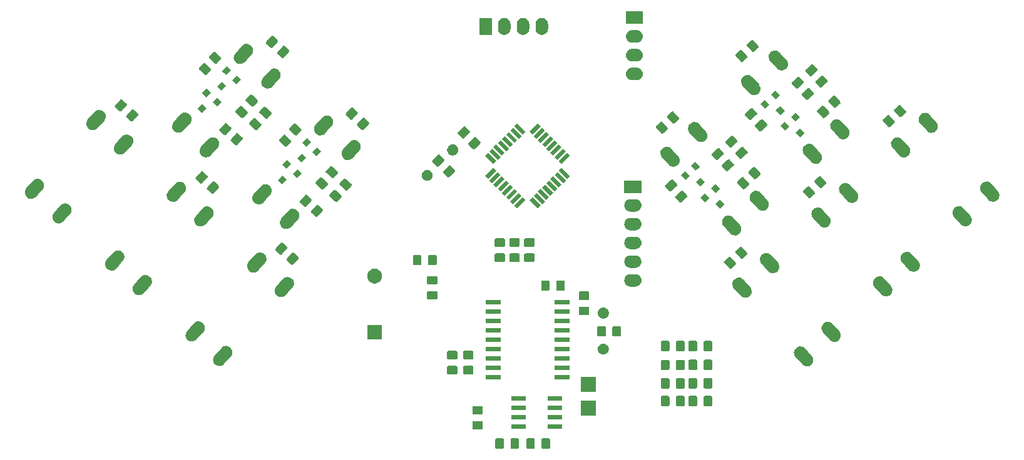
<source format=gbr>
G04 #@! TF.GenerationSoftware,KiCad,Pcbnew,5.1.4*
G04 #@! TF.CreationDate,2019-10-29T14:14:04-03:00*
G04 #@! TF.ProjectId,mswi,6d737769-2e6b-4696-9361-645f70636258,rev?*
G04 #@! TF.SameCoordinates,Original*
G04 #@! TF.FileFunction,Soldermask,Top*
G04 #@! TF.FilePolarity,Negative*
%FSLAX46Y46*%
G04 Gerber Fmt 4.6, Leading zero omitted, Abs format (unit mm)*
G04 Created by KiCad (PCBNEW 5.1.4) date 2019-10-29 14:14:04*
%MOMM*%
%LPD*%
G04 APERTURE LIST*
%ADD10C,0.100000*%
G04 APERTURE END LIST*
D10*
G36*
X145943500Y-111592017D02*
G01*
X145977035Y-111602190D01*
X146007934Y-111618706D01*
X146035021Y-111640935D01*
X146057250Y-111668022D01*
X146073766Y-111698921D01*
X146083939Y-111732456D01*
X146087978Y-111773465D01*
X146087978Y-112802491D01*
X146083939Y-112843500D01*
X146073766Y-112877035D01*
X146057250Y-112907934D01*
X146035021Y-112935021D01*
X146007934Y-112957250D01*
X145977035Y-112973766D01*
X145943500Y-112983939D01*
X145902491Y-112987978D01*
X145123465Y-112987978D01*
X145082456Y-112983939D01*
X145048921Y-112973766D01*
X145018022Y-112957250D01*
X144990935Y-112935021D01*
X144968706Y-112907934D01*
X144952190Y-112877035D01*
X144942017Y-112843500D01*
X144937978Y-112802491D01*
X144937978Y-111773465D01*
X144942017Y-111732456D01*
X144952190Y-111698921D01*
X144968706Y-111668022D01*
X144990935Y-111640935D01*
X145018022Y-111618706D01*
X145048921Y-111602190D01*
X145082456Y-111592017D01*
X145123465Y-111587978D01*
X145902491Y-111587978D01*
X145943500Y-111592017D01*
X145943500Y-111592017D01*
G37*
G36*
X148093500Y-111592017D02*
G01*
X148127035Y-111602190D01*
X148157934Y-111618706D01*
X148185021Y-111640935D01*
X148207250Y-111668022D01*
X148223766Y-111698921D01*
X148233939Y-111732456D01*
X148237978Y-111773465D01*
X148237978Y-112802491D01*
X148233939Y-112843500D01*
X148223766Y-112877035D01*
X148207250Y-112907934D01*
X148185021Y-112935021D01*
X148157934Y-112957250D01*
X148127035Y-112973766D01*
X148093500Y-112983939D01*
X148052491Y-112987978D01*
X147273465Y-112987978D01*
X147232456Y-112983939D01*
X147198921Y-112973766D01*
X147168022Y-112957250D01*
X147140935Y-112935021D01*
X147118706Y-112907934D01*
X147102190Y-112877035D01*
X147092017Y-112843500D01*
X147087978Y-112802491D01*
X147087978Y-111773465D01*
X147092017Y-111732456D01*
X147102190Y-111698921D01*
X147118706Y-111668022D01*
X147140935Y-111640935D01*
X147168022Y-111618706D01*
X147198921Y-111602190D01*
X147232456Y-111592017D01*
X147273465Y-111587978D01*
X148052491Y-111587978D01*
X148093500Y-111592017D01*
X148093500Y-111592017D01*
G37*
G36*
X150143500Y-111592017D02*
G01*
X150177035Y-111602190D01*
X150207934Y-111618706D01*
X150235021Y-111640935D01*
X150257250Y-111668022D01*
X150273766Y-111698921D01*
X150283939Y-111732456D01*
X150287978Y-111773465D01*
X150287978Y-112802491D01*
X150283939Y-112843500D01*
X150273766Y-112877035D01*
X150257250Y-112907934D01*
X150235021Y-112935021D01*
X150207934Y-112957250D01*
X150177035Y-112973766D01*
X150143500Y-112983939D01*
X150102491Y-112987978D01*
X149323465Y-112987978D01*
X149282456Y-112983939D01*
X149248921Y-112973766D01*
X149218022Y-112957250D01*
X149190935Y-112935021D01*
X149168706Y-112907934D01*
X149152190Y-112877035D01*
X149142017Y-112843500D01*
X149137978Y-112802491D01*
X149137978Y-111773465D01*
X149142017Y-111732456D01*
X149152190Y-111698921D01*
X149168706Y-111668022D01*
X149190935Y-111640935D01*
X149218022Y-111618706D01*
X149248921Y-111602190D01*
X149282456Y-111592017D01*
X149323465Y-111587978D01*
X150102491Y-111587978D01*
X150143500Y-111592017D01*
X150143500Y-111592017D01*
G37*
G36*
X143893500Y-111592017D02*
G01*
X143927035Y-111602190D01*
X143957934Y-111618706D01*
X143985021Y-111640935D01*
X144007250Y-111668022D01*
X144023766Y-111698921D01*
X144033939Y-111732456D01*
X144037978Y-111773465D01*
X144037978Y-112802491D01*
X144033939Y-112843500D01*
X144023766Y-112877035D01*
X144007250Y-112907934D01*
X143985021Y-112935021D01*
X143957934Y-112957250D01*
X143927035Y-112973766D01*
X143893500Y-112983939D01*
X143852491Y-112987978D01*
X143073465Y-112987978D01*
X143032456Y-112983939D01*
X142998921Y-112973766D01*
X142968022Y-112957250D01*
X142940935Y-112935021D01*
X142918706Y-112907934D01*
X142902190Y-112877035D01*
X142892017Y-112843500D01*
X142887978Y-112802491D01*
X142887978Y-111773465D01*
X142892017Y-111732456D01*
X142902190Y-111698921D01*
X142918706Y-111668022D01*
X142940935Y-111640935D01*
X142968022Y-111618706D01*
X142998921Y-111602190D01*
X143032456Y-111592017D01*
X143073465Y-111587978D01*
X143852491Y-111587978D01*
X143893500Y-111592017D01*
X143893500Y-111592017D01*
G37*
G36*
X141044703Y-109254436D02*
G01*
X141078238Y-109264609D01*
X141109137Y-109281125D01*
X141136224Y-109303354D01*
X141158453Y-109330441D01*
X141174969Y-109361340D01*
X141185142Y-109394875D01*
X141189181Y-109435884D01*
X141189181Y-110214910D01*
X141185142Y-110255919D01*
X141174969Y-110289454D01*
X141158453Y-110320353D01*
X141136224Y-110347440D01*
X141109137Y-110369669D01*
X141078238Y-110386185D01*
X141044703Y-110396358D01*
X141003694Y-110400397D01*
X139974668Y-110400397D01*
X139933659Y-110396358D01*
X139900124Y-110386185D01*
X139869225Y-110369669D01*
X139842138Y-110347440D01*
X139819909Y-110320353D01*
X139803393Y-110289454D01*
X139793220Y-110255919D01*
X139789181Y-110214910D01*
X139789181Y-109435884D01*
X139793220Y-109394875D01*
X139803393Y-109361340D01*
X139819909Y-109330441D01*
X139842138Y-109303354D01*
X139869225Y-109281125D01*
X139900124Y-109264609D01*
X139933659Y-109254436D01*
X139974668Y-109250397D01*
X141003694Y-109250397D01*
X141044703Y-109254436D01*
X141044703Y-109254436D01*
G37*
G36*
X146925434Y-109699271D02*
G01*
X146941734Y-109704216D01*
X146956756Y-109712246D01*
X146969925Y-109723053D01*
X146980732Y-109736222D01*
X146988762Y-109751244D01*
X146993707Y-109767544D01*
X146995981Y-109790637D01*
X146995981Y-110203357D01*
X146993707Y-110226450D01*
X146988762Y-110242750D01*
X146980732Y-110257772D01*
X146969925Y-110270941D01*
X146956756Y-110281748D01*
X146941734Y-110289778D01*
X146925434Y-110294723D01*
X146902341Y-110296997D01*
X145139621Y-110296997D01*
X145116528Y-110294723D01*
X145100228Y-110289778D01*
X145085206Y-110281748D01*
X145072037Y-110270941D01*
X145061230Y-110257772D01*
X145053200Y-110242750D01*
X145048255Y-110226450D01*
X145045981Y-110203357D01*
X145045981Y-109790637D01*
X145048255Y-109767544D01*
X145053200Y-109751244D01*
X145061230Y-109736222D01*
X145072037Y-109723053D01*
X145085206Y-109712246D01*
X145100228Y-109704216D01*
X145116528Y-109699271D01*
X145139621Y-109696997D01*
X146902341Y-109696997D01*
X146925434Y-109699271D01*
X146925434Y-109699271D01*
G37*
G36*
X151875434Y-109699271D02*
G01*
X151891734Y-109704216D01*
X151906756Y-109712246D01*
X151919925Y-109723053D01*
X151930732Y-109736222D01*
X151938762Y-109751244D01*
X151943707Y-109767544D01*
X151945981Y-109790637D01*
X151945981Y-110203357D01*
X151943707Y-110226450D01*
X151938762Y-110242750D01*
X151930732Y-110257772D01*
X151919925Y-110270941D01*
X151906756Y-110281748D01*
X151891734Y-110289778D01*
X151875434Y-110294723D01*
X151852341Y-110296997D01*
X150089621Y-110296997D01*
X150066528Y-110294723D01*
X150050228Y-110289778D01*
X150035206Y-110281748D01*
X150022037Y-110270941D01*
X150011230Y-110257772D01*
X150003200Y-110242750D01*
X149998255Y-110226450D01*
X149995981Y-110203357D01*
X149995981Y-109790637D01*
X149998255Y-109767544D01*
X150003200Y-109751244D01*
X150011230Y-109736222D01*
X150022037Y-109723053D01*
X150035206Y-109712246D01*
X150050228Y-109704216D01*
X150066528Y-109699271D01*
X150089621Y-109696997D01*
X151852341Y-109696997D01*
X151875434Y-109699271D01*
X151875434Y-109699271D01*
G37*
G36*
X146925434Y-108429271D02*
G01*
X146941734Y-108434216D01*
X146956756Y-108442246D01*
X146969925Y-108453053D01*
X146980732Y-108466222D01*
X146988762Y-108481244D01*
X146993707Y-108497544D01*
X146995981Y-108520637D01*
X146995981Y-108933357D01*
X146993707Y-108956450D01*
X146988762Y-108972750D01*
X146980732Y-108987772D01*
X146969925Y-109000941D01*
X146956756Y-109011748D01*
X146941734Y-109019778D01*
X146925434Y-109024723D01*
X146902341Y-109026997D01*
X145139621Y-109026997D01*
X145116528Y-109024723D01*
X145100228Y-109019778D01*
X145085206Y-109011748D01*
X145072037Y-109000941D01*
X145061230Y-108987772D01*
X145053200Y-108972750D01*
X145048255Y-108956450D01*
X145045981Y-108933357D01*
X145045981Y-108520637D01*
X145048255Y-108497544D01*
X145053200Y-108481244D01*
X145061230Y-108466222D01*
X145072037Y-108453053D01*
X145085206Y-108442246D01*
X145100228Y-108434216D01*
X145116528Y-108429271D01*
X145139621Y-108426997D01*
X146902341Y-108426997D01*
X146925434Y-108429271D01*
X146925434Y-108429271D01*
G37*
G36*
X151875434Y-108429271D02*
G01*
X151891734Y-108434216D01*
X151906756Y-108442246D01*
X151919925Y-108453053D01*
X151930732Y-108466222D01*
X151938762Y-108481244D01*
X151943707Y-108497544D01*
X151945981Y-108520637D01*
X151945981Y-108933357D01*
X151943707Y-108956450D01*
X151938762Y-108972750D01*
X151930732Y-108987772D01*
X151919925Y-109000941D01*
X151906756Y-109011748D01*
X151891734Y-109019778D01*
X151875434Y-109024723D01*
X151852341Y-109026997D01*
X150089621Y-109026997D01*
X150066528Y-109024723D01*
X150050228Y-109019778D01*
X150035206Y-109011748D01*
X150022037Y-109000941D01*
X150011230Y-108987772D01*
X150003200Y-108972750D01*
X149998255Y-108956450D01*
X149995981Y-108933357D01*
X149995981Y-108520637D01*
X149998255Y-108497544D01*
X150003200Y-108481244D01*
X150011230Y-108466222D01*
X150022037Y-108453053D01*
X150035206Y-108442246D01*
X150050228Y-108434216D01*
X150066528Y-108429271D01*
X150089621Y-108426997D01*
X151852341Y-108426997D01*
X151875434Y-108429271D01*
X151875434Y-108429271D01*
G37*
G36*
X156487978Y-108487978D02*
G01*
X154487978Y-108487978D01*
X154487978Y-106487978D01*
X156487978Y-106487978D01*
X156487978Y-108487978D01*
X156487978Y-108487978D01*
G37*
G36*
X141044703Y-107204436D02*
G01*
X141078238Y-107214609D01*
X141109137Y-107231125D01*
X141136224Y-107253354D01*
X141158453Y-107280441D01*
X141174969Y-107311340D01*
X141185142Y-107344875D01*
X141189181Y-107385884D01*
X141189181Y-108164910D01*
X141185142Y-108205919D01*
X141174969Y-108239454D01*
X141158453Y-108270353D01*
X141136224Y-108297440D01*
X141109137Y-108319669D01*
X141078238Y-108336185D01*
X141044703Y-108346358D01*
X141003694Y-108350397D01*
X139974668Y-108350397D01*
X139933659Y-108346358D01*
X139900124Y-108336185D01*
X139869225Y-108319669D01*
X139842138Y-108297440D01*
X139819909Y-108270353D01*
X139803393Y-108239454D01*
X139793220Y-108205919D01*
X139789181Y-108164910D01*
X139789181Y-107385884D01*
X139793220Y-107344875D01*
X139803393Y-107311340D01*
X139819909Y-107280441D01*
X139842138Y-107253354D01*
X139869225Y-107231125D01*
X139900124Y-107214609D01*
X139933659Y-107204436D01*
X139974668Y-107200397D01*
X141003694Y-107200397D01*
X141044703Y-107204436D01*
X141044703Y-107204436D01*
G37*
G36*
X151875434Y-107159271D02*
G01*
X151891734Y-107164216D01*
X151906756Y-107172246D01*
X151919925Y-107183053D01*
X151930732Y-107196222D01*
X151938762Y-107211244D01*
X151943707Y-107227544D01*
X151945981Y-107250637D01*
X151945981Y-107663357D01*
X151943707Y-107686450D01*
X151938762Y-107702750D01*
X151930732Y-107717772D01*
X151919925Y-107730941D01*
X151906756Y-107741748D01*
X151891734Y-107749778D01*
X151875434Y-107754723D01*
X151852341Y-107756997D01*
X150089621Y-107756997D01*
X150066528Y-107754723D01*
X150050228Y-107749778D01*
X150035206Y-107741748D01*
X150022037Y-107730941D01*
X150011230Y-107717772D01*
X150003200Y-107702750D01*
X149998255Y-107686450D01*
X149995981Y-107663357D01*
X149995981Y-107250637D01*
X149998255Y-107227544D01*
X150003200Y-107211244D01*
X150011230Y-107196222D01*
X150022037Y-107183053D01*
X150035206Y-107172246D01*
X150050228Y-107164216D01*
X150066528Y-107159271D01*
X150089621Y-107156997D01*
X151852341Y-107156997D01*
X151875434Y-107159271D01*
X151875434Y-107159271D01*
G37*
G36*
X146925434Y-107159271D02*
G01*
X146941734Y-107164216D01*
X146956756Y-107172246D01*
X146969925Y-107183053D01*
X146980732Y-107196222D01*
X146988762Y-107211244D01*
X146993707Y-107227544D01*
X146995981Y-107250637D01*
X146995981Y-107663357D01*
X146993707Y-107686450D01*
X146988762Y-107702750D01*
X146980732Y-107717772D01*
X146969925Y-107730941D01*
X146956756Y-107741748D01*
X146941734Y-107749778D01*
X146925434Y-107754723D01*
X146902341Y-107756997D01*
X145139621Y-107756997D01*
X145116528Y-107754723D01*
X145100228Y-107749778D01*
X145085206Y-107741748D01*
X145072037Y-107730941D01*
X145061230Y-107717772D01*
X145053200Y-107702750D01*
X145048255Y-107686450D01*
X145045981Y-107663357D01*
X145045981Y-107250637D01*
X145048255Y-107227544D01*
X145053200Y-107211244D01*
X145061230Y-107196222D01*
X145072037Y-107183053D01*
X145085206Y-107172246D01*
X145100228Y-107164216D01*
X145116528Y-107159271D01*
X145139621Y-107156997D01*
X146902341Y-107156997D01*
X146925434Y-107159271D01*
X146925434Y-107159271D01*
G37*
G36*
X168349084Y-105847369D02*
G01*
X168382619Y-105857542D01*
X168413518Y-105874058D01*
X168440605Y-105896287D01*
X168462834Y-105923374D01*
X168479350Y-105954273D01*
X168489523Y-105987808D01*
X168493562Y-106028817D01*
X168493562Y-107057843D01*
X168489523Y-107098852D01*
X168479350Y-107132387D01*
X168462834Y-107163286D01*
X168440605Y-107190373D01*
X168413518Y-107212602D01*
X168382619Y-107229118D01*
X168349084Y-107239291D01*
X168308075Y-107243330D01*
X167529049Y-107243330D01*
X167488040Y-107239291D01*
X167454505Y-107229118D01*
X167423606Y-107212602D01*
X167396519Y-107190373D01*
X167374290Y-107163286D01*
X167357774Y-107132387D01*
X167347601Y-107098852D01*
X167343562Y-107057843D01*
X167343562Y-106028817D01*
X167347601Y-105987808D01*
X167357774Y-105954273D01*
X167374290Y-105923374D01*
X167396519Y-105896287D01*
X167423606Y-105874058D01*
X167454505Y-105857542D01*
X167488040Y-105847369D01*
X167529049Y-105843330D01*
X168308075Y-105843330D01*
X168349084Y-105847369D01*
X168349084Y-105847369D01*
G37*
G36*
X166299084Y-105847369D02*
G01*
X166332619Y-105857542D01*
X166363518Y-105874058D01*
X166390605Y-105896287D01*
X166412834Y-105923374D01*
X166429350Y-105954273D01*
X166439523Y-105987808D01*
X166443562Y-106028817D01*
X166443562Y-107057843D01*
X166439523Y-107098852D01*
X166429350Y-107132387D01*
X166412834Y-107163286D01*
X166390605Y-107190373D01*
X166363518Y-107212602D01*
X166332619Y-107229118D01*
X166299084Y-107239291D01*
X166258075Y-107243330D01*
X165479049Y-107243330D01*
X165438040Y-107239291D01*
X165404505Y-107229118D01*
X165373606Y-107212602D01*
X165346519Y-107190373D01*
X165324290Y-107163286D01*
X165307774Y-107132387D01*
X165297601Y-107098852D01*
X165293562Y-107057843D01*
X165293562Y-106028817D01*
X165297601Y-105987808D01*
X165307774Y-105954273D01*
X165324290Y-105923374D01*
X165346519Y-105896287D01*
X165373606Y-105874058D01*
X165404505Y-105857542D01*
X165438040Y-105847369D01*
X165479049Y-105843330D01*
X166258075Y-105843330D01*
X166299084Y-105847369D01*
X166299084Y-105847369D01*
G37*
G36*
X170029084Y-105841701D02*
G01*
X170062619Y-105851874D01*
X170093518Y-105868390D01*
X170120605Y-105890619D01*
X170142834Y-105917706D01*
X170159350Y-105948605D01*
X170169523Y-105982140D01*
X170173562Y-106023149D01*
X170173562Y-107052175D01*
X170169523Y-107093184D01*
X170159350Y-107126719D01*
X170142834Y-107157618D01*
X170120605Y-107184705D01*
X170093518Y-107206934D01*
X170062619Y-107223450D01*
X170029084Y-107233623D01*
X169988075Y-107237662D01*
X169209049Y-107237662D01*
X169168040Y-107233623D01*
X169134505Y-107223450D01*
X169103606Y-107206934D01*
X169076519Y-107184705D01*
X169054290Y-107157618D01*
X169037774Y-107126719D01*
X169027601Y-107093184D01*
X169023562Y-107052175D01*
X169023562Y-106023149D01*
X169027601Y-105982140D01*
X169037774Y-105948605D01*
X169054290Y-105917706D01*
X169076519Y-105890619D01*
X169103606Y-105868390D01*
X169134505Y-105851874D01*
X169168040Y-105841701D01*
X169209049Y-105837662D01*
X169988075Y-105837662D01*
X170029084Y-105841701D01*
X170029084Y-105841701D01*
G37*
G36*
X172079084Y-105841701D02*
G01*
X172112619Y-105851874D01*
X172143518Y-105868390D01*
X172170605Y-105890619D01*
X172192834Y-105917706D01*
X172209350Y-105948605D01*
X172219523Y-105982140D01*
X172223562Y-106023149D01*
X172223562Y-107052175D01*
X172219523Y-107093184D01*
X172209350Y-107126719D01*
X172192834Y-107157618D01*
X172170605Y-107184705D01*
X172143518Y-107206934D01*
X172112619Y-107223450D01*
X172079084Y-107233623D01*
X172038075Y-107237662D01*
X171259049Y-107237662D01*
X171218040Y-107233623D01*
X171184505Y-107223450D01*
X171153606Y-107206934D01*
X171126519Y-107184705D01*
X171104290Y-107157618D01*
X171087774Y-107126719D01*
X171077601Y-107093184D01*
X171073562Y-107052175D01*
X171073562Y-106023149D01*
X171077601Y-105982140D01*
X171087774Y-105948605D01*
X171104290Y-105917706D01*
X171126519Y-105890619D01*
X171153606Y-105868390D01*
X171184505Y-105851874D01*
X171218040Y-105841701D01*
X171259049Y-105837662D01*
X172038075Y-105837662D01*
X172079084Y-105841701D01*
X172079084Y-105841701D01*
G37*
G36*
X146925434Y-105889271D02*
G01*
X146941734Y-105894216D01*
X146956756Y-105902246D01*
X146969925Y-105913053D01*
X146980732Y-105926222D01*
X146988762Y-105941244D01*
X146993707Y-105957544D01*
X146995981Y-105980637D01*
X146995981Y-106393357D01*
X146993707Y-106416450D01*
X146988762Y-106432750D01*
X146980732Y-106447772D01*
X146969925Y-106460941D01*
X146956756Y-106471748D01*
X146941734Y-106479778D01*
X146925434Y-106484723D01*
X146902341Y-106486997D01*
X145139621Y-106486997D01*
X145116528Y-106484723D01*
X145100228Y-106479778D01*
X145085206Y-106471748D01*
X145072037Y-106460941D01*
X145061230Y-106447772D01*
X145053200Y-106432750D01*
X145048255Y-106416450D01*
X145045981Y-106393357D01*
X145045981Y-105980637D01*
X145048255Y-105957544D01*
X145053200Y-105941244D01*
X145061230Y-105926222D01*
X145072037Y-105913053D01*
X145085206Y-105902246D01*
X145100228Y-105894216D01*
X145116528Y-105889271D01*
X145139621Y-105886997D01*
X146902341Y-105886997D01*
X146925434Y-105889271D01*
X146925434Y-105889271D01*
G37*
G36*
X151875434Y-105889271D02*
G01*
X151891734Y-105894216D01*
X151906756Y-105902246D01*
X151919925Y-105913053D01*
X151930732Y-105926222D01*
X151938762Y-105941244D01*
X151943707Y-105957544D01*
X151945981Y-105980637D01*
X151945981Y-106393357D01*
X151943707Y-106416450D01*
X151938762Y-106432750D01*
X151930732Y-106447772D01*
X151919925Y-106460941D01*
X151906756Y-106471748D01*
X151891734Y-106479778D01*
X151875434Y-106484723D01*
X151852341Y-106486997D01*
X150089621Y-106486997D01*
X150066528Y-106484723D01*
X150050228Y-106479778D01*
X150035206Y-106471748D01*
X150022037Y-106460941D01*
X150011230Y-106447772D01*
X150003200Y-106432750D01*
X149998255Y-106416450D01*
X149995981Y-106393357D01*
X149995981Y-105980637D01*
X149998255Y-105957544D01*
X150003200Y-105941244D01*
X150011230Y-105926222D01*
X150022037Y-105913053D01*
X150035206Y-105902246D01*
X150050228Y-105894216D01*
X150066528Y-105889271D01*
X150089621Y-105886997D01*
X151852341Y-105886997D01*
X151875434Y-105889271D01*
X151875434Y-105889271D01*
G37*
G36*
X156487978Y-105287978D02*
G01*
X154487978Y-105287978D01*
X154487978Y-103287978D01*
X156487978Y-103287978D01*
X156487978Y-105287978D01*
X156487978Y-105287978D01*
G37*
G36*
X166299084Y-103449102D02*
G01*
X166332619Y-103459275D01*
X166363518Y-103475791D01*
X166390605Y-103498020D01*
X166412834Y-103525107D01*
X166429350Y-103556006D01*
X166439523Y-103589541D01*
X166443562Y-103630550D01*
X166443562Y-104659576D01*
X166439523Y-104700585D01*
X166429350Y-104734120D01*
X166412834Y-104765019D01*
X166390605Y-104792106D01*
X166363518Y-104814335D01*
X166332619Y-104830851D01*
X166299084Y-104841024D01*
X166258075Y-104845063D01*
X165479049Y-104845063D01*
X165438040Y-104841024D01*
X165404505Y-104830851D01*
X165373606Y-104814335D01*
X165346519Y-104792106D01*
X165324290Y-104765019D01*
X165307774Y-104734120D01*
X165297601Y-104700585D01*
X165293562Y-104659576D01*
X165293562Y-103630550D01*
X165297601Y-103589541D01*
X165307774Y-103556006D01*
X165324290Y-103525107D01*
X165346519Y-103498020D01*
X165373606Y-103475791D01*
X165404505Y-103459275D01*
X165438040Y-103449102D01*
X165479049Y-103445063D01*
X166258075Y-103445063D01*
X166299084Y-103449102D01*
X166299084Y-103449102D01*
G37*
G36*
X168349084Y-103449102D02*
G01*
X168382619Y-103459275D01*
X168413518Y-103475791D01*
X168440605Y-103498020D01*
X168462834Y-103525107D01*
X168479350Y-103556006D01*
X168489523Y-103589541D01*
X168493562Y-103630550D01*
X168493562Y-104659576D01*
X168489523Y-104700585D01*
X168479350Y-104734120D01*
X168462834Y-104765019D01*
X168440605Y-104792106D01*
X168413518Y-104814335D01*
X168382619Y-104830851D01*
X168349084Y-104841024D01*
X168308075Y-104845063D01*
X167529049Y-104845063D01*
X167488040Y-104841024D01*
X167454505Y-104830851D01*
X167423606Y-104814335D01*
X167396519Y-104792106D01*
X167374290Y-104765019D01*
X167357774Y-104734120D01*
X167347601Y-104700585D01*
X167343562Y-104659576D01*
X167343562Y-103630550D01*
X167347601Y-103589541D01*
X167357774Y-103556006D01*
X167374290Y-103525107D01*
X167396519Y-103498020D01*
X167423606Y-103475791D01*
X167454505Y-103459275D01*
X167488040Y-103449102D01*
X167529049Y-103445063D01*
X168308075Y-103445063D01*
X168349084Y-103449102D01*
X168349084Y-103449102D01*
G37*
G36*
X170029084Y-103437766D02*
G01*
X170062619Y-103447939D01*
X170093518Y-103464455D01*
X170120605Y-103486684D01*
X170142834Y-103513771D01*
X170159350Y-103544670D01*
X170169523Y-103578205D01*
X170173562Y-103619214D01*
X170173562Y-104648240D01*
X170169523Y-104689249D01*
X170159350Y-104722784D01*
X170142834Y-104753683D01*
X170120605Y-104780770D01*
X170093518Y-104802999D01*
X170062619Y-104819515D01*
X170029084Y-104829688D01*
X169988075Y-104833727D01*
X169209049Y-104833727D01*
X169168040Y-104829688D01*
X169134505Y-104819515D01*
X169103606Y-104802999D01*
X169076519Y-104780770D01*
X169054290Y-104753683D01*
X169037774Y-104722784D01*
X169027601Y-104689249D01*
X169023562Y-104648240D01*
X169023562Y-103619214D01*
X169027601Y-103578205D01*
X169037774Y-103544670D01*
X169054290Y-103513771D01*
X169076519Y-103486684D01*
X169103606Y-103464455D01*
X169134505Y-103447939D01*
X169168040Y-103437766D01*
X169209049Y-103433727D01*
X169988075Y-103433727D01*
X170029084Y-103437766D01*
X170029084Y-103437766D01*
G37*
G36*
X172079084Y-103437766D02*
G01*
X172112619Y-103447939D01*
X172143518Y-103464455D01*
X172170605Y-103486684D01*
X172192834Y-103513771D01*
X172209350Y-103544670D01*
X172219523Y-103578205D01*
X172223562Y-103619214D01*
X172223562Y-104648240D01*
X172219523Y-104689249D01*
X172209350Y-104722784D01*
X172192834Y-104753683D01*
X172170605Y-104780770D01*
X172143518Y-104802999D01*
X172112619Y-104819515D01*
X172079084Y-104829688D01*
X172038075Y-104833727D01*
X171259049Y-104833727D01*
X171218040Y-104829688D01*
X171184505Y-104819515D01*
X171153606Y-104802999D01*
X171126519Y-104780770D01*
X171104290Y-104753683D01*
X171087774Y-104722784D01*
X171077601Y-104689249D01*
X171073562Y-104648240D01*
X171073562Y-103619214D01*
X171077601Y-103578205D01*
X171087774Y-103544670D01*
X171104290Y-103513771D01*
X171126519Y-103486684D01*
X171153606Y-103464455D01*
X171184505Y-103447939D01*
X171218040Y-103437766D01*
X171259049Y-103433727D01*
X172038075Y-103433727D01*
X172079084Y-103437766D01*
X172079084Y-103437766D01*
G37*
G36*
X143568431Y-103016252D02*
G01*
X143584731Y-103021197D01*
X143599753Y-103029227D01*
X143612922Y-103040034D01*
X143623729Y-103053203D01*
X143631759Y-103068225D01*
X143636704Y-103084525D01*
X143638978Y-103107618D01*
X143638978Y-103520338D01*
X143636704Y-103543431D01*
X143631759Y-103559731D01*
X143623729Y-103574753D01*
X143612922Y-103587922D01*
X143599753Y-103598729D01*
X143584731Y-103606759D01*
X143568431Y-103611704D01*
X143545338Y-103613978D01*
X141682618Y-103613978D01*
X141659525Y-103611704D01*
X141643225Y-103606759D01*
X141628203Y-103598729D01*
X141615034Y-103587922D01*
X141604227Y-103574753D01*
X141596197Y-103559731D01*
X141591252Y-103543431D01*
X141588978Y-103520338D01*
X141588978Y-103107618D01*
X141591252Y-103084525D01*
X141596197Y-103068225D01*
X141604227Y-103053203D01*
X141615034Y-103040034D01*
X141628203Y-103029227D01*
X141643225Y-103021197D01*
X141659525Y-103016252D01*
X141682618Y-103013978D01*
X143545338Y-103013978D01*
X143568431Y-103016252D01*
X143568431Y-103016252D01*
G37*
G36*
X152868431Y-103016252D02*
G01*
X152884731Y-103021197D01*
X152899753Y-103029227D01*
X152912922Y-103040034D01*
X152923729Y-103053203D01*
X152931759Y-103068225D01*
X152936704Y-103084525D01*
X152938978Y-103107618D01*
X152938978Y-103520338D01*
X152936704Y-103543431D01*
X152931759Y-103559731D01*
X152923729Y-103574753D01*
X152912922Y-103587922D01*
X152899753Y-103598729D01*
X152884731Y-103606759D01*
X152868431Y-103611704D01*
X152845338Y-103613978D01*
X150982618Y-103613978D01*
X150959525Y-103611704D01*
X150943225Y-103606759D01*
X150928203Y-103598729D01*
X150915034Y-103587922D01*
X150904227Y-103574753D01*
X150896197Y-103559731D01*
X150891252Y-103543431D01*
X150888978Y-103520338D01*
X150888978Y-103107618D01*
X150891252Y-103084525D01*
X150896197Y-103068225D01*
X150904227Y-103053203D01*
X150915034Y-103040034D01*
X150928203Y-103029227D01*
X150943225Y-103021197D01*
X150959525Y-103016252D01*
X150982618Y-103013978D01*
X152845338Y-103013978D01*
X152868431Y-103016252D01*
X152868431Y-103016252D01*
G37*
G36*
X137621503Y-101776036D02*
G01*
X137655038Y-101786209D01*
X137685937Y-101802725D01*
X137713024Y-101824954D01*
X137735253Y-101852041D01*
X137751769Y-101882940D01*
X137761942Y-101916475D01*
X137765981Y-101957484D01*
X137765981Y-102736510D01*
X137761942Y-102777519D01*
X137751769Y-102811054D01*
X137735253Y-102841953D01*
X137713024Y-102869040D01*
X137685937Y-102891269D01*
X137655038Y-102907785D01*
X137621503Y-102917958D01*
X137580494Y-102921997D01*
X136551468Y-102921997D01*
X136510459Y-102917958D01*
X136476924Y-102907785D01*
X136446025Y-102891269D01*
X136418938Y-102869040D01*
X136396709Y-102841953D01*
X136380193Y-102811054D01*
X136370020Y-102777519D01*
X136365981Y-102736510D01*
X136365981Y-101957484D01*
X136370020Y-101916475D01*
X136380193Y-101882940D01*
X136396709Y-101852041D01*
X136418938Y-101824954D01*
X136446025Y-101802725D01*
X136476924Y-101786209D01*
X136510459Y-101776036D01*
X136551468Y-101771997D01*
X137580494Y-101771997D01*
X137621503Y-101776036D01*
X137621503Y-101776036D01*
G37*
G36*
X139793500Y-101772017D02*
G01*
X139827035Y-101782190D01*
X139857934Y-101798706D01*
X139885021Y-101820935D01*
X139907250Y-101848022D01*
X139923766Y-101878921D01*
X139933939Y-101912456D01*
X139937978Y-101953465D01*
X139937978Y-102732491D01*
X139933939Y-102773500D01*
X139923766Y-102807035D01*
X139907250Y-102837934D01*
X139885021Y-102865021D01*
X139857934Y-102887250D01*
X139827035Y-102903766D01*
X139793500Y-102913939D01*
X139752491Y-102917978D01*
X138723465Y-102917978D01*
X138682456Y-102913939D01*
X138648921Y-102903766D01*
X138618022Y-102887250D01*
X138590935Y-102865021D01*
X138568706Y-102837934D01*
X138552190Y-102807035D01*
X138542017Y-102773500D01*
X138537978Y-102732491D01*
X138537978Y-101953465D01*
X138542017Y-101912456D01*
X138552190Y-101878921D01*
X138568706Y-101848022D01*
X138590935Y-101820935D01*
X138618022Y-101798706D01*
X138648921Y-101782190D01*
X138682456Y-101772017D01*
X138723465Y-101767978D01*
X139752491Y-101767978D01*
X139793500Y-101772017D01*
X139793500Y-101772017D01*
G37*
G36*
X168349084Y-100949236D02*
G01*
X168382619Y-100959409D01*
X168413518Y-100975925D01*
X168440605Y-100998154D01*
X168462834Y-101025241D01*
X168479350Y-101056140D01*
X168489523Y-101089675D01*
X168493562Y-101130684D01*
X168493562Y-102159710D01*
X168489523Y-102200719D01*
X168479350Y-102234254D01*
X168462834Y-102265153D01*
X168440605Y-102292240D01*
X168413518Y-102314469D01*
X168382619Y-102330985D01*
X168349084Y-102341158D01*
X168308075Y-102345197D01*
X167529049Y-102345197D01*
X167488040Y-102341158D01*
X167454505Y-102330985D01*
X167423606Y-102314469D01*
X167396519Y-102292240D01*
X167374290Y-102265153D01*
X167357774Y-102234254D01*
X167347601Y-102200719D01*
X167343562Y-102159710D01*
X167343562Y-101130684D01*
X167347601Y-101089675D01*
X167357774Y-101056140D01*
X167374290Y-101025241D01*
X167396519Y-100998154D01*
X167423606Y-100975925D01*
X167454505Y-100959409D01*
X167488040Y-100949236D01*
X167529049Y-100945197D01*
X168308075Y-100945197D01*
X168349084Y-100949236D01*
X168349084Y-100949236D01*
G37*
G36*
X166299084Y-100949236D02*
G01*
X166332619Y-100959409D01*
X166363518Y-100975925D01*
X166390605Y-100998154D01*
X166412834Y-101025241D01*
X166429350Y-101056140D01*
X166439523Y-101089675D01*
X166443562Y-101130684D01*
X166443562Y-102159710D01*
X166439523Y-102200719D01*
X166429350Y-102234254D01*
X166412834Y-102265153D01*
X166390605Y-102292240D01*
X166363518Y-102314469D01*
X166332619Y-102330985D01*
X166299084Y-102341158D01*
X166258075Y-102345197D01*
X165479049Y-102345197D01*
X165438040Y-102341158D01*
X165404505Y-102330985D01*
X165373606Y-102314469D01*
X165346519Y-102292240D01*
X165324290Y-102265153D01*
X165307774Y-102234254D01*
X165297601Y-102200719D01*
X165293562Y-102159710D01*
X165293562Y-101130684D01*
X165297601Y-101089675D01*
X165307774Y-101056140D01*
X165324290Y-101025241D01*
X165346519Y-100998154D01*
X165373606Y-100975925D01*
X165404505Y-100959409D01*
X165438040Y-100949236D01*
X165479049Y-100945197D01*
X166258075Y-100945197D01*
X166299084Y-100949236D01*
X166299084Y-100949236D01*
G37*
G36*
X143568431Y-101746252D02*
G01*
X143584731Y-101751197D01*
X143599753Y-101759227D01*
X143612922Y-101770034D01*
X143623729Y-101783203D01*
X143631759Y-101798225D01*
X143636704Y-101814525D01*
X143638978Y-101837618D01*
X143638978Y-102250338D01*
X143636704Y-102273431D01*
X143631759Y-102289731D01*
X143623729Y-102304753D01*
X143612922Y-102317922D01*
X143599753Y-102328729D01*
X143584731Y-102336759D01*
X143568431Y-102341704D01*
X143545338Y-102343978D01*
X141682618Y-102343978D01*
X141659525Y-102341704D01*
X141643225Y-102336759D01*
X141628203Y-102328729D01*
X141615034Y-102317922D01*
X141604227Y-102304753D01*
X141596197Y-102289731D01*
X141591252Y-102273431D01*
X141588978Y-102250338D01*
X141588978Y-101837618D01*
X141591252Y-101814525D01*
X141596197Y-101798225D01*
X141604227Y-101783203D01*
X141615034Y-101770034D01*
X141628203Y-101759227D01*
X141643225Y-101751197D01*
X141659525Y-101746252D01*
X141682618Y-101743978D01*
X143545338Y-101743978D01*
X143568431Y-101746252D01*
X143568431Y-101746252D01*
G37*
G36*
X152868431Y-101746252D02*
G01*
X152884731Y-101751197D01*
X152899753Y-101759227D01*
X152912922Y-101770034D01*
X152923729Y-101783203D01*
X152931759Y-101798225D01*
X152936704Y-101814525D01*
X152938978Y-101837618D01*
X152938978Y-102250338D01*
X152936704Y-102273431D01*
X152931759Y-102289731D01*
X152923729Y-102304753D01*
X152912922Y-102317922D01*
X152899753Y-102328729D01*
X152884731Y-102336759D01*
X152868431Y-102341704D01*
X152845338Y-102343978D01*
X150982618Y-102343978D01*
X150959525Y-102341704D01*
X150943225Y-102336759D01*
X150928203Y-102328729D01*
X150915034Y-102317922D01*
X150904227Y-102304753D01*
X150896197Y-102289731D01*
X150891252Y-102273431D01*
X150888978Y-102250338D01*
X150888978Y-101837618D01*
X150891252Y-101814525D01*
X150896197Y-101798225D01*
X150904227Y-101783203D01*
X150915034Y-101770034D01*
X150928203Y-101759227D01*
X150943225Y-101751197D01*
X150959525Y-101746252D01*
X150982618Y-101743978D01*
X152845338Y-101743978D01*
X152868431Y-101746252D01*
X152868431Y-101746252D01*
G37*
G36*
X172079084Y-100932233D02*
G01*
X172112619Y-100942406D01*
X172143518Y-100958922D01*
X172170605Y-100981151D01*
X172192834Y-101008238D01*
X172209350Y-101039137D01*
X172219523Y-101072672D01*
X172223562Y-101113681D01*
X172223562Y-102142707D01*
X172219523Y-102183716D01*
X172209350Y-102217251D01*
X172192834Y-102248150D01*
X172170605Y-102275237D01*
X172143518Y-102297466D01*
X172112619Y-102313982D01*
X172079084Y-102324155D01*
X172038075Y-102328194D01*
X171259049Y-102328194D01*
X171218040Y-102324155D01*
X171184505Y-102313982D01*
X171153606Y-102297466D01*
X171126519Y-102275237D01*
X171104290Y-102248150D01*
X171087774Y-102217251D01*
X171077601Y-102183716D01*
X171073562Y-102142707D01*
X171073562Y-101113681D01*
X171077601Y-101072672D01*
X171087774Y-101039137D01*
X171104290Y-101008238D01*
X171126519Y-100981151D01*
X171153606Y-100958922D01*
X171184505Y-100942406D01*
X171218040Y-100932233D01*
X171259049Y-100928194D01*
X172038075Y-100928194D01*
X172079084Y-100932233D01*
X172079084Y-100932233D01*
G37*
G36*
X170029084Y-100932233D02*
G01*
X170062619Y-100942406D01*
X170093518Y-100958922D01*
X170120605Y-100981151D01*
X170142834Y-101008238D01*
X170159350Y-101039137D01*
X170169523Y-101072672D01*
X170173562Y-101113681D01*
X170173562Y-102142707D01*
X170169523Y-102183716D01*
X170159350Y-102217251D01*
X170142834Y-102248150D01*
X170120605Y-102275237D01*
X170093518Y-102297466D01*
X170062619Y-102313982D01*
X170029084Y-102324155D01*
X169988075Y-102328194D01*
X169209049Y-102328194D01*
X169168040Y-102324155D01*
X169134505Y-102313982D01*
X169103606Y-102297466D01*
X169076519Y-102275237D01*
X169054290Y-102248150D01*
X169037774Y-102217251D01*
X169027601Y-102183716D01*
X169023562Y-102142707D01*
X169023562Y-101113681D01*
X169027601Y-101072672D01*
X169037774Y-101039137D01*
X169054290Y-101008238D01*
X169076519Y-100981151D01*
X169103606Y-100958922D01*
X169134505Y-100942406D01*
X169168040Y-100932233D01*
X169209049Y-100928194D01*
X169988075Y-100928194D01*
X170029084Y-100932233D01*
X170029084Y-100932233D01*
G37*
G36*
X184372343Y-99159359D02*
G01*
X184532122Y-99217751D01*
X184532123Y-99217752D01*
X184532124Y-99217752D01*
X184677439Y-99306191D01*
X184771319Y-99392443D01*
X185708230Y-100440319D01*
X185783476Y-100543225D01*
X185855167Y-100697492D01*
X185869614Y-100756871D01*
X185895386Y-100862787D01*
X185902584Y-101032749D01*
X185876485Y-101200849D01*
X185818093Y-101360628D01*
X185729652Y-101505945D01*
X185614561Y-101631216D01*
X185477242Y-101731626D01*
X185333929Y-101798225D01*
X185322970Y-101803318D01*
X185235357Y-101824635D01*
X185157679Y-101843535D01*
X184987718Y-101850734D01*
X184819618Y-101824635D01*
X184659839Y-101766243D01*
X184514521Y-101677802D01*
X184420640Y-101591549D01*
X183483736Y-100543679D01*
X183408485Y-100440768D01*
X183376981Y-100372976D01*
X183336793Y-100286497D01*
X183296576Y-100121209D01*
X183295765Y-100102049D01*
X183289378Y-99951245D01*
X183315477Y-99783145D01*
X183373869Y-99623366D01*
X183411309Y-99561848D01*
X183462309Y-99478049D01*
X183577400Y-99352779D01*
X183577401Y-99352778D01*
X183714720Y-99252367D01*
X183794277Y-99215396D01*
X183868991Y-99180675D01*
X184034279Y-99140458D01*
X184053439Y-99139647D01*
X184204243Y-99133260D01*
X184372343Y-99159359D01*
X184372343Y-99159359D01*
G37*
G36*
X106585059Y-99073121D02*
G01*
X106638208Y-99086053D01*
X106750350Y-99113338D01*
X106750352Y-99113339D01*
X106904622Y-99185030D01*
X107041941Y-99285440D01*
X107157032Y-99410711D01*
X107245473Y-99556028D01*
X107303865Y-99715807D01*
X107329964Y-99883907D01*
X107322766Y-100053869D01*
X107298738Y-100152619D01*
X107282547Y-100219164D01*
X107210856Y-100373431D01*
X107135610Y-100476337D01*
X106198699Y-101524213D01*
X106104819Y-101610465D01*
X105959504Y-101698904D01*
X105959502Y-101698905D01*
X105799723Y-101757297D01*
X105631623Y-101783396D01*
X105480819Y-101777009D01*
X105461659Y-101776198D01*
X105296371Y-101735981D01*
X105207522Y-101694692D01*
X105142100Y-101664289D01*
X105004781Y-101563878D01*
X104968337Y-101524211D01*
X104889689Y-101438607D01*
X104801250Y-101293292D01*
X104801249Y-101293290D01*
X104742857Y-101133511D01*
X104716758Y-100965411D01*
X104723956Y-100795450D01*
X104723956Y-100795447D01*
X104764173Y-100630159D01*
X104825005Y-100499258D01*
X104835865Y-100475888D01*
X104911116Y-100372977D01*
X105848020Y-99325107D01*
X105941901Y-99238854D01*
X106087219Y-99150413D01*
X106246998Y-99092021D01*
X106415098Y-99065922D01*
X106585059Y-99073121D01*
X106585059Y-99073121D01*
G37*
G36*
X152868431Y-100476252D02*
G01*
X152884731Y-100481197D01*
X152899753Y-100489227D01*
X152912922Y-100500034D01*
X152923729Y-100513203D01*
X152931759Y-100528225D01*
X152936704Y-100544525D01*
X152938978Y-100567618D01*
X152938978Y-100980338D01*
X152936704Y-101003431D01*
X152931759Y-101019731D01*
X152923729Y-101034753D01*
X152912922Y-101047922D01*
X152899753Y-101058729D01*
X152884731Y-101066759D01*
X152868431Y-101071704D01*
X152845338Y-101073978D01*
X150982618Y-101073978D01*
X150959525Y-101071704D01*
X150943225Y-101066759D01*
X150928203Y-101058729D01*
X150915034Y-101047922D01*
X150904227Y-101034753D01*
X150896197Y-101019731D01*
X150891252Y-101003431D01*
X150888978Y-100980338D01*
X150888978Y-100567618D01*
X150891252Y-100544525D01*
X150896197Y-100528225D01*
X150904227Y-100513203D01*
X150915034Y-100500034D01*
X150928203Y-100489227D01*
X150943225Y-100481197D01*
X150959525Y-100476252D01*
X150982618Y-100473978D01*
X152845338Y-100473978D01*
X152868431Y-100476252D01*
X152868431Y-100476252D01*
G37*
G36*
X143568431Y-100476252D02*
G01*
X143584731Y-100481197D01*
X143599753Y-100489227D01*
X143612922Y-100500034D01*
X143623729Y-100513203D01*
X143631759Y-100528225D01*
X143636704Y-100544525D01*
X143638978Y-100567618D01*
X143638978Y-100980338D01*
X143636704Y-101003431D01*
X143631759Y-101019731D01*
X143623729Y-101034753D01*
X143612922Y-101047922D01*
X143599753Y-101058729D01*
X143584731Y-101066759D01*
X143568431Y-101071704D01*
X143545338Y-101073978D01*
X141682618Y-101073978D01*
X141659525Y-101071704D01*
X141643225Y-101066759D01*
X141628203Y-101058729D01*
X141615034Y-101047922D01*
X141604227Y-101034753D01*
X141596197Y-101019731D01*
X141591252Y-101003431D01*
X141588978Y-100980338D01*
X141588978Y-100567618D01*
X141591252Y-100544525D01*
X141596197Y-100528225D01*
X141604227Y-100513203D01*
X141615034Y-100500034D01*
X141628203Y-100489227D01*
X141643225Y-100481197D01*
X141659525Y-100476252D01*
X141682618Y-100473978D01*
X143545338Y-100473978D01*
X143568431Y-100476252D01*
X143568431Y-100476252D01*
G37*
G36*
X137621503Y-99726036D02*
G01*
X137655038Y-99736209D01*
X137685937Y-99752725D01*
X137713024Y-99774954D01*
X137735253Y-99802041D01*
X137751769Y-99832940D01*
X137761942Y-99866475D01*
X137765981Y-99907484D01*
X137765981Y-100686510D01*
X137761942Y-100727519D01*
X137751769Y-100761054D01*
X137735253Y-100791953D01*
X137713024Y-100819040D01*
X137685937Y-100841269D01*
X137655038Y-100857785D01*
X137621503Y-100867958D01*
X137580494Y-100871997D01*
X136551468Y-100871997D01*
X136510459Y-100867958D01*
X136476924Y-100857785D01*
X136446025Y-100841269D01*
X136418938Y-100819040D01*
X136396709Y-100791953D01*
X136380193Y-100761054D01*
X136370020Y-100727519D01*
X136365981Y-100686510D01*
X136365981Y-99907484D01*
X136370020Y-99866475D01*
X136380193Y-99832940D01*
X136396709Y-99802041D01*
X136418938Y-99774954D01*
X136446025Y-99752725D01*
X136476924Y-99736209D01*
X136510459Y-99726036D01*
X136551468Y-99721997D01*
X137580494Y-99721997D01*
X137621503Y-99726036D01*
X137621503Y-99726036D01*
G37*
G36*
X139793500Y-99722017D02*
G01*
X139827035Y-99732190D01*
X139857934Y-99748706D01*
X139885021Y-99770935D01*
X139907250Y-99798022D01*
X139923766Y-99828921D01*
X139933939Y-99862456D01*
X139937978Y-99903465D01*
X139937978Y-100682491D01*
X139933939Y-100723500D01*
X139923766Y-100757035D01*
X139907250Y-100787934D01*
X139885021Y-100815021D01*
X139857934Y-100837250D01*
X139827035Y-100853766D01*
X139793500Y-100863939D01*
X139752491Y-100867978D01*
X138723465Y-100867978D01*
X138682456Y-100863939D01*
X138648921Y-100853766D01*
X138618022Y-100837250D01*
X138590935Y-100815021D01*
X138568706Y-100787934D01*
X138552190Y-100757035D01*
X138542017Y-100723500D01*
X138537978Y-100682491D01*
X138537978Y-99903465D01*
X138542017Y-99862456D01*
X138552190Y-99828921D01*
X138568706Y-99798022D01*
X138590935Y-99770935D01*
X138618022Y-99748706D01*
X138648921Y-99732190D01*
X138682456Y-99722017D01*
X138723465Y-99717978D01*
X139752491Y-99717978D01*
X139793500Y-99722017D01*
X139793500Y-99722017D01*
G37*
G36*
X157706744Y-98766799D02*
G01*
X157843235Y-98823336D01*
X157966075Y-98905415D01*
X158070541Y-99009881D01*
X158152620Y-99132721D01*
X158209157Y-99269212D01*
X158237978Y-99414108D01*
X158237978Y-99561848D01*
X158209157Y-99706744D01*
X158152620Y-99843235D01*
X158070541Y-99966075D01*
X157966075Y-100070541D01*
X157843235Y-100152620D01*
X157706744Y-100209157D01*
X157561848Y-100237978D01*
X157414108Y-100237978D01*
X157269212Y-100209157D01*
X157132721Y-100152620D01*
X157009881Y-100070541D01*
X156905415Y-99966075D01*
X156823336Y-99843235D01*
X156766799Y-99706744D01*
X156737978Y-99561848D01*
X156737978Y-99414108D01*
X156766799Y-99269212D01*
X156823336Y-99132721D01*
X156905415Y-99009881D01*
X157009881Y-98905415D01*
X157132721Y-98823336D01*
X157269212Y-98766799D01*
X157414108Y-98737978D01*
X157561848Y-98737978D01*
X157706744Y-98766799D01*
X157706744Y-98766799D01*
G37*
G36*
X143568431Y-99206252D02*
G01*
X143584731Y-99211197D01*
X143599753Y-99219227D01*
X143612922Y-99230034D01*
X143623729Y-99243203D01*
X143631759Y-99258225D01*
X143636704Y-99274525D01*
X143638978Y-99297618D01*
X143638978Y-99710338D01*
X143636704Y-99733431D01*
X143631759Y-99749731D01*
X143623729Y-99764753D01*
X143612922Y-99777922D01*
X143599753Y-99788729D01*
X143584731Y-99796759D01*
X143568431Y-99801704D01*
X143545338Y-99803978D01*
X141682618Y-99803978D01*
X141659525Y-99801704D01*
X141643225Y-99796759D01*
X141628203Y-99788729D01*
X141615034Y-99777922D01*
X141604227Y-99764753D01*
X141596197Y-99749731D01*
X141591252Y-99733431D01*
X141588978Y-99710338D01*
X141588978Y-99297618D01*
X141591252Y-99274525D01*
X141596197Y-99258225D01*
X141604227Y-99243203D01*
X141615034Y-99230034D01*
X141628203Y-99219227D01*
X141643225Y-99211197D01*
X141659525Y-99206252D01*
X141682618Y-99203978D01*
X143545338Y-99203978D01*
X143568431Y-99206252D01*
X143568431Y-99206252D01*
G37*
G36*
X152868431Y-99206252D02*
G01*
X152884731Y-99211197D01*
X152899753Y-99219227D01*
X152912922Y-99230034D01*
X152923729Y-99243203D01*
X152931759Y-99258225D01*
X152936704Y-99274525D01*
X152938978Y-99297618D01*
X152938978Y-99710338D01*
X152936704Y-99733431D01*
X152931759Y-99749731D01*
X152923729Y-99764753D01*
X152912922Y-99777922D01*
X152899753Y-99788729D01*
X152884731Y-99796759D01*
X152868431Y-99801704D01*
X152845338Y-99803978D01*
X150982618Y-99803978D01*
X150959525Y-99801704D01*
X150943225Y-99796759D01*
X150928203Y-99788729D01*
X150915034Y-99777922D01*
X150904227Y-99764753D01*
X150896197Y-99749731D01*
X150891252Y-99733431D01*
X150888978Y-99710338D01*
X150888978Y-99297618D01*
X150891252Y-99274525D01*
X150896197Y-99258225D01*
X150904227Y-99243203D01*
X150915034Y-99230034D01*
X150928203Y-99219227D01*
X150943225Y-99211197D01*
X150959525Y-99206252D01*
X150982618Y-99203978D01*
X152845338Y-99203978D01*
X152868431Y-99206252D01*
X152868431Y-99206252D01*
G37*
G36*
X166299084Y-98390436D02*
G01*
X166332619Y-98400609D01*
X166363518Y-98417125D01*
X166390605Y-98439354D01*
X166412834Y-98466441D01*
X166429350Y-98497340D01*
X166439523Y-98530875D01*
X166443562Y-98571884D01*
X166443562Y-99600910D01*
X166439523Y-99641919D01*
X166429350Y-99675454D01*
X166412834Y-99706353D01*
X166390605Y-99733440D01*
X166363518Y-99755669D01*
X166332619Y-99772185D01*
X166299084Y-99782358D01*
X166258075Y-99786397D01*
X165479049Y-99786397D01*
X165438040Y-99782358D01*
X165404505Y-99772185D01*
X165373606Y-99755669D01*
X165346519Y-99733440D01*
X165324290Y-99706353D01*
X165307774Y-99675454D01*
X165297601Y-99641919D01*
X165293562Y-99600910D01*
X165293562Y-98571884D01*
X165297601Y-98530875D01*
X165307774Y-98497340D01*
X165324290Y-98466441D01*
X165346519Y-98439354D01*
X165373606Y-98417125D01*
X165404505Y-98400609D01*
X165438040Y-98390436D01*
X165479049Y-98386397D01*
X166258075Y-98386397D01*
X166299084Y-98390436D01*
X166299084Y-98390436D01*
G37*
G36*
X168349084Y-98390436D02*
G01*
X168382619Y-98400609D01*
X168413518Y-98417125D01*
X168440605Y-98439354D01*
X168462834Y-98466441D01*
X168479350Y-98497340D01*
X168489523Y-98530875D01*
X168493562Y-98571884D01*
X168493562Y-99600910D01*
X168489523Y-99641919D01*
X168479350Y-99675454D01*
X168462834Y-99706353D01*
X168440605Y-99733440D01*
X168413518Y-99755669D01*
X168382619Y-99772185D01*
X168349084Y-99782358D01*
X168308075Y-99786397D01*
X167529049Y-99786397D01*
X167488040Y-99782358D01*
X167454505Y-99772185D01*
X167423606Y-99755669D01*
X167396519Y-99733440D01*
X167374290Y-99706353D01*
X167357774Y-99675454D01*
X167347601Y-99641919D01*
X167343562Y-99600910D01*
X167343562Y-98571884D01*
X167347601Y-98530875D01*
X167357774Y-98497340D01*
X167374290Y-98466441D01*
X167396519Y-98439354D01*
X167423606Y-98417125D01*
X167454505Y-98400609D01*
X167488040Y-98390436D01*
X167529049Y-98386397D01*
X168308075Y-98386397D01*
X168349084Y-98390436D01*
X168349084Y-98390436D01*
G37*
G36*
X172079084Y-98390436D02*
G01*
X172112619Y-98400609D01*
X172143518Y-98417125D01*
X172170605Y-98439354D01*
X172192834Y-98466441D01*
X172209350Y-98497340D01*
X172219523Y-98530875D01*
X172223562Y-98571884D01*
X172223562Y-99600910D01*
X172219523Y-99641919D01*
X172209350Y-99675454D01*
X172192834Y-99706353D01*
X172170605Y-99733440D01*
X172143518Y-99755669D01*
X172112619Y-99772185D01*
X172079084Y-99782358D01*
X172038075Y-99786397D01*
X171259049Y-99786397D01*
X171218040Y-99782358D01*
X171184505Y-99772185D01*
X171153606Y-99755669D01*
X171126519Y-99733440D01*
X171104290Y-99706353D01*
X171087774Y-99675454D01*
X171077601Y-99641919D01*
X171073562Y-99600910D01*
X171073562Y-98571884D01*
X171077601Y-98530875D01*
X171087774Y-98497340D01*
X171104290Y-98466441D01*
X171126519Y-98439354D01*
X171153606Y-98417125D01*
X171184505Y-98400609D01*
X171218040Y-98390436D01*
X171259049Y-98386397D01*
X172038075Y-98386397D01*
X172079084Y-98390436D01*
X172079084Y-98390436D01*
G37*
G36*
X170029084Y-98390436D02*
G01*
X170062619Y-98400609D01*
X170093518Y-98417125D01*
X170120605Y-98439354D01*
X170142834Y-98466441D01*
X170159350Y-98497340D01*
X170169523Y-98530875D01*
X170173562Y-98571884D01*
X170173562Y-99600910D01*
X170169523Y-99641919D01*
X170159350Y-99675454D01*
X170142834Y-99706353D01*
X170120605Y-99733440D01*
X170093518Y-99755669D01*
X170062619Y-99772185D01*
X170029084Y-99782358D01*
X169988075Y-99786397D01*
X169209049Y-99786397D01*
X169168040Y-99782358D01*
X169134505Y-99772185D01*
X169103606Y-99755669D01*
X169076519Y-99733440D01*
X169054290Y-99706353D01*
X169037774Y-99675454D01*
X169027601Y-99641919D01*
X169023562Y-99600910D01*
X169023562Y-98571884D01*
X169027601Y-98530875D01*
X169037774Y-98497340D01*
X169054290Y-98466441D01*
X169076519Y-98439354D01*
X169103606Y-98417125D01*
X169134505Y-98400609D01*
X169168040Y-98390436D01*
X169209049Y-98386397D01*
X169988075Y-98386397D01*
X170029084Y-98390436D01*
X170029084Y-98390436D01*
G37*
G36*
X152868431Y-97936252D02*
G01*
X152884731Y-97941197D01*
X152899753Y-97949227D01*
X152912922Y-97960034D01*
X152923729Y-97973203D01*
X152931759Y-97988225D01*
X152936704Y-98004525D01*
X152938978Y-98027618D01*
X152938978Y-98440338D01*
X152936704Y-98463431D01*
X152931759Y-98479731D01*
X152923729Y-98494753D01*
X152912922Y-98507922D01*
X152899753Y-98518729D01*
X152884731Y-98526759D01*
X152868431Y-98531704D01*
X152845338Y-98533978D01*
X150982618Y-98533978D01*
X150959525Y-98531704D01*
X150943225Y-98526759D01*
X150928203Y-98518729D01*
X150915034Y-98507922D01*
X150904227Y-98494753D01*
X150896197Y-98479731D01*
X150891252Y-98463431D01*
X150888978Y-98440338D01*
X150888978Y-98027618D01*
X150891252Y-98004525D01*
X150896197Y-97988225D01*
X150904227Y-97973203D01*
X150915034Y-97960034D01*
X150928203Y-97949227D01*
X150943225Y-97941197D01*
X150959525Y-97936252D01*
X150982618Y-97933978D01*
X152845338Y-97933978D01*
X152868431Y-97936252D01*
X152868431Y-97936252D01*
G37*
G36*
X143568431Y-97936252D02*
G01*
X143584731Y-97941197D01*
X143599753Y-97949227D01*
X143612922Y-97960034D01*
X143623729Y-97973203D01*
X143631759Y-97988225D01*
X143636704Y-98004525D01*
X143638978Y-98027618D01*
X143638978Y-98440338D01*
X143636704Y-98463431D01*
X143631759Y-98479731D01*
X143623729Y-98494753D01*
X143612922Y-98507922D01*
X143599753Y-98518729D01*
X143584731Y-98526759D01*
X143568431Y-98531704D01*
X143545338Y-98533978D01*
X141682618Y-98533978D01*
X141659525Y-98531704D01*
X141643225Y-98526759D01*
X141628203Y-98518729D01*
X141615034Y-98507922D01*
X141604227Y-98494753D01*
X141596197Y-98479731D01*
X141591252Y-98463431D01*
X141588978Y-98440338D01*
X141588978Y-98027618D01*
X141591252Y-98004525D01*
X141596197Y-97988225D01*
X141604227Y-97973203D01*
X141615034Y-97960034D01*
X141628203Y-97949227D01*
X141643225Y-97941197D01*
X141659525Y-97936252D01*
X141682618Y-97933978D01*
X143545338Y-97933978D01*
X143568431Y-97936252D01*
X143568431Y-97936252D01*
G37*
G36*
X188099723Y-95826697D02*
G01*
X188259502Y-95885089D01*
X188259503Y-95885090D01*
X188259504Y-95885090D01*
X188404819Y-95973529D01*
X188498699Y-96059781D01*
X189435610Y-97107657D01*
X189510856Y-97210563D01*
X189582547Y-97364830D01*
X189597425Y-97425977D01*
X189622766Y-97530125D01*
X189629964Y-97700087D01*
X189603865Y-97868187D01*
X189545473Y-98027966D01*
X189457032Y-98173283D01*
X189341941Y-98298554D01*
X189204622Y-98398964D01*
X189093219Y-98450734D01*
X189050350Y-98470656D01*
X188970665Y-98490044D01*
X188885059Y-98510873D01*
X188715098Y-98518072D01*
X188546998Y-98491973D01*
X188387219Y-98433581D01*
X188241901Y-98345140D01*
X188148020Y-98258887D01*
X187211116Y-97211017D01*
X187135865Y-97108106D01*
X187104361Y-97040314D01*
X187064173Y-96953835D01*
X187023956Y-96788547D01*
X187021504Y-96730642D01*
X187016758Y-96618583D01*
X187042857Y-96450483D01*
X187101249Y-96290704D01*
X187101250Y-96290702D01*
X187189689Y-96145387D01*
X187304780Y-96020117D01*
X187340527Y-95993978D01*
X187442100Y-95919705D01*
X187516589Y-95885089D01*
X187596371Y-95848013D01*
X187761659Y-95807796D01*
X187780819Y-95806985D01*
X187931623Y-95800598D01*
X188099723Y-95826697D01*
X188099723Y-95826697D01*
G37*
G36*
X102857679Y-95740459D02*
G01*
X102910828Y-95753391D01*
X103022970Y-95780676D01*
X103022972Y-95780677D01*
X103177242Y-95852368D01*
X103314561Y-95952778D01*
X103429652Y-96078049D01*
X103518093Y-96223366D01*
X103576485Y-96383145D01*
X103602584Y-96551245D01*
X103595386Y-96721207D01*
X103572813Y-96813978D01*
X103555167Y-96886502D01*
X103483476Y-97040769D01*
X103408230Y-97143675D01*
X102760443Y-97868184D01*
X102678320Y-97960034D01*
X102471319Y-98191551D01*
X102377439Y-98277803D01*
X102232124Y-98366242D01*
X102232122Y-98366243D01*
X102072343Y-98424635D01*
X101904243Y-98450734D01*
X101753439Y-98444347D01*
X101734279Y-98443536D01*
X101568991Y-98403319D01*
X101480142Y-98362030D01*
X101414720Y-98331627D01*
X101277401Y-98231216D01*
X101240957Y-98191549D01*
X101162309Y-98105945D01*
X101073870Y-97960630D01*
X101073652Y-97960034D01*
X101015477Y-97800849D01*
X100989378Y-97632749D01*
X100996576Y-97462788D01*
X100996576Y-97462785D01*
X101036793Y-97297497D01*
X101108274Y-97143680D01*
X101108485Y-97143226D01*
X101183736Y-97040315D01*
X102120640Y-95992445D01*
X102121447Y-95991704D01*
X102147332Y-95967922D01*
X102214521Y-95906192D01*
X102359839Y-95817751D01*
X102519618Y-95759359D01*
X102687718Y-95733260D01*
X102857679Y-95740459D01*
X102857679Y-95740459D01*
G37*
G36*
X127563965Y-98217997D02*
G01*
X125563965Y-98217997D01*
X125563965Y-96217997D01*
X127563965Y-96217997D01*
X127563965Y-98217997D01*
X127563965Y-98217997D01*
G37*
G36*
X159743500Y-96392017D02*
G01*
X159777035Y-96402190D01*
X159807934Y-96418706D01*
X159835021Y-96440935D01*
X159857250Y-96468022D01*
X159873766Y-96498921D01*
X159883939Y-96532456D01*
X159887978Y-96573465D01*
X159887978Y-97602491D01*
X159883939Y-97643500D01*
X159873766Y-97677035D01*
X159857250Y-97707934D01*
X159835021Y-97735021D01*
X159807934Y-97757250D01*
X159777035Y-97773766D01*
X159743500Y-97783939D01*
X159702491Y-97787978D01*
X158923465Y-97787978D01*
X158882456Y-97783939D01*
X158848921Y-97773766D01*
X158818022Y-97757250D01*
X158790935Y-97735021D01*
X158768706Y-97707934D01*
X158752190Y-97677035D01*
X158742017Y-97643500D01*
X158737978Y-97602491D01*
X158737978Y-96573465D01*
X158742017Y-96532456D01*
X158752190Y-96498921D01*
X158768706Y-96468022D01*
X158790935Y-96440935D01*
X158818022Y-96418706D01*
X158848921Y-96402190D01*
X158882456Y-96392017D01*
X158923465Y-96387978D01*
X159702491Y-96387978D01*
X159743500Y-96392017D01*
X159743500Y-96392017D01*
G37*
G36*
X157693500Y-96392017D02*
G01*
X157727035Y-96402190D01*
X157757934Y-96418706D01*
X157785021Y-96440935D01*
X157807250Y-96468022D01*
X157823766Y-96498921D01*
X157833939Y-96532456D01*
X157837978Y-96573465D01*
X157837978Y-97602491D01*
X157833939Y-97643500D01*
X157823766Y-97677035D01*
X157807250Y-97707934D01*
X157785021Y-97735021D01*
X157757934Y-97757250D01*
X157727035Y-97773766D01*
X157693500Y-97783939D01*
X157652491Y-97787978D01*
X156873465Y-97787978D01*
X156832456Y-97783939D01*
X156798921Y-97773766D01*
X156768022Y-97757250D01*
X156740935Y-97735021D01*
X156718706Y-97707934D01*
X156702190Y-97677035D01*
X156692017Y-97643500D01*
X156687978Y-97602491D01*
X156687978Y-96573465D01*
X156692017Y-96532456D01*
X156702190Y-96498921D01*
X156718706Y-96468022D01*
X156740935Y-96440935D01*
X156768022Y-96418706D01*
X156798921Y-96402190D01*
X156832456Y-96392017D01*
X156873465Y-96387978D01*
X157652491Y-96387978D01*
X157693500Y-96392017D01*
X157693500Y-96392017D01*
G37*
G36*
X152868431Y-96666252D02*
G01*
X152884731Y-96671197D01*
X152899753Y-96679227D01*
X152912922Y-96690034D01*
X152923729Y-96703203D01*
X152931759Y-96718225D01*
X152936704Y-96734525D01*
X152938978Y-96757618D01*
X152938978Y-97170338D01*
X152936704Y-97193431D01*
X152931759Y-97209731D01*
X152923729Y-97224753D01*
X152912922Y-97237922D01*
X152899753Y-97248729D01*
X152884731Y-97256759D01*
X152868431Y-97261704D01*
X152845338Y-97263978D01*
X150982618Y-97263978D01*
X150959525Y-97261704D01*
X150943225Y-97256759D01*
X150928203Y-97248729D01*
X150915034Y-97237922D01*
X150904227Y-97224753D01*
X150896197Y-97209731D01*
X150891252Y-97193431D01*
X150888978Y-97170338D01*
X150888978Y-96757618D01*
X150891252Y-96734525D01*
X150896197Y-96718225D01*
X150904227Y-96703203D01*
X150915034Y-96690034D01*
X150928203Y-96679227D01*
X150943225Y-96671197D01*
X150959525Y-96666252D01*
X150982618Y-96663978D01*
X152845338Y-96663978D01*
X152868431Y-96666252D01*
X152868431Y-96666252D01*
G37*
G36*
X143568431Y-96666252D02*
G01*
X143584731Y-96671197D01*
X143599753Y-96679227D01*
X143612922Y-96690034D01*
X143623729Y-96703203D01*
X143631759Y-96718225D01*
X143636704Y-96734525D01*
X143638978Y-96757618D01*
X143638978Y-97170338D01*
X143636704Y-97193431D01*
X143631759Y-97209731D01*
X143623729Y-97224753D01*
X143612922Y-97237922D01*
X143599753Y-97248729D01*
X143584731Y-97256759D01*
X143568431Y-97261704D01*
X143545338Y-97263978D01*
X141682618Y-97263978D01*
X141659525Y-97261704D01*
X141643225Y-97256759D01*
X141628203Y-97248729D01*
X141615034Y-97237922D01*
X141604227Y-97224753D01*
X141596197Y-97209731D01*
X141591252Y-97193431D01*
X141588978Y-97170338D01*
X141588978Y-96757618D01*
X141591252Y-96734525D01*
X141596197Y-96718225D01*
X141604227Y-96703203D01*
X141615034Y-96690034D01*
X141628203Y-96679227D01*
X141643225Y-96671197D01*
X141659525Y-96666252D01*
X141682618Y-96663978D01*
X143545338Y-96663978D01*
X143568431Y-96666252D01*
X143568431Y-96666252D01*
G37*
G36*
X152868431Y-95396252D02*
G01*
X152884731Y-95401197D01*
X152899753Y-95409227D01*
X152912922Y-95420034D01*
X152923729Y-95433203D01*
X152931759Y-95448225D01*
X152936704Y-95464525D01*
X152938978Y-95487618D01*
X152938978Y-95900338D01*
X152936704Y-95923431D01*
X152931759Y-95939731D01*
X152923729Y-95954753D01*
X152912922Y-95967922D01*
X152899753Y-95978729D01*
X152884731Y-95986759D01*
X152868431Y-95991704D01*
X152845338Y-95993978D01*
X150982618Y-95993978D01*
X150959525Y-95991704D01*
X150943225Y-95986759D01*
X150928203Y-95978729D01*
X150915034Y-95967922D01*
X150904227Y-95954753D01*
X150896197Y-95939731D01*
X150891252Y-95923431D01*
X150888978Y-95900338D01*
X150888978Y-95487618D01*
X150891252Y-95464525D01*
X150896197Y-95448225D01*
X150904227Y-95433203D01*
X150915034Y-95420034D01*
X150928203Y-95409227D01*
X150943225Y-95401197D01*
X150959525Y-95396252D01*
X150982618Y-95393978D01*
X152845338Y-95393978D01*
X152868431Y-95396252D01*
X152868431Y-95396252D01*
G37*
G36*
X143568431Y-95396252D02*
G01*
X143584731Y-95401197D01*
X143599753Y-95409227D01*
X143612922Y-95420034D01*
X143623729Y-95433203D01*
X143631759Y-95448225D01*
X143636704Y-95464525D01*
X143638978Y-95487618D01*
X143638978Y-95900338D01*
X143636704Y-95923431D01*
X143631759Y-95939731D01*
X143623729Y-95954753D01*
X143612922Y-95967922D01*
X143599753Y-95978729D01*
X143584731Y-95986759D01*
X143568431Y-95991704D01*
X143545338Y-95993978D01*
X141682618Y-95993978D01*
X141659525Y-95991704D01*
X141643225Y-95986759D01*
X141628203Y-95978729D01*
X141615034Y-95967922D01*
X141604227Y-95954753D01*
X141596197Y-95939731D01*
X141591252Y-95923431D01*
X141588978Y-95900338D01*
X141588978Y-95487618D01*
X141591252Y-95464525D01*
X141596197Y-95448225D01*
X141604227Y-95433203D01*
X141615034Y-95420034D01*
X141628203Y-95409227D01*
X141643225Y-95401197D01*
X141659525Y-95396252D01*
X141682618Y-95393978D01*
X143545338Y-95393978D01*
X143568431Y-95396252D01*
X143568431Y-95396252D01*
G37*
G36*
X157706744Y-93886799D02*
G01*
X157843235Y-93943336D01*
X157966075Y-94025415D01*
X158070541Y-94129881D01*
X158152620Y-94252721D01*
X158209157Y-94389212D01*
X158237978Y-94534108D01*
X158237978Y-94681848D01*
X158209157Y-94826744D01*
X158152620Y-94963235D01*
X158070541Y-95086075D01*
X157966075Y-95190541D01*
X157843235Y-95272620D01*
X157706744Y-95329157D01*
X157561848Y-95357978D01*
X157414108Y-95357978D01*
X157269212Y-95329157D01*
X157132721Y-95272620D01*
X157009881Y-95190541D01*
X156905415Y-95086075D01*
X156823336Y-94963235D01*
X156766799Y-94826744D01*
X156737978Y-94681848D01*
X156737978Y-94534108D01*
X156766799Y-94389212D01*
X156823336Y-94252721D01*
X156905415Y-94129881D01*
X157009881Y-94025415D01*
X157132721Y-93943336D01*
X157269212Y-93886799D01*
X157414108Y-93857978D01*
X157561848Y-93857978D01*
X157706744Y-93886799D01*
X157706744Y-93886799D01*
G37*
G36*
X155443500Y-93742017D02*
G01*
X155477035Y-93752190D01*
X155507934Y-93768706D01*
X155535021Y-93790935D01*
X155557250Y-93818022D01*
X155573766Y-93848921D01*
X155583939Y-93882456D01*
X155587978Y-93923465D01*
X155587978Y-94702491D01*
X155583939Y-94743500D01*
X155573766Y-94777035D01*
X155557250Y-94807934D01*
X155535021Y-94835021D01*
X155507934Y-94857250D01*
X155477035Y-94873766D01*
X155443500Y-94883939D01*
X155402491Y-94887978D01*
X154373465Y-94887978D01*
X154332456Y-94883939D01*
X154298921Y-94873766D01*
X154268022Y-94857250D01*
X154240935Y-94835021D01*
X154218706Y-94807934D01*
X154202190Y-94777035D01*
X154192017Y-94743500D01*
X154187978Y-94702491D01*
X154187978Y-93923465D01*
X154192017Y-93882456D01*
X154202190Y-93848921D01*
X154218706Y-93818022D01*
X154240935Y-93790935D01*
X154268022Y-93768706D01*
X154298921Y-93752190D01*
X154332456Y-93742017D01*
X154373465Y-93737978D01*
X155402491Y-93737978D01*
X155443500Y-93742017D01*
X155443500Y-93742017D01*
G37*
G36*
X152868431Y-94126252D02*
G01*
X152884731Y-94131197D01*
X152899753Y-94139227D01*
X152912922Y-94150034D01*
X152923729Y-94163203D01*
X152931759Y-94178225D01*
X152936704Y-94194525D01*
X152938978Y-94217618D01*
X152938978Y-94630338D01*
X152936704Y-94653431D01*
X152931759Y-94669731D01*
X152923729Y-94684753D01*
X152912922Y-94697922D01*
X152899753Y-94708729D01*
X152884731Y-94716759D01*
X152868431Y-94721704D01*
X152845338Y-94723978D01*
X150982618Y-94723978D01*
X150959525Y-94721704D01*
X150943225Y-94716759D01*
X150928203Y-94708729D01*
X150915034Y-94697922D01*
X150904227Y-94684753D01*
X150896197Y-94669731D01*
X150891252Y-94653431D01*
X150888978Y-94630338D01*
X150888978Y-94217618D01*
X150891252Y-94194525D01*
X150896197Y-94178225D01*
X150904227Y-94163203D01*
X150915034Y-94150034D01*
X150928203Y-94139227D01*
X150943225Y-94131197D01*
X150959525Y-94126252D01*
X150982618Y-94123978D01*
X152845338Y-94123978D01*
X152868431Y-94126252D01*
X152868431Y-94126252D01*
G37*
G36*
X143568431Y-94126252D02*
G01*
X143584731Y-94131197D01*
X143599753Y-94139227D01*
X143612922Y-94150034D01*
X143623729Y-94163203D01*
X143631759Y-94178225D01*
X143636704Y-94194525D01*
X143638978Y-94217618D01*
X143638978Y-94630338D01*
X143636704Y-94653431D01*
X143631759Y-94669731D01*
X143623729Y-94684753D01*
X143612922Y-94697922D01*
X143599753Y-94708729D01*
X143584731Y-94716759D01*
X143568431Y-94721704D01*
X143545338Y-94723978D01*
X141682618Y-94723978D01*
X141659525Y-94721704D01*
X141643225Y-94716759D01*
X141628203Y-94708729D01*
X141615034Y-94697922D01*
X141604227Y-94684753D01*
X141596197Y-94669731D01*
X141591252Y-94653431D01*
X141588978Y-94630338D01*
X141588978Y-94217618D01*
X141591252Y-94194525D01*
X141596197Y-94178225D01*
X141604227Y-94163203D01*
X141615034Y-94150034D01*
X141628203Y-94139227D01*
X141643225Y-94131197D01*
X141659525Y-94126252D01*
X141682618Y-94123978D01*
X143545338Y-94123978D01*
X143568431Y-94126252D01*
X143568431Y-94126252D01*
G37*
G36*
X152868431Y-92856252D02*
G01*
X152884731Y-92861197D01*
X152899753Y-92869227D01*
X152912922Y-92880034D01*
X152923729Y-92893203D01*
X152931759Y-92908225D01*
X152936704Y-92924525D01*
X152938978Y-92947618D01*
X152938978Y-93360338D01*
X152936704Y-93383431D01*
X152931759Y-93399731D01*
X152923729Y-93414753D01*
X152912922Y-93427922D01*
X152899753Y-93438729D01*
X152884731Y-93446759D01*
X152868431Y-93451704D01*
X152845338Y-93453978D01*
X150982618Y-93453978D01*
X150959525Y-93451704D01*
X150943225Y-93446759D01*
X150928203Y-93438729D01*
X150915034Y-93427922D01*
X150904227Y-93414753D01*
X150896197Y-93399731D01*
X150891252Y-93383431D01*
X150888978Y-93360338D01*
X150888978Y-92947618D01*
X150891252Y-92924525D01*
X150896197Y-92908225D01*
X150904227Y-92893203D01*
X150915034Y-92880034D01*
X150928203Y-92869227D01*
X150943225Y-92861197D01*
X150959525Y-92856252D01*
X150982618Y-92853978D01*
X152845338Y-92853978D01*
X152868431Y-92856252D01*
X152868431Y-92856252D01*
G37*
G36*
X143568431Y-92856252D02*
G01*
X143584731Y-92861197D01*
X143599753Y-92869227D01*
X143612922Y-92880034D01*
X143623729Y-92893203D01*
X143631759Y-92908225D01*
X143636704Y-92924525D01*
X143638978Y-92947618D01*
X143638978Y-93360338D01*
X143636704Y-93383431D01*
X143631759Y-93399731D01*
X143623729Y-93414753D01*
X143612922Y-93427922D01*
X143599753Y-93438729D01*
X143584731Y-93446759D01*
X143568431Y-93451704D01*
X143545338Y-93453978D01*
X141682618Y-93453978D01*
X141659525Y-93451704D01*
X141643225Y-93446759D01*
X141628203Y-93438729D01*
X141615034Y-93427922D01*
X141604227Y-93414753D01*
X141596197Y-93399731D01*
X141591252Y-93383431D01*
X141588978Y-93360338D01*
X141588978Y-92947618D01*
X141591252Y-92924525D01*
X141596197Y-92908225D01*
X141604227Y-92893203D01*
X141615034Y-92880034D01*
X141628203Y-92869227D01*
X141643225Y-92861197D01*
X141659525Y-92856252D01*
X141682618Y-92853978D01*
X143545338Y-92853978D01*
X143568431Y-92856252D01*
X143568431Y-92856252D01*
G37*
G36*
X155443500Y-91692017D02*
G01*
X155477035Y-91702190D01*
X155507934Y-91718706D01*
X155535021Y-91740935D01*
X155557250Y-91768022D01*
X155573766Y-91798921D01*
X155583939Y-91832456D01*
X155587978Y-91873465D01*
X155587978Y-92652491D01*
X155583939Y-92693500D01*
X155573766Y-92727035D01*
X155557250Y-92757934D01*
X155535021Y-92785021D01*
X155507934Y-92807250D01*
X155477035Y-92823766D01*
X155443500Y-92833939D01*
X155402491Y-92837978D01*
X154373465Y-92837978D01*
X154332456Y-92833939D01*
X154298921Y-92823766D01*
X154268022Y-92807250D01*
X154240935Y-92785021D01*
X154218706Y-92757934D01*
X154202190Y-92727035D01*
X154192017Y-92693500D01*
X154187978Y-92652491D01*
X154187978Y-91873465D01*
X154192017Y-91832456D01*
X154202190Y-91798921D01*
X154218706Y-91768022D01*
X154240935Y-91740935D01*
X154268022Y-91718706D01*
X154298921Y-91702190D01*
X154332456Y-91692017D01*
X154373465Y-91687978D01*
X155402491Y-91687978D01*
X155443500Y-91692017D01*
X155443500Y-91692017D01*
G37*
G36*
X134905487Y-91646036D02*
G01*
X134939022Y-91656209D01*
X134969921Y-91672725D01*
X134997008Y-91694954D01*
X135019237Y-91722041D01*
X135035753Y-91752940D01*
X135045926Y-91786475D01*
X135049965Y-91827484D01*
X135049965Y-92606510D01*
X135045926Y-92647519D01*
X135035753Y-92681054D01*
X135019237Y-92711953D01*
X134997008Y-92739040D01*
X134969921Y-92761269D01*
X134939022Y-92777785D01*
X134905487Y-92787958D01*
X134864478Y-92791997D01*
X133835452Y-92791997D01*
X133794443Y-92787958D01*
X133760908Y-92777785D01*
X133730009Y-92761269D01*
X133702922Y-92739040D01*
X133680693Y-92711953D01*
X133664177Y-92681054D01*
X133654004Y-92647519D01*
X133649965Y-92606510D01*
X133649965Y-91827484D01*
X133654004Y-91786475D01*
X133664177Y-91752940D01*
X133680693Y-91722041D01*
X133702922Y-91694954D01*
X133730009Y-91672725D01*
X133760908Y-91656209D01*
X133794443Y-91646036D01*
X133835452Y-91641997D01*
X134864478Y-91641997D01*
X134905487Y-91646036D01*
X134905487Y-91646036D01*
G37*
G36*
X176040687Y-89840909D02*
G01*
X176200466Y-89899301D01*
X176200467Y-89899302D01*
X176200468Y-89899302D01*
X176345783Y-89987741D01*
X176396491Y-90034329D01*
X176439665Y-90073995D01*
X176635397Y-90292909D01*
X177376574Y-91121869D01*
X177451820Y-91224775D01*
X177523511Y-91379042D01*
X177529216Y-91402491D01*
X177563730Y-91544337D01*
X177570928Y-91714299D01*
X177544829Y-91882399D01*
X177486437Y-92042178D01*
X177397996Y-92187495D01*
X177282905Y-92312766D01*
X177145586Y-92413176D01*
X177034183Y-92464946D01*
X176991314Y-92484868D01*
X176903701Y-92506185D01*
X176826023Y-92525085D01*
X176656062Y-92532284D01*
X176487962Y-92506185D01*
X176328183Y-92447793D01*
X176182865Y-92359352D01*
X176088984Y-92273099D01*
X175152080Y-91225229D01*
X175076829Y-91122318D01*
X175040285Y-91043680D01*
X175005137Y-90968047D01*
X174964920Y-90802759D01*
X174962176Y-90737958D01*
X174957722Y-90632795D01*
X174983821Y-90464695D01*
X175042213Y-90304916D01*
X175045762Y-90299085D01*
X175130653Y-90159599D01*
X175245744Y-90034329D01*
X175263495Y-90021349D01*
X175383064Y-89933917D01*
X175457553Y-89899301D01*
X175537335Y-89862225D01*
X175702623Y-89822008D01*
X175721783Y-89821197D01*
X175872587Y-89814810D01*
X176040687Y-89840909D01*
X176040687Y-89840909D01*
G37*
G36*
X114916715Y-89754671D02*
G01*
X114969864Y-89767603D01*
X115082006Y-89794888D01*
X115082008Y-89794889D01*
X115236278Y-89866580D01*
X115373597Y-89966990D01*
X115488688Y-90092261D01*
X115577129Y-90237578D01*
X115635521Y-90397357D01*
X115661620Y-90565457D01*
X115654422Y-90735419D01*
X115629081Y-90839567D01*
X115614203Y-90900714D01*
X115542512Y-91054981D01*
X115467266Y-91157887D01*
X114868576Y-91827484D01*
X114548741Y-92185200D01*
X114530355Y-92205763D01*
X114436475Y-92292015D01*
X114291160Y-92380454D01*
X114291158Y-92380455D01*
X114131379Y-92438847D01*
X113963279Y-92464946D01*
X113812475Y-92458559D01*
X113793315Y-92457748D01*
X113628027Y-92417531D01*
X113539178Y-92376242D01*
X113473756Y-92345839D01*
X113336437Y-92245428D01*
X113336436Y-92245427D01*
X113221345Y-92120157D01*
X113132906Y-91974842D01*
X113132189Y-91972880D01*
X113074513Y-91815061D01*
X113048414Y-91646961D01*
X113054801Y-91496157D01*
X113055612Y-91476997D01*
X113095829Y-91311709D01*
X113145673Y-91204452D01*
X113167521Y-91157438D01*
X113242772Y-91054527D01*
X114179676Y-90006657D01*
X114273557Y-89920404D01*
X114418875Y-89831963D01*
X114578654Y-89773571D01*
X114746754Y-89747472D01*
X114916715Y-89754671D01*
X114916715Y-89754671D01*
G37*
G36*
X195072343Y-89659359D02*
G01*
X195232122Y-89717751D01*
X195232123Y-89717752D01*
X195232124Y-89717752D01*
X195377439Y-89806191D01*
X195443172Y-89866583D01*
X195471321Y-89892445D01*
X195586576Y-90021351D01*
X196408230Y-90940319D01*
X196483476Y-91043225D01*
X196555167Y-91197492D01*
X196561916Y-91225230D01*
X196595386Y-91362787D01*
X196602584Y-91532749D01*
X196576485Y-91700849D01*
X196518093Y-91860628D01*
X196429652Y-92005945D01*
X196314561Y-92131216D01*
X196177242Y-92231626D01*
X196047292Y-92292015D01*
X196022970Y-92303318D01*
X195935357Y-92324635D01*
X195857679Y-92343535D01*
X195687718Y-92350734D01*
X195519618Y-92324635D01*
X195359839Y-92266243D01*
X195214521Y-92177802D01*
X195120640Y-92091549D01*
X194183736Y-91043679D01*
X194108485Y-90940768D01*
X194078082Y-90875346D01*
X194036793Y-90786497D01*
X193996576Y-90621209D01*
X193993836Y-90556510D01*
X193989378Y-90451245D01*
X194015477Y-90283145D01*
X194073869Y-90123366D01*
X194073870Y-90123364D01*
X194162309Y-89978049D01*
X194277400Y-89852779D01*
X194277401Y-89852778D01*
X194414720Y-89752367D01*
X194498445Y-89713459D01*
X194568991Y-89680675D01*
X194734279Y-89640458D01*
X194753439Y-89639647D01*
X194904243Y-89633260D01*
X195072343Y-89659359D01*
X195072343Y-89659359D01*
G37*
G36*
X95702611Y-89482123D02*
G01*
X95755760Y-89495055D01*
X95867902Y-89522340D01*
X95867904Y-89522341D01*
X96022174Y-89594032D01*
X96159493Y-89694442D01*
X96274584Y-89819713D01*
X96363025Y-89965030D01*
X96421417Y-90124809D01*
X96447516Y-90292909D01*
X96440318Y-90462871D01*
X96417534Y-90556510D01*
X96400099Y-90628166D01*
X96328408Y-90782433D01*
X96253162Y-90885339D01*
X95663949Y-91544337D01*
X95381152Y-91860628D01*
X95316251Y-91933215D01*
X95222371Y-92019467D01*
X95077056Y-92107906D01*
X95077054Y-92107907D01*
X94917275Y-92166299D01*
X94749175Y-92192398D01*
X94598371Y-92186011D01*
X94579211Y-92185200D01*
X94413923Y-92144983D01*
X94298941Y-92091549D01*
X94259652Y-92073291D01*
X94122333Y-91972880D01*
X94085889Y-91933213D01*
X94007241Y-91847609D01*
X93918802Y-91702294D01*
X93918273Y-91700846D01*
X93860409Y-91542513D01*
X93834310Y-91374413D01*
X93841508Y-91204452D01*
X93841508Y-91204449D01*
X93881725Y-91039161D01*
X93927661Y-90940314D01*
X93953417Y-90884890D01*
X94028668Y-90781979D01*
X94965572Y-89734109D01*
X95059453Y-89647856D01*
X95204771Y-89559415D01*
X95364550Y-89501023D01*
X95532650Y-89474924D01*
X95702611Y-89482123D01*
X95702611Y-89482123D01*
G37*
G36*
X152143500Y-90192017D02*
G01*
X152177035Y-90202190D01*
X152207934Y-90218706D01*
X152235021Y-90240935D01*
X152257250Y-90268022D01*
X152273766Y-90298921D01*
X152283939Y-90332456D01*
X152287978Y-90373465D01*
X152287978Y-91402491D01*
X152283939Y-91443500D01*
X152273766Y-91477035D01*
X152257250Y-91507934D01*
X152235021Y-91535021D01*
X152207934Y-91557250D01*
X152177035Y-91573766D01*
X152143500Y-91583939D01*
X152102491Y-91587978D01*
X151323465Y-91587978D01*
X151282456Y-91583939D01*
X151248921Y-91573766D01*
X151218022Y-91557250D01*
X151190935Y-91535021D01*
X151168706Y-91507934D01*
X151152190Y-91477035D01*
X151142017Y-91443500D01*
X151137978Y-91402491D01*
X151137978Y-90373465D01*
X151142017Y-90332456D01*
X151152190Y-90298921D01*
X151168706Y-90268022D01*
X151190935Y-90240935D01*
X151218022Y-90218706D01*
X151248921Y-90202190D01*
X151282456Y-90192017D01*
X151323465Y-90187978D01*
X152102491Y-90187978D01*
X152143500Y-90192017D01*
X152143500Y-90192017D01*
G37*
G36*
X150093500Y-90192017D02*
G01*
X150127035Y-90202190D01*
X150157934Y-90218706D01*
X150185021Y-90240935D01*
X150207250Y-90268022D01*
X150223766Y-90298921D01*
X150233939Y-90332456D01*
X150237978Y-90373465D01*
X150237978Y-91402491D01*
X150233939Y-91443500D01*
X150223766Y-91477035D01*
X150207250Y-91507934D01*
X150185021Y-91535021D01*
X150157934Y-91557250D01*
X150127035Y-91573766D01*
X150093500Y-91583939D01*
X150052491Y-91587978D01*
X149273465Y-91587978D01*
X149232456Y-91583939D01*
X149198921Y-91573766D01*
X149168022Y-91557250D01*
X149140935Y-91535021D01*
X149118706Y-91507934D01*
X149102190Y-91477035D01*
X149092017Y-91443500D01*
X149087978Y-91402491D01*
X149087978Y-90373465D01*
X149092017Y-90332456D01*
X149102190Y-90298921D01*
X149118706Y-90268022D01*
X149140935Y-90240935D01*
X149168022Y-90218706D01*
X149198921Y-90202190D01*
X149232456Y-90192017D01*
X149273465Y-90187978D01*
X150052491Y-90187978D01*
X150093500Y-90192017D01*
X150093500Y-90192017D01*
G37*
G36*
X161962608Y-89350277D02*
G01*
X162042723Y-89374580D01*
X162122836Y-89398881D01*
X162122838Y-89398882D01*
X162270499Y-89477809D01*
X162399930Y-89584029D01*
X162506150Y-89713460D01*
X162580618Y-89852779D01*
X162585078Y-89861123D01*
X162594579Y-89892445D01*
X162633682Y-90021351D01*
X162650093Y-90187978D01*
X162633682Y-90354605D01*
X162633681Y-90354607D01*
X162588308Y-90504186D01*
X162585077Y-90514835D01*
X162506150Y-90662496D01*
X162399930Y-90791927D01*
X162270499Y-90898147D01*
X162190761Y-90940768D01*
X162122836Y-90977075D01*
X162042723Y-91001376D01*
X161962608Y-91025679D01*
X161837733Y-91037978D01*
X161154229Y-91037978D01*
X161029354Y-91025679D01*
X160949239Y-91001376D01*
X160869126Y-90977075D01*
X160801201Y-90940768D01*
X160721463Y-90898147D01*
X160592032Y-90791927D01*
X160485812Y-90662496D01*
X160406885Y-90514835D01*
X160403655Y-90504186D01*
X160358281Y-90354607D01*
X160358280Y-90354605D01*
X160341869Y-90187978D01*
X160358280Y-90021351D01*
X160397383Y-89892445D01*
X160406884Y-89861123D01*
X160411344Y-89852779D01*
X160485812Y-89713460D01*
X160592032Y-89584029D01*
X160721463Y-89477809D01*
X160869124Y-89398882D01*
X160869126Y-89398881D01*
X160949239Y-89374580D01*
X161029354Y-89350277D01*
X161154229Y-89337978D01*
X161837733Y-89337978D01*
X161962608Y-89350277D01*
X161962608Y-89350277D01*
G37*
G36*
X134905487Y-89596036D02*
G01*
X134939022Y-89606209D01*
X134969921Y-89622725D01*
X134997008Y-89644954D01*
X135019237Y-89672041D01*
X135035753Y-89702940D01*
X135045926Y-89736475D01*
X135049965Y-89777484D01*
X135049965Y-90556510D01*
X135045926Y-90597519D01*
X135035753Y-90631054D01*
X135019237Y-90661953D01*
X134997008Y-90689040D01*
X134969921Y-90711269D01*
X134939022Y-90727785D01*
X134905487Y-90737958D01*
X134864478Y-90741997D01*
X133835452Y-90741997D01*
X133794443Y-90737958D01*
X133760908Y-90727785D01*
X133730009Y-90711269D01*
X133702922Y-90689040D01*
X133680693Y-90661953D01*
X133664177Y-90631054D01*
X133654004Y-90597519D01*
X133649965Y-90556510D01*
X133649965Y-89777484D01*
X133654004Y-89736475D01*
X133664177Y-89702940D01*
X133680693Y-89672041D01*
X133702922Y-89644954D01*
X133730009Y-89622725D01*
X133760908Y-89606209D01*
X133794443Y-89596036D01*
X133835452Y-89591997D01*
X134864478Y-89591997D01*
X134905487Y-89596036D01*
X134905487Y-89596036D01*
G37*
G36*
X126774165Y-88640217D02*
G01*
X126855654Y-88656426D01*
X127037643Y-88731808D01*
X127201428Y-88841246D01*
X127340716Y-88980534D01*
X127450154Y-89144319D01*
X127525536Y-89326308D01*
X127525536Y-89326309D01*
X127563965Y-89519504D01*
X127563965Y-89716490D01*
X127548370Y-89794889D01*
X127525536Y-89909686D01*
X127450154Y-90091675D01*
X127340716Y-90255460D01*
X127201428Y-90394748D01*
X127037643Y-90504186D01*
X126855654Y-90579568D01*
X126814932Y-90587668D01*
X126662458Y-90617997D01*
X126465472Y-90617997D01*
X126312998Y-90587668D01*
X126272276Y-90579568D01*
X126090287Y-90504186D01*
X125926502Y-90394748D01*
X125787214Y-90255460D01*
X125677776Y-90091675D01*
X125602394Y-89909686D01*
X125579560Y-89794889D01*
X125563965Y-89716490D01*
X125563965Y-89519504D01*
X125602394Y-89326309D01*
X125602394Y-89326308D01*
X125677776Y-89144319D01*
X125787214Y-88980534D01*
X125926502Y-88841246D01*
X126090287Y-88731808D01*
X126272276Y-88656426D01*
X126353765Y-88640217D01*
X126465472Y-88617997D01*
X126662458Y-88617997D01*
X126774165Y-88640217D01*
X126774165Y-88640217D01*
G37*
G36*
X179768067Y-86508247D02*
G01*
X179927846Y-86566639D01*
X179927847Y-86566640D01*
X179927848Y-86566640D01*
X180073163Y-86655079D01*
X180164729Y-86739205D01*
X180167045Y-86741333D01*
X180355415Y-86952013D01*
X181103954Y-87789207D01*
X181179200Y-87892113D01*
X181250891Y-88046380D01*
X181261686Y-88090749D01*
X181291110Y-88211675D01*
X181298308Y-88381637D01*
X181272209Y-88549737D01*
X181213817Y-88709516D01*
X181125376Y-88854833D01*
X181010285Y-88980104D01*
X180872966Y-89080514D01*
X180761563Y-89132284D01*
X180718694Y-89152206D01*
X180631081Y-89173523D01*
X180553403Y-89192423D01*
X180383442Y-89199622D01*
X180215342Y-89173523D01*
X180055563Y-89115131D01*
X179910245Y-89026690D01*
X179816364Y-88940437D01*
X178879460Y-87892567D01*
X178804209Y-87789656D01*
X178767665Y-87711018D01*
X178732517Y-87635385D01*
X178692300Y-87470097D01*
X178690443Y-87426243D01*
X178685102Y-87300133D01*
X178711201Y-87132033D01*
X178769593Y-86972254D01*
X178769594Y-86972252D01*
X178858033Y-86826937D01*
X178973124Y-86701667D01*
X178985622Y-86692528D01*
X179110444Y-86601255D01*
X179184933Y-86566639D01*
X179264715Y-86529563D01*
X179430003Y-86489346D01*
X179449163Y-86488535D01*
X179599967Y-86482148D01*
X179768067Y-86508247D01*
X179768067Y-86508247D01*
G37*
G36*
X111189335Y-86422009D02*
G01*
X111231564Y-86432284D01*
X111354626Y-86462226D01*
X111363612Y-86466402D01*
X111508898Y-86533918D01*
X111646217Y-86634328D01*
X111761308Y-86759599D01*
X111849749Y-86904916D01*
X111908141Y-87064695D01*
X111934240Y-87232795D01*
X111927042Y-87402757D01*
X111906036Y-87489086D01*
X111886823Y-87568052D01*
X111815132Y-87722319D01*
X111739886Y-87825225D01*
X111149372Y-88485678D01*
X110821361Y-88852538D01*
X110802975Y-88873101D01*
X110709095Y-88959353D01*
X110563780Y-89047792D01*
X110563778Y-89047793D01*
X110403999Y-89106185D01*
X110235899Y-89132284D01*
X110085095Y-89125897D01*
X110065935Y-89125086D01*
X109900647Y-89084869D01*
X109811798Y-89043579D01*
X109746376Y-89013177D01*
X109609057Y-88912766D01*
X109609056Y-88912765D01*
X109493965Y-88787495D01*
X109405526Y-88642180D01*
X109404809Y-88640218D01*
X109347133Y-88482399D01*
X109321034Y-88314299D01*
X109328232Y-88144338D01*
X109328232Y-88144335D01*
X109368449Y-87979047D01*
X109418293Y-87871790D01*
X109440141Y-87824776D01*
X109515392Y-87721865D01*
X110452296Y-86673995D01*
X110546177Y-86587742D01*
X110676796Y-86508247D01*
X110691493Y-86499302D01*
X110691494Y-86499302D01*
X110691495Y-86499301D01*
X110851274Y-86440909D01*
X111019374Y-86414810D01*
X111189335Y-86422009D01*
X111189335Y-86422009D01*
G37*
G36*
X198799723Y-86326697D02*
G01*
X198959502Y-86385089D01*
X198959503Y-86385090D01*
X198959504Y-86385090D01*
X199104819Y-86473529D01*
X199193090Y-86554628D01*
X199198701Y-86559783D01*
X199374326Y-86756209D01*
X200135610Y-87607657D01*
X200210856Y-87710563D01*
X200282547Y-87864830D01*
X200297425Y-87925977D01*
X200322766Y-88030125D01*
X200329964Y-88200087D01*
X200303865Y-88368187D01*
X200245473Y-88527966D01*
X200157032Y-88673283D01*
X200041941Y-88798554D01*
X199904622Y-88898964D01*
X199774672Y-88959353D01*
X199750350Y-88970656D01*
X199662737Y-88991973D01*
X199585059Y-89010873D01*
X199415098Y-89018072D01*
X199246998Y-88991973D01*
X199087219Y-88933581D01*
X198941901Y-88845140D01*
X198848020Y-88758887D01*
X197911116Y-87711017D01*
X197835865Y-87608106D01*
X197793257Y-87516420D01*
X197764173Y-87453835D01*
X197723956Y-87288547D01*
X197721595Y-87232795D01*
X197716758Y-87118583D01*
X197742857Y-86950483D01*
X197801249Y-86790704D01*
X197801250Y-86790702D01*
X197889689Y-86645387D01*
X198004780Y-86520117D01*
X198033246Y-86499302D01*
X198142100Y-86419705D01*
X198216589Y-86385089D01*
X198296371Y-86348013D01*
X198461659Y-86307796D01*
X198480819Y-86306985D01*
X198631623Y-86300598D01*
X198799723Y-86326697D01*
X198799723Y-86326697D01*
G37*
G36*
X91975231Y-86149461D02*
G01*
X91989936Y-86153039D01*
X92140522Y-86189678D01*
X92140524Y-86189679D01*
X92294794Y-86261370D01*
X92432113Y-86361780D01*
X92547204Y-86487051D01*
X92635645Y-86632368D01*
X92694037Y-86792147D01*
X92720136Y-86960247D01*
X92712938Y-87130209D01*
X92694225Y-87207115D01*
X92672719Y-87295504D01*
X92601028Y-87449771D01*
X92525782Y-87552677D01*
X91936569Y-88211675D01*
X91653772Y-88527966D01*
X91588871Y-88600553D01*
X91494991Y-88686805D01*
X91349676Y-88775244D01*
X91349674Y-88775245D01*
X91189895Y-88833637D01*
X91021795Y-88859736D01*
X90870991Y-88853349D01*
X90851831Y-88852538D01*
X90686543Y-88812321D01*
X90571561Y-88758887D01*
X90532272Y-88740629D01*
X90394953Y-88640218D01*
X90383186Y-88627410D01*
X90279861Y-88514947D01*
X90191422Y-88369632D01*
X90190893Y-88368184D01*
X90133029Y-88209851D01*
X90106930Y-88041751D01*
X90114128Y-87871790D01*
X90114128Y-87871787D01*
X90154345Y-87706499D01*
X90214585Y-87576871D01*
X90226037Y-87552228D01*
X90301288Y-87449317D01*
X91238192Y-86401447D01*
X91332073Y-86315194D01*
X91439168Y-86250016D01*
X91477389Y-86226754D01*
X91477390Y-86226754D01*
X91477391Y-86226753D01*
X91637170Y-86168361D01*
X91805270Y-86142262D01*
X91975231Y-86149461D01*
X91975231Y-86149461D01*
G37*
G36*
X174619574Y-86996691D02*
G01*
X174652487Y-87008719D01*
X174682417Y-87026935D01*
X174712762Y-87054815D01*
X174755758Y-87102903D01*
X174755762Y-87102907D01*
X175355643Y-87773837D01*
X175355648Y-87773843D01*
X175398643Y-87821931D01*
X175422967Y-87855196D01*
X175437732Y-87886969D01*
X175446017Y-87921020D01*
X175447499Y-87956026D01*
X175442124Y-87990650D01*
X175430096Y-88023563D01*
X175411880Y-88053493D01*
X175384000Y-88083838D01*
X175335912Y-88126834D01*
X175335908Y-88126838D01*
X174851347Y-88560086D01*
X174851341Y-88560091D01*
X174803253Y-88603086D01*
X174769988Y-88627410D01*
X174738215Y-88642175D01*
X174704164Y-88650460D01*
X174669158Y-88651942D01*
X174634534Y-88646567D01*
X174601621Y-88634539D01*
X174571691Y-88616323D01*
X174541346Y-88588443D01*
X174498350Y-88540355D01*
X174498346Y-88540351D01*
X173898465Y-87869421D01*
X173898460Y-87869415D01*
X173855465Y-87821327D01*
X173831141Y-87788062D01*
X173816376Y-87756289D01*
X173808091Y-87722238D01*
X173806609Y-87687232D01*
X173811984Y-87652608D01*
X173824012Y-87619695D01*
X173842228Y-87589765D01*
X173870108Y-87559420D01*
X173918196Y-87516424D01*
X173918200Y-87516420D01*
X174402761Y-87083172D01*
X174402767Y-87083167D01*
X174450855Y-87040172D01*
X174484120Y-87015848D01*
X174515893Y-87001083D01*
X174549944Y-86992798D01*
X174584950Y-86991316D01*
X174619574Y-86996691D01*
X174619574Y-86996691D01*
G37*
G36*
X161962608Y-86810277D02*
G01*
X162017529Y-86826937D01*
X162122836Y-86858881D01*
X162122838Y-86858882D01*
X162270499Y-86937809D01*
X162399930Y-87044029D01*
X162506150Y-87173460D01*
X162585077Y-87321121D01*
X162585078Y-87321123D01*
X162605977Y-87390018D01*
X162633682Y-87481351D01*
X162650093Y-87647978D01*
X162633682Y-87814605D01*
X162617054Y-87869421D01*
X162591269Y-87954425D01*
X162585077Y-87974835D01*
X162506150Y-88122496D01*
X162399930Y-88251927D01*
X162270499Y-88358147D01*
X162122838Y-88437074D01*
X162122836Y-88437075D01*
X162042723Y-88461377D01*
X161962608Y-88485679D01*
X161837733Y-88497978D01*
X161154229Y-88497978D01*
X161029354Y-88485679D01*
X160949239Y-88461377D01*
X160869126Y-88437075D01*
X160869124Y-88437074D01*
X160721463Y-88358147D01*
X160592032Y-88251927D01*
X160485812Y-88122496D01*
X160406885Y-87974835D01*
X160400694Y-87954425D01*
X160374908Y-87869421D01*
X160358280Y-87814605D01*
X160341869Y-87647978D01*
X160358280Y-87481351D01*
X160385985Y-87390018D01*
X160406884Y-87321123D01*
X160406885Y-87321121D01*
X160485812Y-87173460D01*
X160592032Y-87044029D01*
X160721463Y-86937809D01*
X160869124Y-86858882D01*
X160869126Y-86858881D01*
X160974433Y-86826937D01*
X161029354Y-86810277D01*
X161154229Y-86797978D01*
X161837733Y-86797978D01*
X161962608Y-86810277D01*
X161962608Y-86810277D01*
G37*
G36*
X134805487Y-86746036D02*
G01*
X134839022Y-86756209D01*
X134869921Y-86772725D01*
X134897008Y-86794954D01*
X134919237Y-86822041D01*
X134935753Y-86852940D01*
X134945926Y-86886475D01*
X134949965Y-86927484D01*
X134949965Y-87956510D01*
X134945926Y-87997519D01*
X134935753Y-88031054D01*
X134919237Y-88061953D01*
X134897008Y-88089040D01*
X134869921Y-88111269D01*
X134839022Y-88127785D01*
X134805487Y-88137958D01*
X134764478Y-88141997D01*
X133985452Y-88141997D01*
X133944443Y-88137958D01*
X133910908Y-88127785D01*
X133880009Y-88111269D01*
X133852922Y-88089040D01*
X133830693Y-88061953D01*
X133814177Y-88031054D01*
X133804004Y-87997519D01*
X133799965Y-87956510D01*
X133799965Y-86927484D01*
X133804004Y-86886475D01*
X133814177Y-86852940D01*
X133830693Y-86822041D01*
X133852922Y-86794954D01*
X133880009Y-86772725D01*
X133910908Y-86756209D01*
X133944443Y-86746036D01*
X133985452Y-86741997D01*
X134764478Y-86741997D01*
X134805487Y-86746036D01*
X134805487Y-86746036D01*
G37*
G36*
X132755487Y-86746036D02*
G01*
X132789022Y-86756209D01*
X132819921Y-86772725D01*
X132847008Y-86794954D01*
X132869237Y-86822041D01*
X132885753Y-86852940D01*
X132895926Y-86886475D01*
X132899965Y-86927484D01*
X132899965Y-87956510D01*
X132895926Y-87997519D01*
X132885753Y-88031054D01*
X132869237Y-88061953D01*
X132847008Y-88089040D01*
X132819921Y-88111269D01*
X132789022Y-88127785D01*
X132755487Y-88137958D01*
X132714478Y-88141997D01*
X131935452Y-88141997D01*
X131894443Y-88137958D01*
X131860908Y-88127785D01*
X131830009Y-88111269D01*
X131802922Y-88089040D01*
X131780693Y-88061953D01*
X131764177Y-88031054D01*
X131754004Y-87997519D01*
X131749965Y-87956510D01*
X131749965Y-86927484D01*
X131754004Y-86886475D01*
X131764177Y-86852940D01*
X131780693Y-86822041D01*
X131802922Y-86794954D01*
X131830009Y-86772725D01*
X131860908Y-86756209D01*
X131894443Y-86746036D01*
X131935452Y-86741997D01*
X132714478Y-86741997D01*
X132755487Y-86746036D01*
X132755487Y-86746036D01*
G37*
G36*
X115565583Y-86428391D02*
G01*
X115599634Y-86436676D01*
X115631407Y-86451441D01*
X115664672Y-86475765D01*
X115712760Y-86518760D01*
X115712766Y-86518765D01*
X116197327Y-86952013D01*
X116197331Y-86952017D01*
X116245419Y-86995013D01*
X116273299Y-87025358D01*
X116291515Y-87055288D01*
X116303543Y-87088201D01*
X116308918Y-87122825D01*
X116307436Y-87157831D01*
X116299151Y-87191882D01*
X116284386Y-87223655D01*
X116260062Y-87256920D01*
X116217067Y-87305008D01*
X116217062Y-87305014D01*
X115617181Y-87975944D01*
X115617177Y-87975948D01*
X115574181Y-88024036D01*
X115543836Y-88051916D01*
X115513906Y-88070132D01*
X115480993Y-88082160D01*
X115446369Y-88087535D01*
X115411363Y-88086053D01*
X115377312Y-88077768D01*
X115345539Y-88063003D01*
X115312274Y-88038679D01*
X115264186Y-87995684D01*
X115264180Y-87995679D01*
X114779619Y-87562431D01*
X114779615Y-87562427D01*
X114731527Y-87519431D01*
X114703647Y-87489086D01*
X114685431Y-87459156D01*
X114673403Y-87426243D01*
X114668028Y-87391619D01*
X114669510Y-87356613D01*
X114677795Y-87322562D01*
X114692560Y-87290789D01*
X114716884Y-87257524D01*
X114759879Y-87209436D01*
X114759884Y-87209430D01*
X115359765Y-86538500D01*
X115359769Y-86538496D01*
X115402765Y-86490408D01*
X115433110Y-86462528D01*
X115463040Y-86444312D01*
X115495953Y-86432284D01*
X115530577Y-86426909D01*
X115565583Y-86428391D01*
X115565583Y-86428391D01*
G37*
G36*
X148051503Y-86542017D02*
G01*
X148085038Y-86552190D01*
X148115937Y-86568706D01*
X148143024Y-86590935D01*
X148165253Y-86618022D01*
X148181769Y-86648921D01*
X148191942Y-86682456D01*
X148195981Y-86723465D01*
X148195981Y-87502491D01*
X148191942Y-87543500D01*
X148181769Y-87577035D01*
X148165253Y-87607934D01*
X148143024Y-87635021D01*
X148115937Y-87657250D01*
X148085038Y-87673766D01*
X148051503Y-87683939D01*
X148010494Y-87687978D01*
X146981468Y-87687978D01*
X146940459Y-87683939D01*
X146906924Y-87673766D01*
X146876025Y-87657250D01*
X146848938Y-87635021D01*
X146826709Y-87607934D01*
X146810193Y-87577035D01*
X146800020Y-87543500D01*
X146795981Y-87502491D01*
X146795981Y-86723465D01*
X146800020Y-86682456D01*
X146810193Y-86648921D01*
X146826709Y-86618022D01*
X146848938Y-86590935D01*
X146876025Y-86568706D01*
X146906924Y-86552190D01*
X146940459Y-86542017D01*
X146981468Y-86537978D01*
X148010494Y-86537978D01*
X148051503Y-86542017D01*
X148051503Y-86542017D01*
G37*
G36*
X146051503Y-86542017D02*
G01*
X146085038Y-86552190D01*
X146115937Y-86568706D01*
X146143024Y-86590935D01*
X146165253Y-86618022D01*
X146181769Y-86648921D01*
X146191942Y-86682456D01*
X146195981Y-86723465D01*
X146195981Y-87502491D01*
X146191942Y-87543500D01*
X146181769Y-87577035D01*
X146165253Y-87607934D01*
X146143024Y-87635021D01*
X146115937Y-87657250D01*
X146085038Y-87673766D01*
X146051503Y-87683939D01*
X146010494Y-87687978D01*
X144981468Y-87687978D01*
X144940459Y-87683939D01*
X144906924Y-87673766D01*
X144876025Y-87657250D01*
X144848938Y-87635021D01*
X144826709Y-87607934D01*
X144810193Y-87577035D01*
X144800020Y-87543500D01*
X144795981Y-87502491D01*
X144795981Y-86723465D01*
X144800020Y-86682456D01*
X144810193Y-86648921D01*
X144826709Y-86618022D01*
X144848938Y-86590935D01*
X144876025Y-86568706D01*
X144906924Y-86552190D01*
X144940459Y-86542017D01*
X144981468Y-86537978D01*
X146010494Y-86537978D01*
X146051503Y-86542017D01*
X146051503Y-86542017D01*
G37*
G36*
X144051503Y-86542017D02*
G01*
X144085038Y-86552190D01*
X144115937Y-86568706D01*
X144143024Y-86590935D01*
X144165253Y-86618022D01*
X144181769Y-86648921D01*
X144191942Y-86682456D01*
X144195981Y-86723465D01*
X144195981Y-87502491D01*
X144191942Y-87543500D01*
X144181769Y-87577035D01*
X144165253Y-87607934D01*
X144143024Y-87635021D01*
X144115937Y-87657250D01*
X144085038Y-87673766D01*
X144051503Y-87683939D01*
X144010494Y-87687978D01*
X142981468Y-87687978D01*
X142940459Y-87683939D01*
X142906924Y-87673766D01*
X142876025Y-87657250D01*
X142848938Y-87635021D01*
X142826709Y-87607934D01*
X142810193Y-87577035D01*
X142800020Y-87543500D01*
X142795981Y-87502491D01*
X142795981Y-86723465D01*
X142800020Y-86682456D01*
X142810193Y-86648921D01*
X142826709Y-86618022D01*
X142848938Y-86590935D01*
X142876025Y-86568706D01*
X142906924Y-86552190D01*
X142940459Y-86542017D01*
X142981468Y-86537978D01*
X144010494Y-86537978D01*
X144051503Y-86542017D01*
X144051503Y-86542017D01*
G37*
G36*
X176147800Y-85630299D02*
G01*
X176180713Y-85642327D01*
X176210643Y-85660543D01*
X176240988Y-85688423D01*
X176283984Y-85736511D01*
X176283988Y-85736515D01*
X176883869Y-86407445D01*
X176883874Y-86407451D01*
X176926869Y-86455539D01*
X176951193Y-86488804D01*
X176965958Y-86520577D01*
X176974243Y-86554628D01*
X176975725Y-86589634D01*
X176970350Y-86624258D01*
X176958322Y-86657171D01*
X176940106Y-86687101D01*
X176912226Y-86717446D01*
X176864138Y-86760442D01*
X176864134Y-86760446D01*
X176379573Y-87193694D01*
X176379567Y-87193699D01*
X176331479Y-87236694D01*
X176298214Y-87261018D01*
X176266441Y-87275783D01*
X176232390Y-87284068D01*
X176197384Y-87285550D01*
X176162760Y-87280175D01*
X176129847Y-87268147D01*
X176099917Y-87249931D01*
X176069572Y-87222051D01*
X176026576Y-87173963D01*
X176026572Y-87173959D01*
X175426691Y-86503029D01*
X175426686Y-86503023D01*
X175383691Y-86454935D01*
X175359367Y-86421670D01*
X175344602Y-86389897D01*
X175336317Y-86355846D01*
X175334835Y-86320840D01*
X175340210Y-86286216D01*
X175352238Y-86253303D01*
X175370454Y-86223373D01*
X175398334Y-86193028D01*
X175446422Y-86150032D01*
X175446426Y-86150028D01*
X175930987Y-85716780D01*
X175930993Y-85716775D01*
X175979081Y-85673780D01*
X176012346Y-85649456D01*
X176044119Y-85634691D01*
X176078170Y-85626406D01*
X176113176Y-85624924D01*
X176147800Y-85630299D01*
X176147800Y-85630299D01*
G37*
G36*
X114037357Y-85061999D02*
G01*
X114071408Y-85070284D01*
X114103181Y-85085049D01*
X114136446Y-85109373D01*
X114184534Y-85152368D01*
X114184540Y-85152373D01*
X114669101Y-85585621D01*
X114669105Y-85585625D01*
X114717193Y-85628621D01*
X114745073Y-85658966D01*
X114763289Y-85688896D01*
X114775317Y-85721809D01*
X114780692Y-85756433D01*
X114779210Y-85791439D01*
X114770925Y-85825490D01*
X114756160Y-85857263D01*
X114731836Y-85890528D01*
X114688841Y-85938616D01*
X114688836Y-85938622D01*
X114088955Y-86609552D01*
X114088951Y-86609556D01*
X114045955Y-86657644D01*
X114015610Y-86685524D01*
X113985680Y-86703740D01*
X113952767Y-86715768D01*
X113918143Y-86721143D01*
X113883137Y-86719661D01*
X113849086Y-86711376D01*
X113817313Y-86696611D01*
X113784048Y-86672287D01*
X113735960Y-86629292D01*
X113735954Y-86629287D01*
X113251393Y-86196039D01*
X113251389Y-86196035D01*
X113203301Y-86153039D01*
X113175421Y-86122694D01*
X113157205Y-86092764D01*
X113145177Y-86059851D01*
X113139802Y-86025227D01*
X113141284Y-85990221D01*
X113149569Y-85956170D01*
X113164334Y-85924397D01*
X113188658Y-85891132D01*
X113231653Y-85843044D01*
X113231658Y-85843038D01*
X113831539Y-85172108D01*
X113831543Y-85172104D01*
X113874539Y-85124016D01*
X113904884Y-85096136D01*
X113934814Y-85077920D01*
X113967727Y-85065892D01*
X114002351Y-85060517D01*
X114037357Y-85061999D01*
X114037357Y-85061999D01*
G37*
G36*
X161962608Y-84270277D02*
G01*
X162042723Y-84294580D01*
X162122836Y-84318881D01*
X162122838Y-84318882D01*
X162270499Y-84397809D01*
X162399930Y-84504029D01*
X162506150Y-84633460D01*
X162585077Y-84781121D01*
X162633682Y-84941351D01*
X162650093Y-85107978D01*
X162633682Y-85274605D01*
X162585077Y-85434835D01*
X162506150Y-85582496D01*
X162399930Y-85711927D01*
X162270499Y-85818147D01*
X162122838Y-85897074D01*
X162122836Y-85897075D01*
X162042723Y-85921377D01*
X161962608Y-85945679D01*
X161837733Y-85957978D01*
X161154229Y-85957978D01*
X161029354Y-85945679D01*
X160949239Y-85921377D01*
X160869126Y-85897075D01*
X160869124Y-85897074D01*
X160721463Y-85818147D01*
X160592032Y-85711927D01*
X160485812Y-85582496D01*
X160406885Y-85434835D01*
X160358280Y-85274605D01*
X160341869Y-85107978D01*
X160358280Y-84941351D01*
X160406885Y-84781121D01*
X160485812Y-84633460D01*
X160592032Y-84504029D01*
X160721463Y-84397809D01*
X160869124Y-84318882D01*
X160869126Y-84318881D01*
X160949239Y-84294580D01*
X161029354Y-84270277D01*
X161154229Y-84257978D01*
X161837733Y-84257978D01*
X161962608Y-84270277D01*
X161962608Y-84270277D01*
G37*
G36*
X144051503Y-84492017D02*
G01*
X144085038Y-84502190D01*
X144115937Y-84518706D01*
X144143024Y-84540935D01*
X144165253Y-84568022D01*
X144181769Y-84598921D01*
X144191942Y-84632456D01*
X144195981Y-84673465D01*
X144195981Y-85452491D01*
X144191942Y-85493500D01*
X144181769Y-85527035D01*
X144165253Y-85557934D01*
X144143024Y-85585021D01*
X144115937Y-85607250D01*
X144085038Y-85623766D01*
X144051503Y-85633939D01*
X144010494Y-85637978D01*
X142981468Y-85637978D01*
X142940459Y-85633939D01*
X142906924Y-85623766D01*
X142876025Y-85607250D01*
X142848938Y-85585021D01*
X142826709Y-85557934D01*
X142810193Y-85527035D01*
X142800020Y-85493500D01*
X142795981Y-85452491D01*
X142795981Y-84673465D01*
X142800020Y-84632456D01*
X142810193Y-84598921D01*
X142826709Y-84568022D01*
X142848938Y-84540935D01*
X142876025Y-84518706D01*
X142906924Y-84502190D01*
X142940459Y-84492017D01*
X142981468Y-84487978D01*
X144010494Y-84487978D01*
X144051503Y-84492017D01*
X144051503Y-84492017D01*
G37*
G36*
X146051503Y-84492017D02*
G01*
X146085038Y-84502190D01*
X146115937Y-84518706D01*
X146143024Y-84540935D01*
X146165253Y-84568022D01*
X146181769Y-84598921D01*
X146191942Y-84632456D01*
X146195981Y-84673465D01*
X146195981Y-85452491D01*
X146191942Y-85493500D01*
X146181769Y-85527035D01*
X146165253Y-85557934D01*
X146143024Y-85585021D01*
X146115937Y-85607250D01*
X146085038Y-85623766D01*
X146051503Y-85633939D01*
X146010494Y-85637978D01*
X144981468Y-85637978D01*
X144940459Y-85633939D01*
X144906924Y-85623766D01*
X144876025Y-85607250D01*
X144848938Y-85585021D01*
X144826709Y-85557934D01*
X144810193Y-85527035D01*
X144800020Y-85493500D01*
X144795981Y-85452491D01*
X144795981Y-84673465D01*
X144800020Y-84632456D01*
X144810193Y-84598921D01*
X144826709Y-84568022D01*
X144848938Y-84540935D01*
X144876025Y-84518706D01*
X144906924Y-84502190D01*
X144940459Y-84492017D01*
X144981468Y-84487978D01*
X146010494Y-84487978D01*
X146051503Y-84492017D01*
X146051503Y-84492017D01*
G37*
G36*
X148051503Y-84492017D02*
G01*
X148085038Y-84502190D01*
X148115937Y-84518706D01*
X148143024Y-84540935D01*
X148165253Y-84568022D01*
X148181769Y-84598921D01*
X148191942Y-84632456D01*
X148195981Y-84673465D01*
X148195981Y-85452491D01*
X148191942Y-85493500D01*
X148181769Y-85527035D01*
X148165253Y-85557934D01*
X148143024Y-85585021D01*
X148115937Y-85607250D01*
X148085038Y-85623766D01*
X148051503Y-85633939D01*
X148010494Y-85637978D01*
X146981468Y-85637978D01*
X146940459Y-85633939D01*
X146906924Y-85623766D01*
X146876025Y-85607250D01*
X146848938Y-85585021D01*
X146826709Y-85557934D01*
X146810193Y-85527035D01*
X146800020Y-85493500D01*
X146795981Y-85452491D01*
X146795981Y-84673465D01*
X146800020Y-84632456D01*
X146810193Y-84598921D01*
X146826709Y-84568022D01*
X146848938Y-84540935D01*
X146876025Y-84518706D01*
X146906924Y-84502190D01*
X146940459Y-84492017D01*
X146981468Y-84487978D01*
X148010494Y-84487978D01*
X148051503Y-84492017D01*
X148051503Y-84492017D01*
G37*
G36*
X174644367Y-81416381D02*
G01*
X174804146Y-81474773D01*
X174804147Y-81474774D01*
X174804148Y-81474774D01*
X174949463Y-81563213D01*
X175013795Y-81622318D01*
X175043345Y-81649467D01*
X175159055Y-81778882D01*
X175980254Y-82697341D01*
X176055500Y-82800247D01*
X176127191Y-82954514D01*
X176136215Y-82991602D01*
X176167410Y-83119809D01*
X176174608Y-83289771D01*
X176148509Y-83457871D01*
X176090117Y-83617650D01*
X176001676Y-83762967D01*
X175886585Y-83888238D01*
X175749266Y-83988648D01*
X175603980Y-84056164D01*
X175594994Y-84060340D01*
X175507381Y-84081657D01*
X175429703Y-84100557D01*
X175259742Y-84107756D01*
X175091642Y-84081657D01*
X174931863Y-84023265D01*
X174786545Y-83934824D01*
X174692664Y-83848571D01*
X173755760Y-82800701D01*
X173680509Y-82697790D01*
X173632093Y-82593605D01*
X173608817Y-82543519D01*
X173568600Y-82378231D01*
X173563503Y-82257867D01*
X173561402Y-82208267D01*
X173587501Y-82040167D01*
X173645893Y-81880388D01*
X173659634Y-81857810D01*
X173734333Y-81735071D01*
X173849424Y-81609801D01*
X173874080Y-81591772D01*
X173986744Y-81509389D01*
X174061233Y-81474773D01*
X174141015Y-81437697D01*
X174306303Y-81397480D01*
X174325463Y-81396669D01*
X174476267Y-81390282D01*
X174644367Y-81416381D01*
X174644367Y-81416381D01*
G37*
G36*
X161962608Y-81730277D02*
G01*
X162042723Y-81754579D01*
X162122836Y-81778881D01*
X162122838Y-81778882D01*
X162270499Y-81857809D01*
X162399930Y-81964029D01*
X162506150Y-82093460D01*
X162585077Y-82241121D01*
X162633682Y-82401351D01*
X162650093Y-82567978D01*
X162633682Y-82734605D01*
X162623461Y-82768298D01*
X162591414Y-82873947D01*
X162585077Y-82894835D01*
X162506150Y-83042496D01*
X162399930Y-83171927D01*
X162270499Y-83278147D01*
X162122838Y-83357074D01*
X162122836Y-83357075D01*
X162042723Y-83381376D01*
X161962608Y-83405679D01*
X161837733Y-83417978D01*
X161154229Y-83417978D01*
X161029354Y-83405679D01*
X160949239Y-83381376D01*
X160869126Y-83357075D01*
X160869124Y-83357074D01*
X160721463Y-83278147D01*
X160592032Y-83171927D01*
X160485812Y-83042496D01*
X160406885Y-82894835D01*
X160400549Y-82873947D01*
X160368501Y-82768298D01*
X160358280Y-82734605D01*
X160341869Y-82567978D01*
X160358280Y-82401351D01*
X160406885Y-82241121D01*
X160485812Y-82093460D01*
X160592032Y-81964029D01*
X160721463Y-81857809D01*
X160869124Y-81778882D01*
X160869126Y-81778881D01*
X160949239Y-81754579D01*
X161029354Y-81730277D01*
X161154229Y-81717978D01*
X161837733Y-81717978D01*
X161962608Y-81730277D01*
X161962608Y-81730277D01*
G37*
G36*
X115622757Y-80500845D02*
G01*
X115675906Y-80513777D01*
X115788048Y-80541062D01*
X115788050Y-80541063D01*
X115942320Y-80612754D01*
X116079639Y-80713164D01*
X116194730Y-80838435D01*
X116283171Y-80983752D01*
X116341563Y-81143531D01*
X116367662Y-81311631D01*
X116360464Y-81481593D01*
X116339708Y-81566894D01*
X116320245Y-81646888D01*
X116248554Y-81801155D01*
X116173308Y-81904061D01*
X115579697Y-82567978D01*
X115271054Y-82913176D01*
X115236397Y-82951937D01*
X115142517Y-83038189D01*
X114997202Y-83126628D01*
X114997200Y-83126629D01*
X114837421Y-83185021D01*
X114669321Y-83211120D01*
X114518517Y-83204733D01*
X114499357Y-83203922D01*
X114334069Y-83163705D01*
X114239614Y-83119810D01*
X114179798Y-83092013D01*
X114042479Y-82991602D01*
X114036291Y-82984867D01*
X113927387Y-82866331D01*
X113838948Y-82721016D01*
X113826698Y-82687496D01*
X113780555Y-82561235D01*
X113754456Y-82393135D01*
X113761654Y-82223174D01*
X113761654Y-82223171D01*
X113801871Y-82057883D01*
X113873352Y-81904066D01*
X113873563Y-81903612D01*
X113948814Y-81800701D01*
X114885718Y-80752831D01*
X114979599Y-80666578D01*
X115101419Y-80592438D01*
X115124915Y-80578138D01*
X115124916Y-80578138D01*
X115124917Y-80578137D01*
X115284696Y-80519745D01*
X115452796Y-80493646D01*
X115622757Y-80500845D01*
X115622757Y-80500845D01*
G37*
G36*
X186740687Y-80340909D02*
G01*
X186900466Y-80399301D01*
X186900467Y-80399302D01*
X186900468Y-80399302D01*
X187045783Y-80487741D01*
X187119617Y-80555576D01*
X187139665Y-80573995D01*
X187346131Y-80804914D01*
X188076574Y-81621869D01*
X188151820Y-81724775D01*
X188223511Y-81879042D01*
X188238389Y-81940189D01*
X188263730Y-82044337D01*
X188270928Y-82214299D01*
X188244829Y-82382399D01*
X188186437Y-82542178D01*
X188097996Y-82687495D01*
X187982905Y-82812766D01*
X187845586Y-82913176D01*
X187700300Y-82980692D01*
X187691314Y-82984868D01*
X187603701Y-83006185D01*
X187526023Y-83025085D01*
X187356062Y-83032284D01*
X187187962Y-83006185D01*
X187028183Y-82947793D01*
X186882865Y-82859352D01*
X186788984Y-82773099D01*
X185852080Y-81725229D01*
X185776829Y-81622318D01*
X185741240Y-81545735D01*
X185705137Y-81468047D01*
X185664920Y-81302759D01*
X185659293Y-81169881D01*
X185657722Y-81132795D01*
X185683821Y-80964695D01*
X185742213Y-80804916D01*
X185742214Y-80804914D01*
X185830653Y-80659599D01*
X185945744Y-80534329D01*
X185952218Y-80529595D01*
X186083064Y-80433917D01*
X186167884Y-80394500D01*
X186237335Y-80362225D01*
X186402623Y-80322008D01*
X186421783Y-80321197D01*
X186572587Y-80314810D01*
X186740687Y-80340909D01*
X186740687Y-80340909D01*
G37*
G36*
X104034267Y-80163673D02*
G01*
X104070233Y-80172424D01*
X104199558Y-80203890D01*
X104199560Y-80203891D01*
X104353830Y-80275582D01*
X104491149Y-80375992D01*
X104606240Y-80501263D01*
X104694681Y-80646580D01*
X104753073Y-80806359D01*
X104779172Y-80974459D01*
X104771974Y-81144421D01*
X104746633Y-81248569D01*
X104731755Y-81309716D01*
X104660064Y-81463983D01*
X104584818Y-81566889D01*
X103981984Y-82241121D01*
X103689740Y-82567978D01*
X103647907Y-82614765D01*
X103554027Y-82701017D01*
X103408712Y-82789456D01*
X103408710Y-82789457D01*
X103248931Y-82847849D01*
X103080831Y-82873948D01*
X102930027Y-82867561D01*
X102910867Y-82866750D01*
X102745579Y-82826533D01*
X102620264Y-82768297D01*
X102591308Y-82754841D01*
X102453989Y-82654430D01*
X102417545Y-82614763D01*
X102338897Y-82529159D01*
X102250458Y-82383844D01*
X102249929Y-82382396D01*
X102192065Y-82224063D01*
X102165966Y-82055963D01*
X102173164Y-81886002D01*
X102173164Y-81885999D01*
X102213381Y-81720711D01*
X102277840Y-81582005D01*
X102285073Y-81566440D01*
X102360324Y-81463529D01*
X103297228Y-80415659D01*
X103391109Y-80329406D01*
X103536427Y-80240965D01*
X103696206Y-80182573D01*
X103864306Y-80156474D01*
X104034267Y-80163673D01*
X104034267Y-80163673D01*
G37*
G36*
X205828014Y-80161414D02*
G01*
X205987793Y-80219806D01*
X205987794Y-80219807D01*
X205987795Y-80219807D01*
X206133110Y-80308246D01*
X206206846Y-80375991D01*
X206226992Y-80394500D01*
X206387477Y-80573993D01*
X207163901Y-81442374D01*
X207239147Y-81545280D01*
X207310838Y-81699547D01*
X207318315Y-81730277D01*
X207351057Y-81864842D01*
X207358255Y-82034804D01*
X207332156Y-82202904D01*
X207273764Y-82362683D01*
X207185323Y-82508000D01*
X207070232Y-82633271D01*
X206932913Y-82733681D01*
X206812892Y-82789456D01*
X206778641Y-82805373D01*
X206691677Y-82826532D01*
X206613350Y-82845590D01*
X206443389Y-82852789D01*
X206275289Y-82826690D01*
X206115510Y-82768298D01*
X205970192Y-82679857D01*
X205876311Y-82593604D01*
X204939407Y-81545734D01*
X204864156Y-81442823D01*
X204809006Y-81324148D01*
X204792464Y-81288552D01*
X204752247Y-81123264D01*
X204748322Y-81030579D01*
X204745049Y-80953300D01*
X204771148Y-80785200D01*
X204829540Y-80625421D01*
X204837249Y-80612754D01*
X204917980Y-80480104D01*
X205033071Y-80354834D01*
X205033072Y-80354833D01*
X205170391Y-80254422D01*
X205253903Y-80215613D01*
X205324662Y-80182730D01*
X205489950Y-80142513D01*
X205509110Y-80141702D01*
X205659914Y-80135315D01*
X205828014Y-80161414D01*
X205828014Y-80161414D01*
G37*
G36*
X84836961Y-79767111D02*
G01*
X84890110Y-79780043D01*
X85002252Y-79807328D01*
X85002254Y-79807329D01*
X85156524Y-79879020D01*
X85293843Y-79979430D01*
X85408934Y-80104701D01*
X85497375Y-80250018D01*
X85555767Y-80409797D01*
X85581866Y-80577897D01*
X85574668Y-80747859D01*
X85557826Y-80817075D01*
X85534449Y-80913154D01*
X85462758Y-81067421D01*
X85387512Y-81170327D01*
X84731878Y-81903612D01*
X84606056Y-82044337D01*
X84450601Y-82218203D01*
X84356721Y-82304455D01*
X84228655Y-82382396D01*
X84211404Y-82392895D01*
X84051625Y-82451287D01*
X83883525Y-82477386D01*
X83732721Y-82470999D01*
X83713561Y-82470188D01*
X83548273Y-82429971D01*
X83436930Y-82378228D01*
X83394002Y-82358279D01*
X83256683Y-82257868D01*
X83224808Y-82223174D01*
X83141591Y-82132597D01*
X83053152Y-81987282D01*
X83053151Y-81987280D01*
X82994759Y-81827501D01*
X82968660Y-81659401D01*
X82975858Y-81489440D01*
X82975858Y-81489437D01*
X83016075Y-81324149D01*
X83087556Y-81170332D01*
X83087767Y-81169878D01*
X83163018Y-81066967D01*
X84099922Y-80019097D01*
X84193803Y-79932844D01*
X84325590Y-79852638D01*
X84339119Y-79844404D01*
X84339120Y-79844404D01*
X84339121Y-79844403D01*
X84498900Y-79786011D01*
X84667000Y-79759912D01*
X84836961Y-79767111D01*
X84836961Y-79767111D01*
G37*
G36*
X118829953Y-79932628D02*
G01*
X118864004Y-79940913D01*
X118895777Y-79955678D01*
X118929042Y-79980002D01*
X118977130Y-80022997D01*
X118977136Y-80023002D01*
X119461697Y-80456250D01*
X119461701Y-80456254D01*
X119509789Y-80499250D01*
X119537669Y-80529595D01*
X119555885Y-80559525D01*
X119567913Y-80592438D01*
X119573288Y-80627062D01*
X119571806Y-80662068D01*
X119563521Y-80696119D01*
X119548756Y-80727892D01*
X119524432Y-80761157D01*
X119481437Y-80809245D01*
X119481432Y-80809251D01*
X118881551Y-81480181D01*
X118881547Y-81480185D01*
X118838551Y-81528273D01*
X118808206Y-81556153D01*
X118778276Y-81574369D01*
X118745363Y-81586397D01*
X118710739Y-81591772D01*
X118675733Y-81590290D01*
X118641682Y-81582005D01*
X118609909Y-81567240D01*
X118576644Y-81542916D01*
X118528556Y-81499921D01*
X118528550Y-81499916D01*
X118043989Y-81066668D01*
X118043985Y-81066664D01*
X117995897Y-81023668D01*
X117968017Y-80993323D01*
X117949801Y-80963393D01*
X117937773Y-80930480D01*
X117932398Y-80895856D01*
X117933880Y-80860850D01*
X117942165Y-80826799D01*
X117956930Y-80795026D01*
X117981254Y-80761761D01*
X118024249Y-80713673D01*
X118024254Y-80713667D01*
X118624135Y-80042737D01*
X118624139Y-80042733D01*
X118667135Y-79994645D01*
X118697480Y-79966765D01*
X118727410Y-79948549D01*
X118760323Y-79936521D01*
X118794947Y-79931146D01*
X118829953Y-79932628D01*
X118829953Y-79932628D01*
G37*
G36*
X161962608Y-79190277D02*
G01*
X162030455Y-79210858D01*
X162122836Y-79238881D01*
X162122838Y-79238882D01*
X162270499Y-79317809D01*
X162399930Y-79424029D01*
X162506150Y-79553460D01*
X162565335Y-79664187D01*
X162585078Y-79701123D01*
X162586414Y-79705527D01*
X162633682Y-79861351D01*
X162650093Y-80027978D01*
X162633682Y-80194605D01*
X162616873Y-80250018D01*
X162589302Y-80340909D01*
X162585077Y-80354835D01*
X162506150Y-80502496D01*
X162399930Y-80631927D01*
X162270499Y-80738147D01*
X162122838Y-80817074D01*
X162122836Y-80817075D01*
X162052423Y-80838434D01*
X161962608Y-80865679D01*
X161837733Y-80877978D01*
X161154229Y-80877978D01*
X161029354Y-80865679D01*
X160939539Y-80838434D01*
X160869126Y-80817075D01*
X160869124Y-80817074D01*
X160721463Y-80738147D01*
X160592032Y-80631927D01*
X160485812Y-80502496D01*
X160406885Y-80354835D01*
X160402661Y-80340909D01*
X160375089Y-80250018D01*
X160358280Y-80194605D01*
X160341869Y-80027978D01*
X160358280Y-79861351D01*
X160405548Y-79705527D01*
X160406884Y-79701123D01*
X160426627Y-79664187D01*
X160485812Y-79553460D01*
X160592032Y-79424029D01*
X160721463Y-79317809D01*
X160869124Y-79238882D01*
X160869126Y-79238881D01*
X160961507Y-79210858D01*
X161029354Y-79190277D01*
X161154229Y-79177978D01*
X161837733Y-79177978D01*
X161962608Y-79190277D01*
X161962608Y-79190277D01*
G37*
G36*
X178371747Y-78083719D02*
G01*
X178531526Y-78142111D01*
X178531527Y-78142112D01*
X178531528Y-78142112D01*
X178676843Y-78230551D01*
X178741175Y-78289656D01*
X178770725Y-78316805D01*
X178929903Y-78494836D01*
X179707634Y-79364679D01*
X179782880Y-79467585D01*
X179854571Y-79621852D01*
X179863595Y-79658940D01*
X179894790Y-79787147D01*
X179901988Y-79957109D01*
X179875889Y-80125209D01*
X179817497Y-80284988D01*
X179729056Y-80430305D01*
X179613965Y-80555576D01*
X179476646Y-80655986D01*
X179331360Y-80723502D01*
X179322374Y-80727678D01*
X179234761Y-80748995D01*
X179157083Y-80767895D01*
X178987122Y-80775094D01*
X178819022Y-80748995D01*
X178659243Y-80690603D01*
X178513925Y-80602162D01*
X178420044Y-80515909D01*
X177483140Y-79468039D01*
X177407889Y-79365128D01*
X177359473Y-79260943D01*
X177336197Y-79210857D01*
X177295980Y-79045569D01*
X177294747Y-79016444D01*
X177288782Y-78875605D01*
X177314881Y-78707505D01*
X177373273Y-78547726D01*
X177382734Y-78532180D01*
X177461713Y-78402409D01*
X177576804Y-78277139D01*
X177603949Y-78257290D01*
X177714124Y-78176727D01*
X177788613Y-78142111D01*
X177868395Y-78105035D01*
X178033683Y-78064818D01*
X178052843Y-78064007D01*
X178203647Y-78057620D01*
X178371747Y-78083719D01*
X178371747Y-78083719D01*
G37*
G36*
X173885874Y-79925219D02*
G01*
X173289493Y-80458445D01*
X172689614Y-79787517D01*
X173285995Y-79254291D01*
X173885874Y-79925219D01*
X173885874Y-79925219D01*
G37*
G36*
X146997508Y-79286953D02*
G01*
X145866137Y-80418324D01*
X145477228Y-80029415D01*
X146608599Y-78898044D01*
X146997508Y-79286953D01*
X146997508Y-79286953D01*
G37*
G36*
X149048118Y-80029415D02*
G01*
X148659209Y-80418324D01*
X147527838Y-79286953D01*
X147916747Y-78898044D01*
X149048118Y-80029415D01*
X149048118Y-80029415D01*
G37*
G36*
X117301727Y-78566236D02*
G01*
X117335778Y-78574521D01*
X117367551Y-78589286D01*
X117400816Y-78613610D01*
X117448904Y-78656605D01*
X117448910Y-78656610D01*
X117933471Y-79089858D01*
X117933475Y-79089862D01*
X117981563Y-79132858D01*
X118009443Y-79163203D01*
X118027659Y-79193133D01*
X118039687Y-79226046D01*
X118045062Y-79260670D01*
X118043580Y-79295676D01*
X118035295Y-79329727D01*
X118020530Y-79361500D01*
X117996206Y-79394765D01*
X117953211Y-79442853D01*
X117953206Y-79442859D01*
X117353325Y-80113789D01*
X117353321Y-80113793D01*
X117310325Y-80161881D01*
X117279980Y-80189761D01*
X117250050Y-80207977D01*
X117217137Y-80220005D01*
X117182513Y-80225380D01*
X117147507Y-80223898D01*
X117113456Y-80215613D01*
X117081683Y-80200848D01*
X117048418Y-80176524D01*
X117000330Y-80133529D01*
X117000324Y-80133524D01*
X116515763Y-79700276D01*
X116515759Y-79700272D01*
X116467671Y-79657276D01*
X116439791Y-79626931D01*
X116421575Y-79597001D01*
X116409547Y-79564088D01*
X116404172Y-79529464D01*
X116405654Y-79494458D01*
X116413939Y-79460407D01*
X116428704Y-79428634D01*
X116453028Y-79395369D01*
X116496023Y-79347281D01*
X116496028Y-79347275D01*
X117095909Y-78676345D01*
X117095913Y-78676341D01*
X117138909Y-78628253D01*
X117169254Y-78600373D01*
X117199184Y-78582157D01*
X117232097Y-78570129D01*
X117266721Y-78564754D01*
X117301727Y-78566236D01*
X117301727Y-78566236D01*
G37*
G36*
X111895377Y-77168183D02*
G01*
X111908697Y-77171424D01*
X112060668Y-77208400D01*
X112060670Y-77208401D01*
X112214940Y-77280092D01*
X112352259Y-77380502D01*
X112467350Y-77505773D01*
X112555791Y-77651090D01*
X112614183Y-77810869D01*
X112640282Y-77978969D01*
X112633084Y-78148931D01*
X112608794Y-78248757D01*
X112592865Y-78314226D01*
X112521174Y-78468493D01*
X112445928Y-78571399D01*
X111849129Y-79238881D01*
X111540829Y-79583696D01*
X111509017Y-79619275D01*
X111415137Y-79705527D01*
X111280418Y-79787517D01*
X111269820Y-79793967D01*
X111110041Y-79852359D01*
X110941941Y-79878458D01*
X110791137Y-79872071D01*
X110771977Y-79871260D01*
X110606689Y-79831043D01*
X110512234Y-79787148D01*
X110452418Y-79759351D01*
X110315099Y-79658940D01*
X110308911Y-79652205D01*
X110200007Y-79533669D01*
X110111568Y-79388354D01*
X110099318Y-79354834D01*
X110053175Y-79228573D01*
X110027076Y-79060473D01*
X110034274Y-78890512D01*
X110034274Y-78890509D01*
X110074491Y-78725221D01*
X110124453Y-78617710D01*
X110146183Y-78570950D01*
X110221434Y-78468039D01*
X111158338Y-77420169D01*
X111252219Y-77333916D01*
X111397537Y-77245475D01*
X111557316Y-77187083D01*
X111725416Y-77160984D01*
X111895377Y-77168183D01*
X111895377Y-77168183D01*
G37*
G36*
X149613803Y-79463729D02*
G01*
X149224894Y-79852638D01*
X148093523Y-78721267D01*
X148482432Y-78332358D01*
X149613803Y-79463729D01*
X149613803Y-79463729D01*
G37*
G36*
X146431823Y-78721267D02*
G01*
X145300452Y-79852638D01*
X144911543Y-79463729D01*
X146042914Y-78332358D01*
X146431823Y-78721267D01*
X146431823Y-78721267D01*
G37*
G36*
X190468067Y-77008247D02*
G01*
X190627846Y-77066639D01*
X190627847Y-77066640D01*
X190627848Y-77066640D01*
X190773163Y-77155079D01*
X190839167Y-77215720D01*
X190867045Y-77241333D01*
X191034403Y-77428513D01*
X191803954Y-78289207D01*
X191879200Y-78392113D01*
X191950891Y-78546380D01*
X191961330Y-78589286D01*
X191991110Y-78711675D01*
X191998308Y-78881637D01*
X191972209Y-79049737D01*
X191913817Y-79209516D01*
X191825376Y-79354833D01*
X191710285Y-79480104D01*
X191572966Y-79580514D01*
X191446212Y-79639418D01*
X191418694Y-79652206D01*
X191322742Y-79675552D01*
X191253403Y-79692423D01*
X191083442Y-79699622D01*
X190915342Y-79673523D01*
X190755563Y-79615131D01*
X190751444Y-79612624D01*
X190671694Y-79564088D01*
X190610245Y-79526690D01*
X190516364Y-79440437D01*
X189579460Y-78392567D01*
X189504209Y-78289656D01*
X189468620Y-78213073D01*
X189432517Y-78135385D01*
X189392300Y-77970097D01*
X189389756Y-77910013D01*
X189385102Y-77800133D01*
X189411201Y-77632033D01*
X189469593Y-77472254D01*
X189469929Y-77471702D01*
X189558033Y-77326937D01*
X189673124Y-77201667D01*
X189674051Y-77200989D01*
X189810444Y-77101255D01*
X189885871Y-77066203D01*
X189964715Y-77029563D01*
X190130003Y-76989346D01*
X190149163Y-76988535D01*
X190299967Y-76982148D01*
X190468067Y-77008247D01*
X190468067Y-77008247D01*
G37*
G36*
X168201904Y-78040037D02*
G01*
X168234817Y-78052065D01*
X168264747Y-78070281D01*
X168295092Y-78098161D01*
X168338088Y-78146249D01*
X168338092Y-78146253D01*
X168771340Y-78630814D01*
X168771345Y-78630820D01*
X168814340Y-78678908D01*
X168838664Y-78712173D01*
X168853429Y-78743946D01*
X168861714Y-78777997D01*
X168863196Y-78813003D01*
X168857821Y-78847627D01*
X168845793Y-78880540D01*
X168827577Y-78910470D01*
X168799697Y-78940815D01*
X168751609Y-78983811D01*
X168751605Y-78983815D01*
X168080675Y-79583696D01*
X168080669Y-79583701D01*
X168032581Y-79626696D01*
X167999316Y-79651020D01*
X167967543Y-79665785D01*
X167933492Y-79674070D01*
X167898486Y-79675552D01*
X167863862Y-79670177D01*
X167830949Y-79658149D01*
X167801019Y-79639933D01*
X167770674Y-79612053D01*
X167727678Y-79563965D01*
X167727674Y-79563961D01*
X167294426Y-79079400D01*
X167294421Y-79079394D01*
X167251426Y-79031306D01*
X167227102Y-78998041D01*
X167212337Y-78966268D01*
X167204052Y-78932217D01*
X167202570Y-78897211D01*
X167207945Y-78862587D01*
X167219973Y-78829674D01*
X167238189Y-78799744D01*
X167266069Y-78769399D01*
X167314157Y-78726403D01*
X167314161Y-78726399D01*
X167985091Y-78126518D01*
X167985097Y-78126513D01*
X168033185Y-78083518D01*
X168066450Y-78059194D01*
X168098223Y-78044429D01*
X168132274Y-78036144D01*
X168167280Y-78034662D01*
X168201904Y-78040037D01*
X168201904Y-78040037D01*
G37*
G36*
X171844607Y-79067473D02*
G01*
X171248226Y-79600699D01*
X170648347Y-78929771D01*
X171244728Y-78396545D01*
X171844607Y-79067473D01*
X171844607Y-79067473D01*
G37*
G36*
X121178429Y-77906120D02*
G01*
X121212480Y-77914405D01*
X121244253Y-77929170D01*
X121277518Y-77953494D01*
X121325606Y-77996489D01*
X121325612Y-77996494D01*
X121996542Y-78596375D01*
X121996546Y-78596379D01*
X122044634Y-78639375D01*
X122072514Y-78669720D01*
X122090730Y-78699650D01*
X122102758Y-78732563D01*
X122108133Y-78767187D01*
X122106651Y-78802193D01*
X122098366Y-78836244D01*
X122083601Y-78868017D01*
X122059277Y-78901282D01*
X122016282Y-78949370D01*
X122016277Y-78949376D01*
X121583029Y-79433937D01*
X121583025Y-79433941D01*
X121540029Y-79482029D01*
X121509684Y-79509909D01*
X121479754Y-79528125D01*
X121446841Y-79540153D01*
X121412217Y-79545528D01*
X121377211Y-79544046D01*
X121343160Y-79535761D01*
X121311387Y-79520996D01*
X121278122Y-79496672D01*
X121230034Y-79453677D01*
X121230028Y-79453672D01*
X120559098Y-78853791D01*
X120559094Y-78853787D01*
X120511006Y-78810791D01*
X120483126Y-78780446D01*
X120464910Y-78750516D01*
X120452882Y-78717603D01*
X120447507Y-78682979D01*
X120448989Y-78647973D01*
X120457274Y-78613922D01*
X120472039Y-78582149D01*
X120496363Y-78548884D01*
X120539358Y-78500796D01*
X120539363Y-78500790D01*
X120972611Y-78016229D01*
X120972615Y-78016225D01*
X121015611Y-77968137D01*
X121045956Y-77940257D01*
X121075886Y-77922041D01*
X121108799Y-77910013D01*
X121143423Y-77904638D01*
X121178429Y-77906120D01*
X121178429Y-77906120D01*
G37*
G36*
X100306887Y-76831011D02*
G01*
X100348718Y-76841189D01*
X100472178Y-76871228D01*
X100472180Y-76871229D01*
X100626450Y-76942920D01*
X100763769Y-77043330D01*
X100878860Y-77168601D01*
X100967301Y-77313918D01*
X101025693Y-77473697D01*
X101051792Y-77641797D01*
X101044594Y-77811759D01*
X101021634Y-77906120D01*
X101004375Y-77977054D01*
X100932684Y-78131321D01*
X100857438Y-78234227D01*
X100252806Y-78910470D01*
X99939691Y-79260670D01*
X99920527Y-79282103D01*
X99826647Y-79368355D01*
X99681332Y-79456794D01*
X99681330Y-79456795D01*
X99521551Y-79515187D01*
X99353451Y-79541286D01*
X99202647Y-79534899D01*
X99183487Y-79534088D01*
X99018199Y-79493871D01*
X98889230Y-79433937D01*
X98863928Y-79422179D01*
X98726609Y-79321768D01*
X98690165Y-79282101D01*
X98611517Y-79196497D01*
X98523078Y-79051182D01*
X98523077Y-79051180D01*
X98464685Y-78891401D01*
X98438586Y-78723301D01*
X98445784Y-78553340D01*
X98445784Y-78553337D01*
X98486001Y-78388049D01*
X98546767Y-78257290D01*
X98557693Y-78233778D01*
X98632944Y-78130867D01*
X99569848Y-77082997D01*
X99663729Y-76996744D01*
X99794172Y-76917356D01*
X99809045Y-76908304D01*
X99809046Y-76908304D01*
X99809047Y-76908303D01*
X99968826Y-76849911D01*
X100136926Y-76823812D01*
X100306887Y-76831011D01*
X100306887Y-76831011D01*
G37*
G36*
X209555394Y-76828752D02*
G01*
X209715173Y-76887144D01*
X209715174Y-76887145D01*
X209715175Y-76887145D01*
X209860490Y-76975584D01*
X209947996Y-77055980D01*
X209954372Y-77061838D01*
X210141848Y-77271518D01*
X210891281Y-78109712D01*
X210966527Y-78212618D01*
X211038218Y-78366885D01*
X211050332Y-78416674D01*
X211078437Y-78532180D01*
X211085635Y-78702142D01*
X211059536Y-78870242D01*
X211001144Y-79030021D01*
X210912703Y-79175338D01*
X210797612Y-79300609D01*
X210660293Y-79401019D01*
X210525349Y-79463729D01*
X210506021Y-79472711D01*
X210407541Y-79496672D01*
X210340730Y-79512928D01*
X210170769Y-79520127D01*
X210002669Y-79494028D01*
X209842890Y-79435636D01*
X209835733Y-79431280D01*
X209765201Y-79388354D01*
X209697572Y-79347195D01*
X209611320Y-79267951D01*
X209603692Y-79260943D01*
X209424451Y-79060473D01*
X208666787Y-78213072D01*
X208591536Y-78110161D01*
X208556451Y-78034662D01*
X208519844Y-77955890D01*
X208479627Y-77790602D01*
X208477406Y-77738161D01*
X208472429Y-77620638D01*
X208498528Y-77452538D01*
X208556920Y-77292759D01*
X208557666Y-77291533D01*
X208645360Y-77147442D01*
X208760451Y-77022172D01*
X208760534Y-77022111D01*
X208897771Y-76921760D01*
X208972260Y-76887144D01*
X209052042Y-76850068D01*
X209217330Y-76809851D01*
X209236490Y-76809040D01*
X209387294Y-76802653D01*
X209555394Y-76828752D01*
X209555394Y-76828752D01*
G37*
G36*
X150179489Y-78898044D02*
G01*
X149790580Y-79286953D01*
X148659209Y-78155582D01*
X149048118Y-77766673D01*
X150179489Y-78898044D01*
X150179489Y-78898044D01*
G37*
G36*
X145866137Y-78155582D02*
G01*
X144734766Y-79286953D01*
X144345857Y-78898044D01*
X145477228Y-77766673D01*
X145866137Y-78155582D01*
X145866137Y-78155582D01*
G37*
G36*
X81109581Y-76434449D02*
G01*
X81132029Y-76439911D01*
X81274872Y-76474666D01*
X81274874Y-76474667D01*
X81429144Y-76546358D01*
X81566463Y-76646768D01*
X81681554Y-76772039D01*
X81769995Y-76917356D01*
X81828387Y-77077135D01*
X81854486Y-77245235D01*
X81847288Y-77415197D01*
X81825249Y-77505772D01*
X81807069Y-77580492D01*
X81735378Y-77734759D01*
X81660132Y-77837665D01*
X81019414Y-78554268D01*
X80727693Y-78880540D01*
X80723221Y-78885541D01*
X80629341Y-78971793D01*
X80484026Y-79060232D01*
X80484024Y-79060233D01*
X80324245Y-79118625D01*
X80156145Y-79144724D01*
X80005341Y-79138337D01*
X79986181Y-79137526D01*
X79820893Y-79097309D01*
X79709550Y-79045566D01*
X79666622Y-79025617D01*
X79529303Y-78925206D01*
X79529302Y-78925205D01*
X79414211Y-78799935D01*
X79325772Y-78654620D01*
X79323343Y-78647973D01*
X79267379Y-78494839D01*
X79241280Y-78326739D01*
X79248478Y-78156778D01*
X79248478Y-78156775D01*
X79288695Y-77991487D01*
X79345417Y-77869430D01*
X79360387Y-77837216D01*
X79435638Y-77734305D01*
X80372542Y-76686435D01*
X80466423Y-76600182D01*
X80611741Y-76511741D01*
X80771520Y-76453349D01*
X80939620Y-76427250D01*
X81109581Y-76434449D01*
X81109581Y-76434449D01*
G37*
G36*
X185325910Y-77424121D02*
G01*
X185358823Y-77436149D01*
X185388753Y-77454365D01*
X185419098Y-77482245D01*
X185462094Y-77530333D01*
X185462098Y-77530337D01*
X186061979Y-78201267D01*
X186061984Y-78201273D01*
X186104979Y-78249361D01*
X186129303Y-78282626D01*
X186144068Y-78314399D01*
X186152353Y-78348450D01*
X186153835Y-78383456D01*
X186148460Y-78418080D01*
X186136432Y-78450993D01*
X186118216Y-78480923D01*
X186090336Y-78511268D01*
X186042248Y-78554264D01*
X186042244Y-78554268D01*
X185557683Y-78987516D01*
X185557677Y-78987521D01*
X185509589Y-79030516D01*
X185476324Y-79054840D01*
X185444551Y-79069605D01*
X185410500Y-79077890D01*
X185375494Y-79079372D01*
X185340870Y-79073997D01*
X185307957Y-79061969D01*
X185278027Y-79043753D01*
X185247682Y-79015873D01*
X185204686Y-78967785D01*
X185204682Y-78967781D01*
X184604801Y-78296851D01*
X184604796Y-78296845D01*
X184561801Y-78248757D01*
X184537477Y-78215492D01*
X184522712Y-78183719D01*
X184514427Y-78149668D01*
X184512945Y-78114662D01*
X184518320Y-78080038D01*
X184530348Y-78047125D01*
X184548564Y-78017195D01*
X184576444Y-77986850D01*
X184624532Y-77943854D01*
X184624536Y-77943850D01*
X185109097Y-77510602D01*
X185109103Y-77510597D01*
X185157191Y-77467602D01*
X185190456Y-77443278D01*
X185222229Y-77428513D01*
X185256280Y-77420228D01*
X185291286Y-77418746D01*
X185325910Y-77424121D01*
X185325910Y-77424121D01*
G37*
G36*
X150745174Y-78332359D02*
G01*
X150356265Y-78721268D01*
X149224894Y-77589897D01*
X149613803Y-77200988D01*
X150745174Y-78332359D01*
X150745174Y-78332359D01*
G37*
G36*
X145300452Y-77589897D02*
G01*
X144169081Y-78721268D01*
X143780172Y-78332359D01*
X144911543Y-77200988D01*
X145300452Y-77589897D01*
X145300452Y-77589897D01*
G37*
G36*
X104768778Y-76774933D02*
G01*
X104802829Y-76783218D01*
X104834602Y-76797983D01*
X104867867Y-76822307D01*
X104915955Y-76865302D01*
X104915961Y-76865307D01*
X105400522Y-77298555D01*
X105400526Y-77298559D01*
X105448614Y-77341555D01*
X105476494Y-77371900D01*
X105494710Y-77401830D01*
X105506738Y-77434743D01*
X105512113Y-77469367D01*
X105510631Y-77504373D01*
X105502346Y-77538424D01*
X105487581Y-77570197D01*
X105463257Y-77603462D01*
X105420262Y-77651550D01*
X105420257Y-77651556D01*
X104820376Y-78322486D01*
X104820372Y-78322490D01*
X104777376Y-78370578D01*
X104747031Y-78398458D01*
X104717101Y-78416674D01*
X104684188Y-78428702D01*
X104649564Y-78434077D01*
X104614558Y-78432595D01*
X104580507Y-78424310D01*
X104548734Y-78409545D01*
X104515469Y-78385221D01*
X104467381Y-78342226D01*
X104467375Y-78342221D01*
X103982814Y-77908973D01*
X103982810Y-77908969D01*
X103934722Y-77865973D01*
X103906842Y-77835628D01*
X103888626Y-77805698D01*
X103876598Y-77772785D01*
X103871223Y-77738161D01*
X103872705Y-77703155D01*
X103880990Y-77669104D01*
X103895755Y-77637331D01*
X103920079Y-77604066D01*
X103963074Y-77555978D01*
X103963079Y-77555972D01*
X104562960Y-76885042D01*
X104562964Y-76885038D01*
X104605960Y-76836950D01*
X104636305Y-76809070D01*
X104666235Y-76790854D01*
X104699148Y-76778826D01*
X104733772Y-76773451D01*
X104768778Y-76774933D01*
X104768778Y-76774933D01*
G37*
G36*
X162645981Y-78337978D02*
G01*
X160345981Y-78337978D01*
X160345981Y-76637978D01*
X162645981Y-76637978D01*
X162645981Y-78337978D01*
X162645981Y-78337978D01*
G37*
G36*
X173261012Y-77801061D02*
G01*
X172664631Y-78334287D01*
X172064752Y-77663359D01*
X172661133Y-77130133D01*
X173261012Y-77801061D01*
X173261012Y-77801061D01*
G37*
G36*
X144734766Y-77024211D02*
G01*
X143603395Y-78155582D01*
X143214486Y-77766673D01*
X144345857Y-76635302D01*
X144734766Y-77024211D01*
X144734766Y-77024211D01*
G37*
G36*
X151310860Y-77766673D02*
G01*
X150921951Y-78155582D01*
X149790580Y-77024211D01*
X150179489Y-76635302D01*
X151310860Y-77766673D01*
X151310860Y-77766673D01*
G37*
G36*
X166835512Y-76511811D02*
G01*
X166868425Y-76523839D01*
X166898355Y-76542055D01*
X166928700Y-76569935D01*
X166971696Y-76618023D01*
X166971700Y-76618027D01*
X167404948Y-77102588D01*
X167404953Y-77102594D01*
X167447948Y-77150682D01*
X167472272Y-77183947D01*
X167487037Y-77215720D01*
X167495322Y-77249771D01*
X167496804Y-77284777D01*
X167491429Y-77319401D01*
X167479401Y-77352314D01*
X167461185Y-77382244D01*
X167433305Y-77412589D01*
X167385217Y-77455585D01*
X167385213Y-77455589D01*
X166714283Y-78055470D01*
X166714277Y-78055475D01*
X166666189Y-78098470D01*
X166632924Y-78122794D01*
X166601151Y-78137559D01*
X166567100Y-78145844D01*
X166532094Y-78147326D01*
X166497470Y-78141951D01*
X166464557Y-78129923D01*
X166434627Y-78111707D01*
X166404282Y-78083827D01*
X166361286Y-78035739D01*
X166361282Y-78035735D01*
X165928034Y-77551174D01*
X165928029Y-77551168D01*
X165885034Y-77503080D01*
X165860710Y-77469815D01*
X165845945Y-77438042D01*
X165837660Y-77403991D01*
X165836178Y-77368985D01*
X165841553Y-77334361D01*
X165853581Y-77301448D01*
X165871797Y-77271518D01*
X165899677Y-77241173D01*
X165947765Y-77198177D01*
X165947769Y-77198173D01*
X166618699Y-76598292D01*
X166618705Y-76598287D01*
X166666793Y-76555292D01*
X166700058Y-76530968D01*
X166731831Y-76516203D01*
X166765882Y-76507918D01*
X166800888Y-76506436D01*
X166835512Y-76511811D01*
X166835512Y-76511811D01*
G37*
G36*
X122544821Y-76377894D02*
G01*
X122578872Y-76386179D01*
X122610645Y-76400944D01*
X122643910Y-76425268D01*
X122691998Y-76468263D01*
X122692004Y-76468268D01*
X123362934Y-77068149D01*
X123362938Y-77068153D01*
X123411026Y-77111149D01*
X123438906Y-77141494D01*
X123457122Y-77171424D01*
X123469150Y-77204337D01*
X123474525Y-77238961D01*
X123473043Y-77273967D01*
X123464758Y-77308018D01*
X123449993Y-77339791D01*
X123425669Y-77373056D01*
X123382674Y-77421144D01*
X123382669Y-77421150D01*
X122949421Y-77905711D01*
X122949417Y-77905715D01*
X122906421Y-77953803D01*
X122876076Y-77981683D01*
X122846146Y-77999899D01*
X122813233Y-78011927D01*
X122778609Y-78017302D01*
X122743603Y-78015820D01*
X122709552Y-78007535D01*
X122677779Y-77992770D01*
X122644514Y-77968446D01*
X122596426Y-77925451D01*
X122596420Y-77925446D01*
X121925490Y-77325565D01*
X121925486Y-77325561D01*
X121877398Y-77282565D01*
X121849518Y-77252220D01*
X121831302Y-77222290D01*
X121819274Y-77189377D01*
X121813899Y-77154753D01*
X121815381Y-77119747D01*
X121823666Y-77085696D01*
X121838431Y-77053923D01*
X121862755Y-77020658D01*
X121905750Y-76972570D01*
X121905755Y-76972564D01*
X122339003Y-76488003D01*
X122339007Y-76487999D01*
X122382003Y-76439911D01*
X122412348Y-76412031D01*
X122442278Y-76393815D01*
X122475191Y-76381787D01*
X122509815Y-76376412D01*
X122544821Y-76377894D01*
X122544821Y-76377894D01*
G37*
G36*
X119314739Y-76239789D02*
G01*
X119348790Y-76248074D01*
X119380563Y-76262839D01*
X119413828Y-76287163D01*
X119461916Y-76330158D01*
X119461922Y-76330163D01*
X120132852Y-76930044D01*
X120132856Y-76930048D01*
X120180944Y-76973044D01*
X120208824Y-77003389D01*
X120227040Y-77033319D01*
X120239068Y-77066232D01*
X120244443Y-77100856D01*
X120242961Y-77135862D01*
X120234676Y-77169913D01*
X120219911Y-77201686D01*
X120195587Y-77234951D01*
X120152592Y-77283039D01*
X120152587Y-77283045D01*
X119719339Y-77767606D01*
X119719335Y-77767610D01*
X119676339Y-77815698D01*
X119645994Y-77843578D01*
X119616064Y-77861794D01*
X119583151Y-77873822D01*
X119548527Y-77879197D01*
X119513521Y-77877715D01*
X119479470Y-77869430D01*
X119447697Y-77854665D01*
X119414432Y-77830341D01*
X119366344Y-77787346D01*
X119366338Y-77787341D01*
X118695408Y-77187460D01*
X118695404Y-77187456D01*
X118647316Y-77144460D01*
X118619436Y-77114115D01*
X118601220Y-77084185D01*
X118589192Y-77051272D01*
X118583817Y-77016648D01*
X118585299Y-76981642D01*
X118593584Y-76947591D01*
X118608349Y-76915818D01*
X118632673Y-76882553D01*
X118675668Y-76834465D01*
X118675673Y-76834459D01*
X119108921Y-76349898D01*
X119108925Y-76349894D01*
X119151921Y-76301806D01*
X119182266Y-76273926D01*
X119212196Y-76255710D01*
X119245109Y-76243682D01*
X119279733Y-76238307D01*
X119314739Y-76239789D01*
X119314739Y-76239789D01*
G37*
G36*
X176413936Y-76197475D02*
G01*
X176446849Y-76209503D01*
X176476779Y-76227719D01*
X176507124Y-76255599D01*
X176550120Y-76303687D01*
X176550124Y-76303691D01*
X177150005Y-76974621D01*
X177150010Y-76974627D01*
X177193005Y-77022715D01*
X177217329Y-77055980D01*
X177232094Y-77087753D01*
X177240379Y-77121804D01*
X177241861Y-77156810D01*
X177236486Y-77191434D01*
X177224458Y-77224347D01*
X177206242Y-77254277D01*
X177178362Y-77284622D01*
X177130274Y-77327618D01*
X177130270Y-77327622D01*
X176645709Y-77760870D01*
X176645703Y-77760875D01*
X176597615Y-77803870D01*
X176564350Y-77828194D01*
X176532577Y-77842959D01*
X176498526Y-77851244D01*
X176463520Y-77852726D01*
X176428896Y-77847351D01*
X176395983Y-77835323D01*
X176366053Y-77817107D01*
X176335708Y-77789227D01*
X176292712Y-77741139D01*
X176292708Y-77741135D01*
X175692827Y-77070205D01*
X175692822Y-77070199D01*
X175649827Y-77022111D01*
X175625503Y-76988846D01*
X175610738Y-76957073D01*
X175602453Y-76923022D01*
X175600971Y-76888016D01*
X175606346Y-76853392D01*
X175618374Y-76820479D01*
X175636590Y-76790549D01*
X175664470Y-76760204D01*
X175712558Y-76717208D01*
X175712562Y-76717204D01*
X176197123Y-76283956D01*
X176197129Y-76283951D01*
X176245217Y-76240956D01*
X176278482Y-76216632D01*
X176310255Y-76201867D01*
X176344306Y-76193582D01*
X176379312Y-76192100D01*
X176413936Y-76197475D01*
X176413936Y-76197475D01*
G37*
G36*
X186854136Y-76057729D02*
G01*
X186887049Y-76069757D01*
X186916979Y-76087973D01*
X186947324Y-76115853D01*
X186990320Y-76163941D01*
X186990324Y-76163945D01*
X187590205Y-76834875D01*
X187590210Y-76834881D01*
X187633205Y-76882969D01*
X187657529Y-76916234D01*
X187672294Y-76948007D01*
X187680579Y-76982058D01*
X187682061Y-77017064D01*
X187676686Y-77051688D01*
X187664658Y-77084601D01*
X187646442Y-77114531D01*
X187618562Y-77144876D01*
X187570474Y-77187872D01*
X187570470Y-77187876D01*
X187085909Y-77621124D01*
X187085903Y-77621129D01*
X187037815Y-77664124D01*
X187004550Y-77688448D01*
X186972777Y-77703213D01*
X186938726Y-77711498D01*
X186903720Y-77712980D01*
X186869096Y-77707605D01*
X186836183Y-77695577D01*
X186806253Y-77677361D01*
X186775908Y-77649481D01*
X186732912Y-77601393D01*
X186732908Y-77601389D01*
X186133027Y-76930459D01*
X186133022Y-76930453D01*
X186090027Y-76882365D01*
X186065703Y-76849100D01*
X186050938Y-76817327D01*
X186042653Y-76783276D01*
X186041171Y-76748270D01*
X186046546Y-76713646D01*
X186058574Y-76680733D01*
X186076790Y-76650803D01*
X186104670Y-76620458D01*
X186152758Y-76577462D01*
X186152762Y-76577458D01*
X186637323Y-76144210D01*
X186637329Y-76144205D01*
X186685417Y-76101210D01*
X186718682Y-76076886D01*
X186750455Y-76062121D01*
X186784506Y-76053836D01*
X186819512Y-76052354D01*
X186854136Y-76057729D01*
X186854136Y-76057729D01*
G37*
G36*
X144169081Y-76458526D02*
G01*
X143037710Y-77589897D01*
X142648801Y-77200988D01*
X143780172Y-76069617D01*
X144169081Y-76458526D01*
X144169081Y-76458526D01*
G37*
G36*
X151876545Y-77200988D02*
G01*
X151487636Y-77589897D01*
X150356265Y-76458526D01*
X150745174Y-76069617D01*
X151876545Y-77200988D01*
X151876545Y-77200988D01*
G37*
G36*
X171219744Y-76943315D02*
G01*
X170623363Y-77476541D01*
X170023484Y-76805613D01*
X170619865Y-76272387D01*
X171219744Y-76943315D01*
X171219744Y-76943315D01*
G37*
G36*
X114657147Y-76527972D02*
G01*
X114057268Y-77198900D01*
X113460887Y-76665674D01*
X114060766Y-75994746D01*
X114657147Y-76527972D01*
X114657147Y-76527972D01*
G37*
G36*
X103240552Y-75408541D02*
G01*
X103274603Y-75416826D01*
X103306376Y-75431591D01*
X103339641Y-75455915D01*
X103387729Y-75498910D01*
X103387735Y-75498915D01*
X103872296Y-75932163D01*
X103872300Y-75932167D01*
X103920388Y-75975163D01*
X103948268Y-76005508D01*
X103966484Y-76035438D01*
X103978512Y-76068351D01*
X103983887Y-76102975D01*
X103982405Y-76137981D01*
X103974120Y-76172032D01*
X103959355Y-76203805D01*
X103935031Y-76237070D01*
X103892036Y-76285158D01*
X103892031Y-76285164D01*
X103292150Y-76956094D01*
X103292146Y-76956098D01*
X103249150Y-77004186D01*
X103218805Y-77032066D01*
X103188875Y-77050282D01*
X103155962Y-77062310D01*
X103121338Y-77067685D01*
X103086332Y-77066203D01*
X103052281Y-77057918D01*
X103020508Y-77043153D01*
X102987243Y-77018829D01*
X102939155Y-76975834D01*
X102939149Y-76975829D01*
X102454588Y-76542581D01*
X102454584Y-76542577D01*
X102406496Y-76499581D01*
X102378616Y-76469236D01*
X102360400Y-76439306D01*
X102348372Y-76406393D01*
X102342997Y-76371769D01*
X102344479Y-76336763D01*
X102352764Y-76302712D01*
X102367529Y-76270939D01*
X102391853Y-76237674D01*
X102434848Y-76189586D01*
X102434853Y-76189580D01*
X103034734Y-75518650D01*
X103034738Y-75518646D01*
X103077734Y-75470558D01*
X103108079Y-75442678D01*
X103138009Y-75424462D01*
X103170922Y-75412434D01*
X103205546Y-75407059D01*
X103240552Y-75408541D01*
X103240552Y-75408541D01*
G37*
G36*
X152442230Y-76635302D02*
G01*
X152053321Y-77024211D01*
X150921950Y-75892840D01*
X151310859Y-75503931D01*
X152442230Y-76635302D01*
X152442230Y-76635302D01*
G37*
G36*
X143603396Y-75892840D02*
G01*
X142472025Y-77024211D01*
X142083116Y-76635302D01*
X143214487Y-75503931D01*
X143603396Y-75892840D01*
X143603396Y-75892840D01*
G37*
G36*
X133903814Y-75238939D02*
G01*
X134040305Y-75295476D01*
X134163145Y-75377555D01*
X134267611Y-75482021D01*
X134349690Y-75604861D01*
X134406227Y-75741352D01*
X134435048Y-75886248D01*
X134435048Y-76033988D01*
X134406227Y-76178884D01*
X134349690Y-76315375D01*
X134267611Y-76438215D01*
X134163145Y-76542681D01*
X134040305Y-76624760D01*
X133903814Y-76681297D01*
X133758918Y-76710118D01*
X133611178Y-76710118D01*
X133466282Y-76681297D01*
X133329791Y-76624760D01*
X133206951Y-76542681D01*
X133102485Y-76438215D01*
X133020406Y-76315375D01*
X132963869Y-76178884D01*
X132935048Y-76033988D01*
X132935048Y-75886248D01*
X132963869Y-75741352D01*
X133020406Y-75604861D01*
X133102485Y-75482021D01*
X133206951Y-75377555D01*
X133329791Y-75295476D01*
X133466282Y-75238939D01*
X133611178Y-75210118D01*
X133758918Y-75210118D01*
X133903814Y-75238939D01*
X133903814Y-75238939D01*
G37*
G36*
X169178477Y-76085569D02*
G01*
X168582096Y-76618795D01*
X167982217Y-75947867D01*
X168578598Y-75414641D01*
X169178477Y-76085569D01*
X169178477Y-76085569D01*
G37*
G36*
X177942162Y-74831083D02*
G01*
X177975075Y-74843111D01*
X178005005Y-74861327D01*
X178035350Y-74889207D01*
X178078346Y-74937295D01*
X178078350Y-74937299D01*
X178678231Y-75608229D01*
X178678236Y-75608235D01*
X178721231Y-75656323D01*
X178745555Y-75689588D01*
X178760320Y-75721361D01*
X178768605Y-75755412D01*
X178770087Y-75790418D01*
X178764712Y-75825042D01*
X178752684Y-75857955D01*
X178734468Y-75887885D01*
X178706588Y-75918230D01*
X178658500Y-75961226D01*
X178658496Y-75961230D01*
X178173935Y-76394478D01*
X178173929Y-76394483D01*
X178125841Y-76437478D01*
X178092576Y-76461802D01*
X178060803Y-76476567D01*
X178026752Y-76484852D01*
X177991746Y-76486334D01*
X177957122Y-76480959D01*
X177924209Y-76468931D01*
X177894279Y-76450715D01*
X177863934Y-76422835D01*
X177820938Y-76374747D01*
X177820934Y-76374743D01*
X177221053Y-75703813D01*
X177221048Y-75703807D01*
X177178053Y-75655719D01*
X177153729Y-75622454D01*
X177138964Y-75590681D01*
X177130679Y-75556630D01*
X177129197Y-75521624D01*
X177134572Y-75487000D01*
X177146600Y-75454087D01*
X177164816Y-75424157D01*
X177192696Y-75393812D01*
X177240784Y-75350816D01*
X177240788Y-75350812D01*
X177725349Y-74917564D01*
X177725355Y-74917559D01*
X177773443Y-74874564D01*
X177806708Y-74850240D01*
X177838481Y-74835475D01*
X177872532Y-74827190D01*
X177907538Y-74825708D01*
X177942162Y-74831083D01*
X177942162Y-74831083D01*
G37*
G36*
X153007916Y-76069617D02*
G01*
X152619007Y-76458526D01*
X151487636Y-75327155D01*
X151876545Y-74938246D01*
X153007916Y-76069617D01*
X153007916Y-76069617D01*
G37*
G36*
X143037710Y-75327155D02*
G01*
X141906339Y-76458526D01*
X141517430Y-76069617D01*
X142648801Y-74938246D01*
X143037710Y-75327155D01*
X143037710Y-75327155D01*
G37*
G36*
X120681131Y-74711563D02*
G01*
X120715182Y-74719848D01*
X120746955Y-74734613D01*
X120780220Y-74758937D01*
X120828308Y-74801932D01*
X120828314Y-74801937D01*
X121499244Y-75401818D01*
X121499248Y-75401822D01*
X121547336Y-75444818D01*
X121575216Y-75475163D01*
X121593432Y-75505093D01*
X121605460Y-75538006D01*
X121610835Y-75572630D01*
X121609353Y-75607636D01*
X121601068Y-75641687D01*
X121586303Y-75673460D01*
X121561979Y-75706725D01*
X121518984Y-75754813D01*
X121518979Y-75754819D01*
X121085731Y-76239380D01*
X121085727Y-76239384D01*
X121042731Y-76287472D01*
X121012386Y-76315352D01*
X120982456Y-76333568D01*
X120949543Y-76345596D01*
X120914919Y-76350971D01*
X120879913Y-76349489D01*
X120845862Y-76341204D01*
X120814089Y-76326439D01*
X120780824Y-76302115D01*
X120732736Y-76259120D01*
X120732730Y-76259115D01*
X120061800Y-75659234D01*
X120061796Y-75659230D01*
X120013708Y-75616234D01*
X119985828Y-75585889D01*
X119967612Y-75555959D01*
X119955584Y-75523046D01*
X119950209Y-75488422D01*
X119951691Y-75453416D01*
X119959976Y-75419365D01*
X119974741Y-75387592D01*
X119999065Y-75354327D01*
X120042060Y-75306239D01*
X120042065Y-75306233D01*
X120475313Y-74821672D01*
X120475317Y-74821668D01*
X120518313Y-74773580D01*
X120548658Y-74745700D01*
X120578588Y-74727484D01*
X120611501Y-74715456D01*
X120646125Y-74710081D01*
X120681131Y-74711563D01*
X120681131Y-74711563D01*
G37*
G36*
X116698414Y-75670226D02*
G01*
X116098535Y-76341154D01*
X115502154Y-75807928D01*
X116102033Y-75137000D01*
X116698414Y-75670226D01*
X116698414Y-75670226D01*
G37*
G36*
X136744022Y-74589528D02*
G01*
X136777557Y-74599701D01*
X136808456Y-74616217D01*
X136840308Y-74642357D01*
X136885923Y-74687972D01*
X136885929Y-74687977D01*
X137345550Y-75147598D01*
X137345555Y-75147604D01*
X137391170Y-75193219D01*
X137417310Y-75225071D01*
X137433826Y-75255970D01*
X137443999Y-75289505D01*
X137447433Y-75324374D01*
X137443999Y-75359243D01*
X137433826Y-75392778D01*
X137417310Y-75423677D01*
X137391170Y-75455529D01*
X137345555Y-75501144D01*
X137345550Y-75501150D01*
X136709153Y-76137547D01*
X136709147Y-76137552D01*
X136663532Y-76183167D01*
X136631680Y-76209307D01*
X136600781Y-76225823D01*
X136567246Y-76235996D01*
X136532377Y-76239430D01*
X136497508Y-76235996D01*
X136463973Y-76225823D01*
X136433074Y-76209307D01*
X136401222Y-76183167D01*
X136355607Y-76137552D01*
X136355601Y-76137547D01*
X135895980Y-75677926D01*
X135895975Y-75677920D01*
X135850360Y-75632305D01*
X135824220Y-75600453D01*
X135807704Y-75569554D01*
X135797531Y-75536019D01*
X135794097Y-75501150D01*
X135797531Y-75466281D01*
X135807704Y-75432746D01*
X135824220Y-75401847D01*
X135850360Y-75369995D01*
X135895975Y-75324380D01*
X135895980Y-75324374D01*
X136532377Y-74687977D01*
X136532383Y-74687972D01*
X136577998Y-74642357D01*
X136609850Y-74616217D01*
X136640749Y-74599701D01*
X136674284Y-74589528D01*
X136709153Y-74586094D01*
X136744022Y-74589528D01*
X136744022Y-74589528D01*
G37*
G36*
X174512745Y-73771048D02*
G01*
X174545658Y-73783076D01*
X174575588Y-73801292D01*
X174605933Y-73829172D01*
X174648929Y-73877260D01*
X174648933Y-73877264D01*
X175082181Y-74361825D01*
X175082186Y-74361831D01*
X175125181Y-74409919D01*
X175149505Y-74443184D01*
X175164270Y-74474957D01*
X175172555Y-74509008D01*
X175174037Y-74544014D01*
X175168662Y-74578638D01*
X175156634Y-74611551D01*
X175138418Y-74641481D01*
X175110538Y-74671826D01*
X175062450Y-74714822D01*
X175062446Y-74714826D01*
X174391516Y-75314707D01*
X174391510Y-75314712D01*
X174343422Y-75357707D01*
X174310157Y-75382031D01*
X174278384Y-75396796D01*
X174244333Y-75405081D01*
X174209327Y-75406563D01*
X174174703Y-75401188D01*
X174141790Y-75389160D01*
X174111860Y-75370944D01*
X174081515Y-75343064D01*
X174038519Y-75294976D01*
X174038515Y-75294972D01*
X173605267Y-74810411D01*
X173605262Y-74810405D01*
X173562267Y-74762317D01*
X173537943Y-74729052D01*
X173523178Y-74697279D01*
X173514893Y-74663228D01*
X173513411Y-74628222D01*
X173518786Y-74593598D01*
X173530814Y-74560685D01*
X173549030Y-74530755D01*
X173576910Y-74500410D01*
X173624998Y-74457414D01*
X173625002Y-74457410D01*
X174295932Y-73857529D01*
X174295938Y-73857524D01*
X174344026Y-73814529D01*
X174377291Y-73790205D01*
X174409064Y-73775440D01*
X174443115Y-73767155D01*
X174478121Y-73765673D01*
X174512745Y-73771048D01*
X174512745Y-73771048D01*
G37*
G36*
X170594882Y-74819157D02*
G01*
X169998501Y-75352383D01*
X169398622Y-74681455D01*
X169995003Y-74148229D01*
X170594882Y-74819157D01*
X170594882Y-74819157D01*
G37*
G36*
X115282009Y-74403814D02*
G01*
X114682130Y-75074742D01*
X114085749Y-74541516D01*
X114685628Y-73870588D01*
X115282009Y-74403814D01*
X115282009Y-74403814D01*
G37*
G36*
X135294454Y-73139960D02*
G01*
X135327989Y-73150133D01*
X135358888Y-73166649D01*
X135390740Y-73192789D01*
X135436355Y-73238404D01*
X135436361Y-73238409D01*
X135895982Y-73698030D01*
X135895987Y-73698036D01*
X135941602Y-73743651D01*
X135967742Y-73775503D01*
X135984258Y-73806402D01*
X135994431Y-73839937D01*
X135997865Y-73874806D01*
X135994431Y-73909675D01*
X135984258Y-73943210D01*
X135967742Y-73974109D01*
X135941602Y-74005961D01*
X135895987Y-74051576D01*
X135895982Y-74051582D01*
X135259585Y-74687979D01*
X135259579Y-74687984D01*
X135213964Y-74733599D01*
X135182112Y-74759739D01*
X135151213Y-74776255D01*
X135117678Y-74786428D01*
X135082809Y-74789862D01*
X135047940Y-74786428D01*
X135014405Y-74776255D01*
X134983506Y-74759739D01*
X134951654Y-74733599D01*
X134906039Y-74687984D01*
X134906033Y-74687979D01*
X134446412Y-74228358D01*
X134446407Y-74228352D01*
X134400792Y-74182737D01*
X134374652Y-74150885D01*
X134358136Y-74119986D01*
X134347963Y-74086451D01*
X134344529Y-74051582D01*
X134347963Y-74016713D01*
X134358136Y-73983178D01*
X134374652Y-73952279D01*
X134400792Y-73920427D01*
X134446407Y-73874812D01*
X134446412Y-73874806D01*
X135082809Y-73238409D01*
X135082815Y-73238404D01*
X135128430Y-73192789D01*
X135160282Y-73166649D01*
X135191181Y-73150133D01*
X135224716Y-73139960D01*
X135259585Y-73136526D01*
X135294454Y-73139960D01*
X135294454Y-73139960D01*
G37*
G36*
X166312711Y-72097931D02*
G01*
X166472490Y-72156323D01*
X166472491Y-72156324D01*
X166472492Y-72156324D01*
X166617807Y-72244763D01*
X166711687Y-72331015D01*
X166711689Y-72331017D01*
X166938921Y-72585162D01*
X167648598Y-73378891D01*
X167723844Y-73481797D01*
X167795535Y-73636064D01*
X167804559Y-73673152D01*
X167835754Y-73801359D01*
X167842952Y-73971321D01*
X167816853Y-74139421D01*
X167758461Y-74299200D01*
X167670020Y-74444517D01*
X167554929Y-74569788D01*
X167417610Y-74670198D01*
X167281179Y-74733599D01*
X167263338Y-74741890D01*
X167175725Y-74763207D01*
X167098047Y-74782107D01*
X166928086Y-74789306D01*
X166759986Y-74763207D01*
X166600207Y-74704815D01*
X166587825Y-74697279D01*
X166497582Y-74642357D01*
X166454889Y-74616374D01*
X166361008Y-74530121D01*
X165424104Y-73482251D01*
X165348853Y-73379340D01*
X165301083Y-73276545D01*
X165277161Y-73225069D01*
X165236944Y-73059781D01*
X165234645Y-73005495D01*
X165229746Y-72889817D01*
X165255845Y-72721717D01*
X165314237Y-72561938D01*
X165336641Y-72525126D01*
X165402677Y-72416621D01*
X165517768Y-72291351D01*
X165519064Y-72290403D01*
X165655088Y-72190939D01*
X165729577Y-72156323D01*
X165809359Y-72119247D01*
X165974647Y-72079030D01*
X165994933Y-72078171D01*
X166144611Y-72071832D01*
X166312711Y-72097931D01*
X166312711Y-72097931D01*
G37*
G36*
X143037710Y-74019007D02*
G01*
X142648801Y-74407916D01*
X141517430Y-73276545D01*
X141906339Y-72887636D01*
X143037710Y-74019007D01*
X143037710Y-74019007D01*
G37*
G36*
X153007916Y-73276545D02*
G01*
X151876545Y-74407916D01*
X151487636Y-74019007D01*
X152619007Y-72887636D01*
X153007916Y-73276545D01*
X153007916Y-73276545D01*
G37*
G36*
X185555179Y-71715052D02*
G01*
X185714958Y-71773444D01*
X185714959Y-71773445D01*
X185714960Y-71773445D01*
X185860275Y-71861884D01*
X185954155Y-71948136D01*
X185954157Y-71948138D01*
X186111328Y-72123924D01*
X186891066Y-72996012D01*
X186966312Y-73098918D01*
X187038003Y-73253185D01*
X187045059Y-73282185D01*
X187078222Y-73418480D01*
X187085420Y-73588442D01*
X187059321Y-73756542D01*
X187000929Y-73916321D01*
X186912488Y-74061638D01*
X186797397Y-74186909D01*
X186660078Y-74287319D01*
X186514792Y-74354835D01*
X186505806Y-74359011D01*
X186418193Y-74380328D01*
X186340515Y-74399228D01*
X186170554Y-74406427D01*
X186002454Y-74380328D01*
X185842675Y-74321936D01*
X185697357Y-74233495D01*
X185603476Y-74147242D01*
X184666572Y-73099372D01*
X184591321Y-72996461D01*
X184539270Y-72884454D01*
X184519629Y-72842190D01*
X184479412Y-72676902D01*
X184478601Y-72657742D01*
X184472214Y-72506938D01*
X184498313Y-72338838D01*
X184556705Y-72179059D01*
X184558331Y-72176387D01*
X184645145Y-72033742D01*
X184760236Y-71908472D01*
X184760237Y-71908471D01*
X184897556Y-71808060D01*
X184972045Y-71773444D01*
X185051827Y-71736368D01*
X185217115Y-71696151D01*
X185236275Y-71695340D01*
X185387079Y-71688953D01*
X185555179Y-71715052D01*
X185555179Y-71715052D01*
G37*
G36*
X117323277Y-73546068D02*
G01*
X116723398Y-74216996D01*
X116127017Y-73683770D01*
X116726896Y-73012842D01*
X117323277Y-73546068D01*
X117323277Y-73546068D01*
G37*
G36*
X123954413Y-71182395D02*
G01*
X124007562Y-71195327D01*
X124119704Y-71222612D01*
X124119706Y-71222613D01*
X124273976Y-71294304D01*
X124411295Y-71394714D01*
X124526386Y-71519985D01*
X124614827Y-71665302D01*
X124673219Y-71825081D01*
X124699318Y-71993181D01*
X124692120Y-72163143D01*
X124672732Y-72242822D01*
X124651901Y-72328438D01*
X124580210Y-72482705D01*
X124504964Y-72585611D01*
X123908083Y-73253185D01*
X123663139Y-73527140D01*
X123568053Y-73633487D01*
X123474173Y-73719739D01*
X123339326Y-73801807D01*
X123328856Y-73808179D01*
X123169077Y-73866571D01*
X123000977Y-73892670D01*
X122850173Y-73886283D01*
X122831013Y-73885472D01*
X122665725Y-73845255D01*
X122571270Y-73801360D01*
X122511454Y-73773563D01*
X122374135Y-73673152D01*
X122351372Y-73648376D01*
X122259043Y-73547881D01*
X122170604Y-73402566D01*
X122167461Y-73393966D01*
X122112211Y-73242785D01*
X122086112Y-73074685D01*
X122092499Y-72923881D01*
X122093310Y-72904721D01*
X122133527Y-72739433D01*
X122205008Y-72585616D01*
X122205219Y-72585162D01*
X122280470Y-72482251D01*
X123217374Y-71434381D01*
X123311255Y-71348128D01*
X123443203Y-71267824D01*
X123456571Y-71259688D01*
X123456572Y-71259688D01*
X123456573Y-71259687D01*
X123616352Y-71201295D01*
X123784452Y-71175196D01*
X123954413Y-71182395D01*
X123954413Y-71182395D01*
G37*
G36*
X173146353Y-72242822D02*
G01*
X173179266Y-72254850D01*
X173209196Y-72273066D01*
X173239541Y-72300946D01*
X173282537Y-72349034D01*
X173282541Y-72349038D01*
X173715789Y-72833599D01*
X173715794Y-72833605D01*
X173758789Y-72881693D01*
X173783113Y-72914958D01*
X173797878Y-72946731D01*
X173806163Y-72980782D01*
X173807645Y-73015788D01*
X173802270Y-73050412D01*
X173790242Y-73083325D01*
X173772026Y-73113255D01*
X173744146Y-73143600D01*
X173696058Y-73186596D01*
X173696054Y-73186600D01*
X173025124Y-73786481D01*
X173025118Y-73786486D01*
X172977030Y-73829481D01*
X172943765Y-73853805D01*
X172911992Y-73868570D01*
X172877941Y-73876855D01*
X172842935Y-73878337D01*
X172808311Y-73872962D01*
X172775398Y-73860934D01*
X172745468Y-73842718D01*
X172715123Y-73814838D01*
X172672127Y-73766750D01*
X172672123Y-73766746D01*
X172238875Y-73282185D01*
X172238870Y-73282179D01*
X172195875Y-73234091D01*
X172171551Y-73200826D01*
X172156786Y-73169053D01*
X172148501Y-73135002D01*
X172147019Y-73099996D01*
X172152394Y-73065372D01*
X172164422Y-73032459D01*
X172182638Y-73002529D01*
X172210518Y-72972184D01*
X172258606Y-72929188D01*
X172258610Y-72929184D01*
X172929540Y-72329303D01*
X172929546Y-72329298D01*
X172977634Y-72286303D01*
X173010899Y-72261979D01*
X173042672Y-72247214D01*
X173076723Y-72238929D01*
X173111729Y-72237447D01*
X173146353Y-72242822D01*
X173146353Y-72242822D01*
G37*
G36*
X143603396Y-73453322D02*
G01*
X143214487Y-73842231D01*
X142083116Y-72710860D01*
X142472025Y-72321951D01*
X143603396Y-73453322D01*
X143603396Y-73453322D01*
G37*
G36*
X152442230Y-72710860D02*
G01*
X151310859Y-73842231D01*
X150921950Y-73453322D01*
X152053321Y-72321951D01*
X152442230Y-72710860D01*
X152442230Y-72710860D01*
G37*
G36*
X176376435Y-72104717D02*
G01*
X176409348Y-72116745D01*
X176439278Y-72134961D01*
X176469623Y-72162841D01*
X176512619Y-72210929D01*
X176512623Y-72210933D01*
X176945871Y-72695494D01*
X176945876Y-72695500D01*
X176988871Y-72743588D01*
X177013195Y-72776853D01*
X177027960Y-72808626D01*
X177036245Y-72842677D01*
X177037727Y-72877683D01*
X177032352Y-72912307D01*
X177020324Y-72945220D01*
X177002108Y-72975150D01*
X176974228Y-73005495D01*
X176926140Y-73048491D01*
X176926136Y-73048495D01*
X176255206Y-73648376D01*
X176255200Y-73648381D01*
X176207112Y-73691376D01*
X176173847Y-73715700D01*
X176142074Y-73730465D01*
X176108023Y-73738750D01*
X176073017Y-73740232D01*
X176038393Y-73734857D01*
X176005480Y-73722829D01*
X175975550Y-73704613D01*
X175945205Y-73676733D01*
X175902209Y-73628645D01*
X175902205Y-73628641D01*
X175468957Y-73144080D01*
X175468952Y-73144074D01*
X175425957Y-73095986D01*
X175401633Y-73062721D01*
X175386868Y-73030948D01*
X175378583Y-72996897D01*
X175377101Y-72961891D01*
X175382476Y-72927267D01*
X175394504Y-72894354D01*
X175412720Y-72864424D01*
X175440600Y-72834079D01*
X175488688Y-72791083D01*
X175488692Y-72791079D01*
X176159622Y-72191198D01*
X176159628Y-72191193D01*
X176207716Y-72148198D01*
X176240981Y-72123874D01*
X176272754Y-72109109D01*
X176306805Y-72100824D01*
X176341811Y-72099342D01*
X176376435Y-72104717D01*
X176376435Y-72104717D01*
G37*
G36*
X197496358Y-70842964D02*
G01*
X197656137Y-70901356D01*
X197656138Y-70901357D01*
X197656139Y-70901357D01*
X197801454Y-70989796D01*
X197881909Y-71063714D01*
X197895336Y-71076050D01*
X198082789Y-71285705D01*
X198832245Y-72123924D01*
X198907491Y-72226830D01*
X198979182Y-72381097D01*
X198985434Y-72406794D01*
X199019401Y-72546392D01*
X199026599Y-72716354D01*
X199000500Y-72884454D01*
X198942108Y-73044233D01*
X198853667Y-73189550D01*
X198738576Y-73314821D01*
X198601257Y-73415231D01*
X198458015Y-73481797D01*
X198446985Y-73486923D01*
X198334843Y-73514208D01*
X198281694Y-73527140D01*
X198111733Y-73534339D01*
X197943633Y-73508240D01*
X197783854Y-73449848D01*
X197638536Y-73361407D01*
X197544655Y-73275154D01*
X196607751Y-72227284D01*
X196532500Y-72124373D01*
X196502098Y-72058951D01*
X196460808Y-71970102D01*
X196420591Y-71804814D01*
X196419263Y-71773444D01*
X196413393Y-71634850D01*
X196439492Y-71466750D01*
X196497884Y-71306971D01*
X196498959Y-71305205D01*
X196586324Y-71161654D01*
X196701415Y-71036384D01*
X196701416Y-71036383D01*
X196838735Y-70935972D01*
X196928212Y-70894391D01*
X196993006Y-70864280D01*
X197158294Y-70824063D01*
X197177454Y-70823252D01*
X197328258Y-70816865D01*
X197496358Y-70842964D01*
X197496358Y-70842964D01*
G37*
G36*
X104776081Y-70802797D02*
G01*
X104824508Y-70814580D01*
X104941372Y-70843014D01*
X104941374Y-70843015D01*
X105095644Y-70914706D01*
X105232963Y-71015116D01*
X105348054Y-71140387D01*
X105436495Y-71285704D01*
X105494887Y-71445483D01*
X105520986Y-71613583D01*
X105513788Y-71783545D01*
X105492948Y-71869193D01*
X105473569Y-71948840D01*
X105401878Y-72103107D01*
X105326632Y-72206013D01*
X104711183Y-72894354D01*
X104390351Y-73253185D01*
X104389721Y-73253889D01*
X104295841Y-73340141D01*
X104150526Y-73428580D01*
X104150524Y-73428581D01*
X103990745Y-73486973D01*
X103822645Y-73513072D01*
X103671841Y-73506685D01*
X103652681Y-73505874D01*
X103487393Y-73465657D01*
X103398544Y-73424367D01*
X103333122Y-73393965D01*
X103195803Y-73293554D01*
X103158717Y-73253188D01*
X103080711Y-73168283D01*
X102992272Y-73022968D01*
X102985886Y-73005495D01*
X102933879Y-72863187D01*
X102907780Y-72695087D01*
X102914978Y-72525126D01*
X102914978Y-72525123D01*
X102955195Y-72359835D01*
X103016793Y-72227285D01*
X103026887Y-72205564D01*
X103102138Y-72102653D01*
X104039042Y-71054783D01*
X104132923Y-70968530D01*
X104278241Y-70880089D01*
X104438020Y-70821697D01*
X104606120Y-70795598D01*
X104776081Y-70802797D01*
X104776081Y-70802797D01*
G37*
G36*
X119364544Y-72688322D02*
G01*
X118764665Y-73359250D01*
X118168284Y-72826024D01*
X118768163Y-72155096D01*
X119364544Y-72688322D01*
X119364544Y-72688322D01*
G37*
G36*
X151876545Y-72145174D02*
G01*
X150745174Y-73276545D01*
X150356265Y-72887636D01*
X151487636Y-71756265D01*
X151876545Y-72145174D01*
X151876545Y-72145174D01*
G37*
G36*
X144169081Y-72887636D02*
G01*
X143780172Y-73276545D01*
X142648801Y-72145174D01*
X143037710Y-71756265D01*
X144169081Y-72887636D01*
X144169081Y-72887636D01*
G37*
G36*
X137354495Y-71788258D02*
G01*
X137490986Y-71844795D01*
X137613826Y-71926874D01*
X137718292Y-72031340D01*
X137800371Y-72154180D01*
X137856908Y-72290671D01*
X137885729Y-72435567D01*
X137885729Y-72583307D01*
X137856908Y-72728203D01*
X137800371Y-72864694D01*
X137718292Y-72987534D01*
X137613826Y-73092000D01*
X137490986Y-73174079D01*
X137354495Y-73230616D01*
X137209599Y-73259437D01*
X137061859Y-73259437D01*
X136916963Y-73230616D01*
X136780472Y-73174079D01*
X136657632Y-73092000D01*
X136553166Y-72987534D01*
X136471087Y-72864694D01*
X136414550Y-72728203D01*
X136385729Y-72583307D01*
X136385729Y-72435567D01*
X136414550Y-72290671D01*
X136471087Y-72154180D01*
X136553166Y-72031340D01*
X136657632Y-71926874D01*
X136780472Y-71844795D01*
X136916963Y-71788258D01*
X137061859Y-71759437D01*
X137209599Y-71759437D01*
X137354495Y-71788258D01*
X137354495Y-71788258D01*
G37*
G36*
X93168617Y-70448661D02*
G01*
X93215462Y-70460059D01*
X93333908Y-70488878D01*
X93333910Y-70488879D01*
X93488180Y-70560570D01*
X93625499Y-70660980D01*
X93740590Y-70786251D01*
X93829031Y-70931568D01*
X93887423Y-71091347D01*
X93913522Y-71259447D01*
X93906324Y-71429409D01*
X93888485Y-71502722D01*
X93866105Y-71594704D01*
X93794414Y-71748971D01*
X93719168Y-71851877D01*
X93117215Y-72525123D01*
X92803422Y-72876082D01*
X92782257Y-72899753D01*
X92688377Y-72986005D01*
X92562498Y-73062615D01*
X92543060Y-73074445D01*
X92383281Y-73132837D01*
X92215181Y-73158936D01*
X92064377Y-73152549D01*
X92045217Y-73151738D01*
X91879929Y-73111521D01*
X91754364Y-73053169D01*
X91725658Y-73039829D01*
X91588339Y-72939418D01*
X91588338Y-72939417D01*
X91473247Y-72814147D01*
X91384808Y-72668832D01*
X91384807Y-72668830D01*
X91326415Y-72509051D01*
X91300316Y-72340951D01*
X91307172Y-72179057D01*
X91307514Y-72170987D01*
X91347731Y-72005699D01*
X91392914Y-71908472D01*
X91419423Y-71851428D01*
X91494674Y-71748517D01*
X92431578Y-70700647D01*
X92525459Y-70614394D01*
X92651119Y-70537917D01*
X92670775Y-70525954D01*
X92670776Y-70525954D01*
X92670777Y-70525953D01*
X92830556Y-70467561D01*
X92998656Y-70441462D01*
X93168617Y-70448661D01*
X93168617Y-70448661D01*
G37*
G36*
X144734766Y-72321951D02*
G01*
X144345857Y-72710860D01*
X143214486Y-71579489D01*
X143603395Y-71190580D01*
X144734766Y-72321951D01*
X144734766Y-72321951D01*
G37*
G36*
X151310860Y-71579489D02*
G01*
X150179489Y-72710860D01*
X149790580Y-72321951D01*
X150921951Y-71190580D01*
X151310860Y-71579489D01*
X151310860Y-71579489D01*
G37*
G36*
X140189943Y-70770499D02*
G01*
X140223478Y-70780672D01*
X140254377Y-70797188D01*
X140286229Y-70823328D01*
X140331844Y-70868943D01*
X140331850Y-70868948D01*
X140791471Y-71328569D01*
X140791476Y-71328575D01*
X140837091Y-71374190D01*
X140863231Y-71406042D01*
X140879747Y-71436941D01*
X140889920Y-71470476D01*
X140893354Y-71505345D01*
X140889920Y-71540214D01*
X140879747Y-71573749D01*
X140863231Y-71604648D01*
X140837091Y-71636500D01*
X140791476Y-71682115D01*
X140791471Y-71682121D01*
X140155074Y-72318518D01*
X140155068Y-72318523D01*
X140109453Y-72364138D01*
X140077601Y-72390278D01*
X140046702Y-72406794D01*
X140013167Y-72416967D01*
X139978298Y-72420401D01*
X139943429Y-72416967D01*
X139909894Y-72406794D01*
X139878995Y-72390278D01*
X139847143Y-72364138D01*
X139801528Y-72318523D01*
X139801522Y-72318518D01*
X139341901Y-71858897D01*
X139341896Y-71858891D01*
X139296281Y-71813276D01*
X139270141Y-71781424D01*
X139253625Y-71750525D01*
X139243452Y-71716990D01*
X139240018Y-71682121D01*
X139243452Y-71647252D01*
X139253625Y-71613717D01*
X139270141Y-71582818D01*
X139296281Y-71550966D01*
X139341896Y-71505351D01*
X139341901Y-71505345D01*
X139978298Y-70868948D01*
X139978304Y-70868943D01*
X140023919Y-70823328D01*
X140055771Y-70797188D01*
X140086670Y-70780672D01*
X140120205Y-70770499D01*
X140155074Y-70767065D01*
X140189943Y-70770499D01*
X140189943Y-70770499D01*
G37*
G36*
X175010043Y-70576491D02*
G01*
X175042956Y-70588519D01*
X175072886Y-70606735D01*
X175103231Y-70634615D01*
X175146227Y-70682703D01*
X175146231Y-70682707D01*
X175579479Y-71167268D01*
X175579484Y-71167274D01*
X175622479Y-71215362D01*
X175646803Y-71248627D01*
X175661568Y-71280400D01*
X175669853Y-71314451D01*
X175671335Y-71349457D01*
X175665960Y-71384081D01*
X175653932Y-71416994D01*
X175635716Y-71446924D01*
X175607836Y-71477269D01*
X175559748Y-71520265D01*
X175559744Y-71520269D01*
X174888814Y-72120150D01*
X174888808Y-72120155D01*
X174840720Y-72163150D01*
X174807455Y-72187474D01*
X174775682Y-72202239D01*
X174741631Y-72210524D01*
X174706625Y-72212006D01*
X174672001Y-72206631D01*
X174639088Y-72194603D01*
X174609158Y-72176387D01*
X174578813Y-72148507D01*
X174535817Y-72100419D01*
X174535813Y-72100415D01*
X174102565Y-71615854D01*
X174102560Y-71615848D01*
X174059565Y-71567760D01*
X174035241Y-71534495D01*
X174020476Y-71502722D01*
X174012191Y-71468671D01*
X174010709Y-71433665D01*
X174016084Y-71399041D01*
X174028112Y-71366128D01*
X174046328Y-71336198D01*
X174074208Y-71305853D01*
X174122296Y-71262857D01*
X174122300Y-71262853D01*
X174793230Y-70662972D01*
X174793236Y-70662967D01*
X174841324Y-70619972D01*
X174874589Y-70595648D01*
X174906362Y-70580883D01*
X174940413Y-70572598D01*
X174975419Y-70571116D01*
X175010043Y-70576491D01*
X175010043Y-70576491D01*
G37*
G36*
X145300452Y-71756265D02*
G01*
X144911543Y-72145174D01*
X143780172Y-71013803D01*
X144169081Y-70624894D01*
X145300452Y-71756265D01*
X145300452Y-71756265D01*
G37*
G36*
X150745174Y-71013803D02*
G01*
X149613803Y-72145174D01*
X149224894Y-71756265D01*
X150356265Y-70624894D01*
X150745174Y-71013803D01*
X150745174Y-71013803D01*
G37*
G36*
X117948139Y-71421910D02*
G01*
X117348260Y-72092838D01*
X116751879Y-71559612D01*
X117351758Y-70888684D01*
X117948139Y-71421910D01*
X117948139Y-71421910D01*
G37*
G36*
X114368892Y-70444138D02*
G01*
X114402943Y-70452423D01*
X114434716Y-70467188D01*
X114467981Y-70491512D01*
X114516069Y-70534507D01*
X114516075Y-70534512D01*
X115187005Y-71134393D01*
X115187009Y-71134397D01*
X115235097Y-71177393D01*
X115262977Y-71207738D01*
X115281193Y-71237668D01*
X115293221Y-71270581D01*
X115298596Y-71305205D01*
X115297114Y-71340211D01*
X115288829Y-71374262D01*
X115274064Y-71406035D01*
X115249740Y-71439300D01*
X115206745Y-71487388D01*
X115206740Y-71487394D01*
X114773492Y-71971955D01*
X114773488Y-71971959D01*
X114730492Y-72020047D01*
X114700147Y-72047927D01*
X114670217Y-72066143D01*
X114637304Y-72078171D01*
X114602680Y-72083546D01*
X114567674Y-72082064D01*
X114533623Y-72073779D01*
X114501850Y-72059014D01*
X114468585Y-72034690D01*
X114420497Y-71991695D01*
X114420491Y-71991690D01*
X113749561Y-71391809D01*
X113749557Y-71391805D01*
X113701469Y-71348809D01*
X113673589Y-71318464D01*
X113655373Y-71288534D01*
X113643345Y-71255621D01*
X113637970Y-71220997D01*
X113639452Y-71185991D01*
X113647737Y-71151940D01*
X113662502Y-71120167D01*
X113686826Y-71086902D01*
X113729821Y-71038814D01*
X113729826Y-71038808D01*
X114163074Y-70554247D01*
X114163078Y-70554243D01*
X114206074Y-70506155D01*
X114236419Y-70478275D01*
X114266349Y-70460059D01*
X114299262Y-70448031D01*
X114333886Y-70442656D01*
X114368892Y-70444138D01*
X114368892Y-70444138D01*
G37*
G36*
X107983277Y-70234581D02*
G01*
X108017328Y-70242866D01*
X108049101Y-70257631D01*
X108082366Y-70281955D01*
X108130454Y-70324950D01*
X108130460Y-70324955D01*
X108615021Y-70758203D01*
X108615025Y-70758207D01*
X108663113Y-70801203D01*
X108690993Y-70831548D01*
X108709209Y-70861478D01*
X108721237Y-70894391D01*
X108726612Y-70929015D01*
X108725130Y-70964021D01*
X108716845Y-70998072D01*
X108702080Y-71029845D01*
X108677756Y-71063110D01*
X108634761Y-71111198D01*
X108634756Y-71111204D01*
X108034875Y-71782134D01*
X108034871Y-71782138D01*
X107991875Y-71830226D01*
X107961530Y-71858106D01*
X107931600Y-71876322D01*
X107898687Y-71888350D01*
X107864063Y-71893725D01*
X107829057Y-71892243D01*
X107795006Y-71883958D01*
X107763233Y-71869193D01*
X107729968Y-71844869D01*
X107681880Y-71801874D01*
X107681874Y-71801869D01*
X107197313Y-71368621D01*
X107197309Y-71368617D01*
X107149221Y-71325621D01*
X107121341Y-71295276D01*
X107103125Y-71265346D01*
X107091097Y-71232433D01*
X107085722Y-71197809D01*
X107087204Y-71162803D01*
X107095489Y-71128752D01*
X107110254Y-71096979D01*
X107134578Y-71063714D01*
X107177573Y-71015626D01*
X107177578Y-71015620D01*
X107777459Y-70344690D01*
X107777463Y-70344686D01*
X107820459Y-70296598D01*
X107850804Y-70268718D01*
X107880734Y-70250502D01*
X107913647Y-70238474D01*
X107948271Y-70233099D01*
X107983277Y-70234581D01*
X107983277Y-70234581D01*
G37*
G36*
X150179489Y-70448118D02*
G01*
X149048118Y-71579489D01*
X148659209Y-71190580D01*
X149790580Y-70059209D01*
X150179489Y-70448118D01*
X150179489Y-70448118D01*
G37*
G36*
X145866137Y-71190580D02*
G01*
X145477228Y-71579489D01*
X144345857Y-70448118D01*
X144734766Y-70059209D01*
X145866137Y-71190580D01*
X145866137Y-71190580D01*
G37*
G36*
X170040091Y-68765269D02*
G01*
X170199870Y-68823661D01*
X170199871Y-68823662D01*
X170199872Y-68823662D01*
X170345187Y-68912101D01*
X170436259Y-68995773D01*
X170439069Y-68998355D01*
X170651399Y-69235833D01*
X171375978Y-70046229D01*
X171451224Y-70149135D01*
X171522915Y-70303402D01*
X171531939Y-70340490D01*
X171563134Y-70468697D01*
X171570332Y-70638659D01*
X171544233Y-70806759D01*
X171485841Y-70966538D01*
X171397400Y-71111855D01*
X171282309Y-71237126D01*
X171144990Y-71337536D01*
X171012639Y-71399041D01*
X170990718Y-71409228D01*
X170903105Y-71430545D01*
X170825427Y-71449445D01*
X170655466Y-71456644D01*
X170487366Y-71430545D01*
X170327587Y-71372153D01*
X170321784Y-71368621D01*
X170268509Y-71336198D01*
X170182269Y-71283712D01*
X170088388Y-71197459D01*
X169151484Y-70149589D01*
X169076233Y-70046678D01*
X169038806Y-69966140D01*
X169004541Y-69892407D01*
X168964324Y-69727119D01*
X168963037Y-69696718D01*
X168957126Y-69557155D01*
X168983225Y-69389055D01*
X169041617Y-69229276D01*
X169052272Y-69211768D01*
X169130057Y-69083959D01*
X169245148Y-68958689D01*
X169248021Y-68956588D01*
X169382468Y-68858277D01*
X169475844Y-68814884D01*
X169536739Y-68786585D01*
X169702027Y-68746368D01*
X169721187Y-68745557D01*
X169871991Y-68739170D01*
X170040091Y-68765269D01*
X170040091Y-68765269D01*
G37*
G36*
X189282559Y-68382390D02*
G01*
X189442338Y-68440782D01*
X189442339Y-68440783D01*
X189442340Y-68440783D01*
X189587655Y-68529222D01*
X189638363Y-68575810D01*
X189681537Y-68615476D01*
X189867676Y-68823661D01*
X190618446Y-69663350D01*
X190693692Y-69766256D01*
X190765383Y-69920523D01*
X190776482Y-69966140D01*
X190805602Y-70085818D01*
X190812800Y-70255780D01*
X190786701Y-70423880D01*
X190728309Y-70583659D01*
X190639868Y-70728976D01*
X190524777Y-70854247D01*
X190387458Y-70954657D01*
X190294034Y-70998072D01*
X190233186Y-71026349D01*
X190145573Y-71047666D01*
X190067895Y-71066566D01*
X189897934Y-71073765D01*
X189729834Y-71047666D01*
X189570055Y-70989274D01*
X189424737Y-70900833D01*
X189330856Y-70814580D01*
X188393952Y-69766710D01*
X188318701Y-69663799D01*
X188284206Y-69589570D01*
X188247009Y-69509528D01*
X188206792Y-69344240D01*
X188203906Y-69276094D01*
X188199594Y-69174276D01*
X188225693Y-69006176D01*
X188284085Y-68846397D01*
X188288996Y-68838328D01*
X188372525Y-68701080D01*
X188487616Y-68575810D01*
X188514229Y-68556350D01*
X188624936Y-68475398D01*
X188716453Y-68432869D01*
X188779207Y-68403706D01*
X188944495Y-68363489D01*
X188963655Y-68362678D01*
X189114459Y-68356291D01*
X189282559Y-68382390D01*
X189282559Y-68382390D01*
G37*
G36*
X149613803Y-69882433D02*
G01*
X148482432Y-71013804D01*
X148093523Y-70624895D01*
X149224894Y-69493524D01*
X149613803Y-69882433D01*
X149613803Y-69882433D01*
G37*
G36*
X146431823Y-70624895D02*
G01*
X146042914Y-71013804D01*
X144911543Y-69882433D01*
X145300452Y-69493524D01*
X146431823Y-70624895D01*
X146431823Y-70624895D01*
G37*
G36*
X138740375Y-69320931D02*
G01*
X138773910Y-69331104D01*
X138804809Y-69347620D01*
X138836661Y-69373760D01*
X138882276Y-69419375D01*
X138882282Y-69419380D01*
X139341903Y-69879001D01*
X139341908Y-69879007D01*
X139387523Y-69924622D01*
X139413663Y-69956474D01*
X139430179Y-69987373D01*
X139440352Y-70020908D01*
X139443786Y-70055777D01*
X139440352Y-70090646D01*
X139430179Y-70124181D01*
X139413663Y-70155080D01*
X139387523Y-70186932D01*
X139341908Y-70232547D01*
X139341903Y-70232553D01*
X138705506Y-70868950D01*
X138705500Y-70868955D01*
X138659885Y-70914570D01*
X138628033Y-70940710D01*
X138597134Y-70957226D01*
X138563599Y-70967399D01*
X138528730Y-70970833D01*
X138493861Y-70967399D01*
X138460326Y-70957226D01*
X138429427Y-70940710D01*
X138397575Y-70914570D01*
X138351960Y-70868955D01*
X138351954Y-70868950D01*
X137892333Y-70409329D01*
X137892328Y-70409323D01*
X137846713Y-70363708D01*
X137820573Y-70331856D01*
X137804057Y-70300957D01*
X137793884Y-70267422D01*
X137790450Y-70232553D01*
X137793884Y-70197684D01*
X137804057Y-70164149D01*
X137820573Y-70133250D01*
X137846713Y-70101398D01*
X137892328Y-70055783D01*
X137892333Y-70055777D01*
X138528730Y-69419380D01*
X138528736Y-69419375D01*
X138574351Y-69373760D01*
X138606203Y-69347620D01*
X138637102Y-69331104D01*
X138670637Y-69320931D01*
X138705506Y-69317497D01*
X138740375Y-69320931D01*
X138740375Y-69320931D01*
G37*
G36*
X184695276Y-70260498D02*
G01*
X184098895Y-70793724D01*
X183499016Y-70122796D01*
X184095397Y-69589570D01*
X184695276Y-70260498D01*
X184695276Y-70260498D01*
G37*
G36*
X120227033Y-67849733D02*
G01*
X120273635Y-67861072D01*
X120392324Y-67889950D01*
X120392326Y-67889951D01*
X120546596Y-67961642D01*
X120683915Y-68062052D01*
X120799006Y-68187323D01*
X120887447Y-68332640D01*
X120945839Y-68492419D01*
X120971938Y-68660519D01*
X120964740Y-68830481D01*
X120941051Y-68927838D01*
X120924521Y-68995776D01*
X120852830Y-69150043D01*
X120777584Y-69252949D01*
X120189151Y-69911074D01*
X119844453Y-70296598D01*
X119840673Y-70300825D01*
X119746793Y-70387077D01*
X119601478Y-70475516D01*
X119601476Y-70475517D01*
X119441697Y-70533909D01*
X119273597Y-70560008D01*
X119122793Y-70553621D01*
X119103633Y-70552810D01*
X118938345Y-70512593D01*
X118843890Y-70468698D01*
X118784074Y-70440901D01*
X118646755Y-70340490D01*
X118646754Y-70340489D01*
X118531663Y-70215219D01*
X118443224Y-70069904D01*
X118440081Y-70061304D01*
X118384831Y-69910123D01*
X118358732Y-69742023D01*
X118365930Y-69572062D01*
X118365930Y-69572059D01*
X118406147Y-69406771D01*
X118477628Y-69252954D01*
X118477839Y-69252500D01*
X118553090Y-69149589D01*
X119489994Y-68101719D01*
X119583875Y-68015466D01*
X119729193Y-67927025D01*
X119888972Y-67868633D01*
X120057072Y-67842534D01*
X120227033Y-67849733D01*
X120227033Y-67849733D01*
G37*
G36*
X115735284Y-68915912D02*
G01*
X115769335Y-68924197D01*
X115801108Y-68938962D01*
X115834373Y-68963286D01*
X115882461Y-69006281D01*
X115882467Y-69006286D01*
X116553397Y-69606167D01*
X116553401Y-69606171D01*
X116601489Y-69649167D01*
X116629369Y-69679512D01*
X116647585Y-69709442D01*
X116659613Y-69742355D01*
X116664988Y-69776979D01*
X116663506Y-69811985D01*
X116655221Y-69846036D01*
X116640456Y-69877809D01*
X116616132Y-69911074D01*
X116573137Y-69959162D01*
X116573132Y-69959168D01*
X116139884Y-70443729D01*
X116139880Y-70443733D01*
X116096884Y-70491821D01*
X116066539Y-70519701D01*
X116036609Y-70537917D01*
X116003696Y-70549945D01*
X115969072Y-70555320D01*
X115934066Y-70553838D01*
X115900015Y-70545553D01*
X115868242Y-70530788D01*
X115834977Y-70506464D01*
X115786889Y-70463469D01*
X115786883Y-70463464D01*
X115115953Y-69863583D01*
X115115949Y-69863579D01*
X115067861Y-69820583D01*
X115039981Y-69790238D01*
X115021765Y-69760308D01*
X115009737Y-69727395D01*
X115004362Y-69692771D01*
X115005844Y-69657765D01*
X115014129Y-69623714D01*
X115028894Y-69591941D01*
X115053218Y-69558676D01*
X115096213Y-69510588D01*
X115096218Y-69510582D01*
X115529466Y-69026021D01*
X115529470Y-69026017D01*
X115572466Y-68977929D01*
X115602811Y-68950049D01*
X115632741Y-68931833D01*
X115665654Y-68919805D01*
X115700278Y-68914430D01*
X115735284Y-68915912D01*
X115735284Y-68915912D01*
G37*
G36*
X106455051Y-68868189D02*
G01*
X106489102Y-68876474D01*
X106520875Y-68891239D01*
X106554140Y-68915563D01*
X106602228Y-68958558D01*
X106602234Y-68958563D01*
X107086795Y-69391811D01*
X107086799Y-69391815D01*
X107134887Y-69434811D01*
X107162767Y-69465156D01*
X107180983Y-69495086D01*
X107193011Y-69527999D01*
X107198386Y-69562623D01*
X107196904Y-69597629D01*
X107188619Y-69631680D01*
X107173854Y-69663453D01*
X107149530Y-69696718D01*
X107106535Y-69744806D01*
X107106530Y-69744812D01*
X106506649Y-70415742D01*
X106506645Y-70415746D01*
X106463649Y-70463834D01*
X106433304Y-70491714D01*
X106403374Y-70509930D01*
X106370461Y-70521958D01*
X106335837Y-70527333D01*
X106300831Y-70525851D01*
X106266780Y-70517566D01*
X106235007Y-70502801D01*
X106201742Y-70478477D01*
X106153654Y-70435482D01*
X106153648Y-70435477D01*
X105669087Y-70002229D01*
X105669083Y-70002225D01*
X105620995Y-69959229D01*
X105593115Y-69928884D01*
X105574899Y-69898954D01*
X105562871Y-69866041D01*
X105557496Y-69831417D01*
X105558978Y-69796411D01*
X105567263Y-69762360D01*
X105582028Y-69730587D01*
X105606352Y-69697322D01*
X105649347Y-69649234D01*
X105649352Y-69649228D01*
X106249233Y-68978298D01*
X106249237Y-68978294D01*
X106292233Y-68930206D01*
X106322578Y-68902326D01*
X106352508Y-68884110D01*
X106385421Y-68872082D01*
X106420045Y-68866707D01*
X106455051Y-68868189D01*
X106455051Y-68868189D01*
G37*
G36*
X146997508Y-70059209D02*
G01*
X146608599Y-70448118D01*
X145477228Y-69316747D01*
X145866137Y-68927838D01*
X146997508Y-70059209D01*
X146997508Y-70059209D01*
G37*
G36*
X149048118Y-69316747D02*
G01*
X147916747Y-70448118D01*
X147527838Y-70059209D01*
X148659209Y-68927838D01*
X149048118Y-69316747D01*
X149048118Y-69316747D01*
G37*
G36*
X165393812Y-68673104D02*
G01*
X165426725Y-68685132D01*
X165456655Y-68703348D01*
X165487000Y-68731228D01*
X165529996Y-68779316D01*
X165530000Y-68779320D01*
X166129881Y-69450250D01*
X166129886Y-69450256D01*
X166172881Y-69498344D01*
X166197205Y-69531609D01*
X166211970Y-69563382D01*
X166220255Y-69597433D01*
X166221737Y-69632439D01*
X166216362Y-69667063D01*
X166204334Y-69699976D01*
X166186118Y-69729906D01*
X166158238Y-69760251D01*
X166110150Y-69803247D01*
X166110146Y-69803251D01*
X165625585Y-70236499D01*
X165625579Y-70236504D01*
X165577491Y-70279499D01*
X165544226Y-70303823D01*
X165512453Y-70318588D01*
X165478402Y-70326873D01*
X165443396Y-70328355D01*
X165408772Y-70322980D01*
X165375859Y-70310952D01*
X165345929Y-70292736D01*
X165315584Y-70264856D01*
X165272588Y-70216768D01*
X165272584Y-70216764D01*
X164672703Y-69545834D01*
X164672698Y-69545828D01*
X164629703Y-69497740D01*
X164605379Y-69464475D01*
X164590614Y-69432702D01*
X164582329Y-69398651D01*
X164580847Y-69363645D01*
X164586222Y-69329021D01*
X164598250Y-69296108D01*
X164616466Y-69266178D01*
X164644346Y-69235833D01*
X164692434Y-69192837D01*
X164692438Y-69192833D01*
X165176999Y-68759585D01*
X165177005Y-68759580D01*
X165225093Y-68716585D01*
X165258358Y-68692261D01*
X165290131Y-68677496D01*
X165324182Y-68669211D01*
X165359188Y-68667729D01*
X165393812Y-68673104D01*
X165393812Y-68673104D01*
G37*
G36*
X201223738Y-67510302D02*
G01*
X201383517Y-67568694D01*
X201383518Y-67568695D01*
X201383519Y-67568695D01*
X201528834Y-67657134D01*
X201618234Y-67739270D01*
X201622716Y-67743388D01*
X201825710Y-67970424D01*
X202559625Y-68791262D01*
X202634871Y-68894168D01*
X202706562Y-69048435D01*
X202715205Y-69083959D01*
X202746781Y-69213730D01*
X202753979Y-69383692D01*
X202727880Y-69551792D01*
X202669488Y-69711571D01*
X202581047Y-69856888D01*
X202465956Y-69982159D01*
X202328637Y-70082569D01*
X202211760Y-70136883D01*
X202174365Y-70154261D01*
X202062223Y-70181546D01*
X202009074Y-70194478D01*
X201839113Y-70201677D01*
X201671013Y-70175578D01*
X201511234Y-70117186D01*
X201365916Y-70028745D01*
X201272035Y-69942492D01*
X200335131Y-68894622D01*
X200259880Y-68791711D01*
X200221476Y-68709071D01*
X200188188Y-68637440D01*
X200147971Y-68472152D01*
X200146643Y-68440782D01*
X200140773Y-68302188D01*
X200166872Y-68134088D01*
X200225264Y-67974309D01*
X200230759Y-67965280D01*
X200313704Y-67828992D01*
X200428795Y-67703722D01*
X200449311Y-67688720D01*
X200566115Y-67603310D01*
X200640645Y-67568675D01*
X200720386Y-67531618D01*
X200885674Y-67491401D01*
X200907235Y-67490488D01*
X201055638Y-67484203D01*
X201223738Y-67510302D01*
X201223738Y-67510302D01*
G37*
G36*
X101048701Y-67470135D02*
G01*
X101082760Y-67478422D01*
X101213992Y-67510352D01*
X101213994Y-67510353D01*
X101368264Y-67582044D01*
X101505583Y-67682454D01*
X101620674Y-67807725D01*
X101709115Y-67953042D01*
X101767507Y-68112821D01*
X101793606Y-68280921D01*
X101786408Y-68450883D01*
X101767346Y-68529222D01*
X101746189Y-68616178D01*
X101674498Y-68770445D01*
X101599252Y-68873351D01*
X100986500Y-69558676D01*
X100662971Y-69920523D01*
X100662341Y-69921227D01*
X100568461Y-70007479D01*
X100431808Y-70090646D01*
X100423144Y-70095919D01*
X100263365Y-70154311D01*
X100095265Y-70180410D01*
X99944461Y-70174023D01*
X99925301Y-70173212D01*
X99760013Y-70132995D01*
X99668884Y-70090646D01*
X99605742Y-70061303D01*
X99468423Y-69960892D01*
X99464364Y-69956474D01*
X99353331Y-69835621D01*
X99264892Y-69690306D01*
X99264781Y-69690002D01*
X99206499Y-69530525D01*
X99180400Y-69362425D01*
X99187598Y-69192464D01*
X99187598Y-69192461D01*
X99227815Y-69027173D01*
X99279682Y-68915563D01*
X99299507Y-68872902D01*
X99374758Y-68769991D01*
X100311662Y-67722121D01*
X100405543Y-67635868D01*
X100534974Y-67557096D01*
X100550859Y-67547428D01*
X100550860Y-67547428D01*
X100550861Y-67547427D01*
X100710640Y-67489035D01*
X100878740Y-67462936D01*
X101048701Y-67470135D01*
X101048701Y-67470135D01*
G37*
G36*
X179011306Y-68375316D02*
G01*
X179044219Y-68387344D01*
X179074149Y-68405560D01*
X179104494Y-68433440D01*
X179147490Y-68481528D01*
X179147494Y-68481532D01*
X179580742Y-68966093D01*
X179580747Y-68966099D01*
X179623742Y-69014187D01*
X179648066Y-69047452D01*
X179662831Y-69079225D01*
X179671116Y-69113276D01*
X179672598Y-69148282D01*
X179667223Y-69182906D01*
X179655195Y-69215819D01*
X179636979Y-69245749D01*
X179609099Y-69276094D01*
X179561011Y-69319090D01*
X179561007Y-69319094D01*
X178890077Y-69918975D01*
X178890071Y-69918980D01*
X178841983Y-69961975D01*
X178808718Y-69986299D01*
X178776945Y-70001064D01*
X178742894Y-70009349D01*
X178707888Y-70010831D01*
X178673264Y-70005456D01*
X178640351Y-69993428D01*
X178610421Y-69975212D01*
X178580076Y-69947332D01*
X178537080Y-69899244D01*
X178537076Y-69899240D01*
X178103828Y-69414679D01*
X178103823Y-69414673D01*
X178060828Y-69366585D01*
X178036504Y-69333320D01*
X178021739Y-69301547D01*
X178013454Y-69267496D01*
X178011972Y-69232490D01*
X178017347Y-69197866D01*
X178029375Y-69164953D01*
X178047591Y-69135023D01*
X178075471Y-69104678D01*
X178123559Y-69061682D01*
X178123563Y-69061678D01*
X178794493Y-68461797D01*
X178794499Y-68461792D01*
X178842587Y-68418797D01*
X178875852Y-68394473D01*
X178907625Y-68379708D01*
X178941676Y-68371423D01*
X178976682Y-68369941D01*
X179011306Y-68375316D01*
X179011306Y-68375316D01*
G37*
G36*
X182654009Y-69402752D02*
G01*
X182057628Y-69935978D01*
X181457749Y-69265050D01*
X182054130Y-68731824D01*
X182654009Y-69402752D01*
X182654009Y-69402752D01*
G37*
G36*
X110331753Y-68208073D02*
G01*
X110365804Y-68216358D01*
X110397577Y-68231123D01*
X110430842Y-68255447D01*
X110478930Y-68298442D01*
X110478936Y-68298447D01*
X111149866Y-68898328D01*
X111149870Y-68898332D01*
X111197958Y-68941328D01*
X111225838Y-68971673D01*
X111244054Y-69001603D01*
X111256082Y-69034516D01*
X111261457Y-69069140D01*
X111259975Y-69104146D01*
X111251690Y-69138197D01*
X111236925Y-69169970D01*
X111212601Y-69203235D01*
X111169606Y-69251323D01*
X111169601Y-69251329D01*
X110736353Y-69735890D01*
X110736349Y-69735894D01*
X110693353Y-69783982D01*
X110663008Y-69811862D01*
X110633078Y-69830078D01*
X110600165Y-69842106D01*
X110565541Y-69847481D01*
X110530535Y-69845999D01*
X110496484Y-69837714D01*
X110464711Y-69822949D01*
X110431446Y-69798625D01*
X110383358Y-69755630D01*
X110383352Y-69755625D01*
X109712422Y-69155744D01*
X109712418Y-69155740D01*
X109664330Y-69112744D01*
X109636450Y-69082399D01*
X109618234Y-69052469D01*
X109606206Y-69019556D01*
X109600831Y-68984932D01*
X109602313Y-68949926D01*
X109610598Y-68915875D01*
X109625363Y-68884102D01*
X109649687Y-68850837D01*
X109692682Y-68802749D01*
X109692687Y-68802743D01*
X110125935Y-68318182D01*
X110125939Y-68318178D01*
X110168935Y-68270090D01*
X110199280Y-68242210D01*
X110229210Y-68223994D01*
X110262123Y-68211966D01*
X110296747Y-68206591D01*
X110331753Y-68208073D01*
X110331753Y-68208073D01*
G37*
G36*
X89441237Y-67115999D02*
G01*
X89481633Y-67125828D01*
X89606528Y-67156216D01*
X89606530Y-67156217D01*
X89760800Y-67227908D01*
X89898119Y-67328318D01*
X90013210Y-67453589D01*
X90101651Y-67598906D01*
X90160043Y-67758685D01*
X90186142Y-67926785D01*
X90178944Y-68096747D01*
X90156905Y-68187322D01*
X90138725Y-68262042D01*
X90067034Y-68416309D01*
X89991788Y-68519215D01*
X89398379Y-69182906D01*
X89057441Y-69564224D01*
X89054877Y-69567091D01*
X88960997Y-69653343D01*
X88815682Y-69741782D01*
X88815680Y-69741783D01*
X88655901Y-69800175D01*
X88487801Y-69826274D01*
X88336997Y-69819887D01*
X88317837Y-69819076D01*
X88152549Y-69778859D01*
X88047739Y-69730152D01*
X87998278Y-69707167D01*
X87860959Y-69606756D01*
X87852574Y-69597629D01*
X87745867Y-69481485D01*
X87657428Y-69336170D01*
X87655784Y-69331672D01*
X87599035Y-69176389D01*
X87572936Y-69008289D01*
X87579966Y-68842304D01*
X87580134Y-68838325D01*
X87620351Y-68673037D01*
X87665534Y-68575810D01*
X87692043Y-68518766D01*
X87767294Y-68415855D01*
X88704198Y-67367985D01*
X88798079Y-67281732D01*
X88943397Y-67193291D01*
X89103176Y-67134899D01*
X89271276Y-67108800D01*
X89441237Y-67115999D01*
X89441237Y-67115999D01*
G37*
G36*
X125079030Y-68142449D02*
G01*
X125113081Y-68150734D01*
X125144854Y-68165499D01*
X125178119Y-68189823D01*
X125226207Y-68232818D01*
X125226213Y-68232823D01*
X125710774Y-68666071D01*
X125710778Y-68666075D01*
X125758866Y-68709071D01*
X125786746Y-68739416D01*
X125804962Y-68769346D01*
X125816990Y-68802259D01*
X125822365Y-68836883D01*
X125820883Y-68871889D01*
X125812598Y-68905940D01*
X125797833Y-68937713D01*
X125773509Y-68970978D01*
X125730514Y-69019066D01*
X125730509Y-69019072D01*
X125130628Y-69690002D01*
X125130624Y-69690006D01*
X125087628Y-69738094D01*
X125057283Y-69765974D01*
X125027353Y-69784190D01*
X124994440Y-69796218D01*
X124959816Y-69801593D01*
X124924810Y-69800111D01*
X124890759Y-69791826D01*
X124858986Y-69777061D01*
X124825721Y-69752737D01*
X124777633Y-69709742D01*
X124777627Y-69709737D01*
X124293066Y-69276489D01*
X124293062Y-69276485D01*
X124244974Y-69233489D01*
X124217094Y-69203144D01*
X124198878Y-69173214D01*
X124186850Y-69140301D01*
X124181475Y-69105677D01*
X124182957Y-69070671D01*
X124191242Y-69036620D01*
X124206007Y-69004847D01*
X124230331Y-68971582D01*
X124273326Y-68923494D01*
X124273331Y-68923488D01*
X124873212Y-68252558D01*
X124873216Y-68252554D01*
X124916212Y-68204466D01*
X124946557Y-68176586D01*
X124976487Y-68158370D01*
X125009400Y-68146342D01*
X125044024Y-68140967D01*
X125079030Y-68142449D01*
X125079030Y-68142449D01*
G37*
G36*
X196103311Y-67788012D02*
G01*
X196136224Y-67800040D01*
X196166154Y-67818256D01*
X196196499Y-67846136D01*
X196239495Y-67894224D01*
X196239499Y-67894228D01*
X196839380Y-68565158D01*
X196839385Y-68565164D01*
X196882380Y-68613252D01*
X196906704Y-68646517D01*
X196921469Y-68678290D01*
X196929754Y-68712341D01*
X196931236Y-68747347D01*
X196925861Y-68781971D01*
X196913833Y-68814884D01*
X196895617Y-68844814D01*
X196867737Y-68875159D01*
X196819649Y-68918155D01*
X196819645Y-68918159D01*
X196335084Y-69351407D01*
X196335078Y-69351412D01*
X196286990Y-69394407D01*
X196253725Y-69418731D01*
X196221952Y-69433496D01*
X196187901Y-69441781D01*
X196152895Y-69443263D01*
X196118271Y-69437888D01*
X196085358Y-69425860D01*
X196055428Y-69407644D01*
X196025083Y-69379764D01*
X195982087Y-69331676D01*
X195982083Y-69331672D01*
X195382202Y-68660742D01*
X195382197Y-68660736D01*
X195339202Y-68612648D01*
X195314878Y-68579383D01*
X195300113Y-68547610D01*
X195291828Y-68513559D01*
X195290346Y-68478553D01*
X195295721Y-68443929D01*
X195307749Y-68411016D01*
X195325965Y-68381086D01*
X195353845Y-68350741D01*
X195401933Y-68307745D01*
X195401937Y-68307741D01*
X195886498Y-67874493D01*
X195886504Y-67874488D01*
X195934592Y-67831493D01*
X195967857Y-67807169D01*
X195999630Y-67792404D01*
X196033681Y-67784119D01*
X196068687Y-67782637D01*
X196103311Y-67788012D01*
X196103311Y-67788012D01*
G37*
G36*
X166922038Y-67306712D02*
G01*
X166954951Y-67318740D01*
X166984881Y-67336956D01*
X167015226Y-67364836D01*
X167058222Y-67412924D01*
X167058226Y-67412928D01*
X167658107Y-68083858D01*
X167658112Y-68083864D01*
X167701107Y-68131952D01*
X167725431Y-68165217D01*
X167740196Y-68196990D01*
X167748481Y-68231041D01*
X167749963Y-68266047D01*
X167744588Y-68300671D01*
X167732560Y-68333584D01*
X167714344Y-68363514D01*
X167686464Y-68393859D01*
X167638376Y-68436855D01*
X167638372Y-68436859D01*
X167153811Y-68870107D01*
X167153805Y-68870112D01*
X167105717Y-68913107D01*
X167072452Y-68937431D01*
X167040679Y-68952196D01*
X167006628Y-68960481D01*
X166971622Y-68961963D01*
X166936998Y-68956588D01*
X166904085Y-68944560D01*
X166874155Y-68926344D01*
X166843810Y-68898464D01*
X166800814Y-68850376D01*
X166800810Y-68850372D01*
X166200929Y-68179442D01*
X166200924Y-68179436D01*
X166157929Y-68131348D01*
X166133605Y-68098083D01*
X166118840Y-68066310D01*
X166110555Y-68032259D01*
X166109073Y-67997253D01*
X166114448Y-67962629D01*
X166126476Y-67929716D01*
X166144692Y-67899786D01*
X166172572Y-67869441D01*
X166220660Y-67826445D01*
X166220664Y-67826441D01*
X166705225Y-67393193D01*
X166705231Y-67393188D01*
X166753319Y-67350193D01*
X166786584Y-67325869D01*
X166818357Y-67311104D01*
X166852408Y-67302819D01*
X166887414Y-67301337D01*
X166922038Y-67306712D01*
X166922038Y-67306712D01*
G37*
G36*
X184070414Y-68136340D02*
G01*
X183474033Y-68669566D01*
X182874154Y-67998638D01*
X183470535Y-67465412D01*
X184070414Y-68136340D01*
X184070414Y-68136340D01*
G37*
G36*
X93845948Y-67008797D02*
G01*
X93879999Y-67017082D01*
X93911772Y-67031847D01*
X93945037Y-67056171D01*
X93993125Y-67099166D01*
X93993131Y-67099171D01*
X94477692Y-67532419D01*
X94477696Y-67532423D01*
X94525784Y-67575419D01*
X94553664Y-67605764D01*
X94571880Y-67635694D01*
X94583908Y-67668607D01*
X94589283Y-67703231D01*
X94587801Y-67738237D01*
X94579516Y-67772288D01*
X94564751Y-67804061D01*
X94540427Y-67837326D01*
X94497432Y-67885414D01*
X94497427Y-67885420D01*
X93897546Y-68556350D01*
X93897542Y-68556354D01*
X93854546Y-68604442D01*
X93824201Y-68632322D01*
X93794271Y-68650538D01*
X93761358Y-68662566D01*
X93726734Y-68667941D01*
X93691728Y-68666459D01*
X93657677Y-68658174D01*
X93625904Y-68643409D01*
X93592639Y-68619085D01*
X93544551Y-68576090D01*
X93544545Y-68576085D01*
X93059984Y-68142837D01*
X93059980Y-68142833D01*
X93011892Y-68099837D01*
X92984012Y-68069492D01*
X92965796Y-68039562D01*
X92953768Y-68006649D01*
X92948393Y-67972025D01*
X92949875Y-67937019D01*
X92958160Y-67902968D01*
X92972925Y-67871195D01*
X92997249Y-67837930D01*
X93040244Y-67789842D01*
X93040249Y-67789836D01*
X93640130Y-67118906D01*
X93640134Y-67118902D01*
X93683130Y-67070814D01*
X93713475Y-67042934D01*
X93743405Y-67024718D01*
X93776318Y-67012690D01*
X93810942Y-67007315D01*
X93845948Y-67008797D01*
X93845948Y-67008797D01*
G37*
G36*
X177644914Y-66847090D02*
G01*
X177677827Y-66859118D01*
X177707757Y-66877334D01*
X177738102Y-66905214D01*
X177781098Y-66953302D01*
X177781102Y-66953306D01*
X178214350Y-67437867D01*
X178214355Y-67437873D01*
X178257350Y-67485961D01*
X178281674Y-67519226D01*
X178296439Y-67550999D01*
X178304724Y-67585050D01*
X178306206Y-67620056D01*
X178300831Y-67654680D01*
X178288803Y-67687593D01*
X178270587Y-67717523D01*
X178242707Y-67747868D01*
X178194619Y-67790864D01*
X178194615Y-67790868D01*
X177523685Y-68390749D01*
X177523679Y-68390754D01*
X177475591Y-68433749D01*
X177442326Y-68458073D01*
X177410553Y-68472838D01*
X177376502Y-68481123D01*
X177341496Y-68482605D01*
X177306872Y-68477230D01*
X177273959Y-68465202D01*
X177244029Y-68446986D01*
X177213684Y-68419106D01*
X177170688Y-68371018D01*
X177170684Y-68371014D01*
X176737436Y-67886453D01*
X176737431Y-67886447D01*
X176694436Y-67838359D01*
X176670112Y-67805094D01*
X176655347Y-67773321D01*
X176647062Y-67739270D01*
X176645580Y-67704264D01*
X176650955Y-67669640D01*
X176662983Y-67636727D01*
X176681199Y-67606797D01*
X176709079Y-67576452D01*
X176757167Y-67533456D01*
X176757171Y-67533452D01*
X177428101Y-66933571D01*
X177428107Y-66933566D01*
X177476195Y-66890571D01*
X177509460Y-66866247D01*
X177541233Y-66851482D01*
X177575284Y-66843197D01*
X177610290Y-66841715D01*
X177644914Y-66847090D01*
X177644914Y-66847090D01*
G37*
G36*
X123550804Y-66776057D02*
G01*
X123584855Y-66784342D01*
X123616628Y-66799107D01*
X123649893Y-66823431D01*
X123697981Y-66866426D01*
X123697987Y-66866431D01*
X124182548Y-67299679D01*
X124182552Y-67299683D01*
X124230640Y-67342679D01*
X124258520Y-67373024D01*
X124276736Y-67402954D01*
X124288764Y-67435867D01*
X124294139Y-67470491D01*
X124292657Y-67505497D01*
X124284372Y-67539548D01*
X124269607Y-67571321D01*
X124245283Y-67604586D01*
X124202288Y-67652674D01*
X124202283Y-67652680D01*
X123602402Y-68323610D01*
X123602398Y-68323614D01*
X123559402Y-68371702D01*
X123529057Y-68399582D01*
X123499127Y-68417798D01*
X123466214Y-68429826D01*
X123431590Y-68435201D01*
X123396584Y-68433719D01*
X123362533Y-68425434D01*
X123330760Y-68410669D01*
X123297495Y-68386345D01*
X123249407Y-68343350D01*
X123249401Y-68343345D01*
X122764840Y-67910097D01*
X122764836Y-67910093D01*
X122716748Y-67867097D01*
X122688868Y-67836752D01*
X122670652Y-67806822D01*
X122658624Y-67773909D01*
X122653249Y-67739285D01*
X122654731Y-67704279D01*
X122663016Y-67670228D01*
X122677781Y-67638455D01*
X122702105Y-67605190D01*
X122745100Y-67557102D01*
X122745105Y-67557096D01*
X123344986Y-66886166D01*
X123344990Y-66886162D01*
X123387986Y-66838074D01*
X123418331Y-66810194D01*
X123448261Y-66791978D01*
X123481174Y-66779950D01*
X123515798Y-66774575D01*
X123550804Y-66776057D01*
X123550804Y-66776057D01*
G37*
G36*
X111698145Y-66679847D02*
G01*
X111732196Y-66688132D01*
X111763969Y-66702897D01*
X111797234Y-66727221D01*
X111845322Y-66770216D01*
X111845328Y-66770221D01*
X112516258Y-67370102D01*
X112516262Y-67370106D01*
X112564350Y-67413102D01*
X112592230Y-67443447D01*
X112610446Y-67473377D01*
X112622474Y-67506290D01*
X112627849Y-67540914D01*
X112626367Y-67575920D01*
X112618082Y-67609971D01*
X112603317Y-67641744D01*
X112578993Y-67675009D01*
X112535998Y-67723097D01*
X112535993Y-67723103D01*
X112102745Y-68207664D01*
X112102741Y-68207668D01*
X112059745Y-68255756D01*
X112029400Y-68283636D01*
X111999470Y-68301852D01*
X111966557Y-68313880D01*
X111931933Y-68319255D01*
X111896927Y-68317773D01*
X111862876Y-68309488D01*
X111831103Y-68294723D01*
X111797838Y-68270399D01*
X111749750Y-68227404D01*
X111749744Y-68227399D01*
X111078814Y-67627518D01*
X111078810Y-67627514D01*
X111030722Y-67584518D01*
X111002842Y-67554173D01*
X110984626Y-67524243D01*
X110972598Y-67491330D01*
X110967223Y-67456706D01*
X110968705Y-67421700D01*
X110976990Y-67387649D01*
X110991755Y-67355876D01*
X111016079Y-67322611D01*
X111059074Y-67274523D01*
X111059079Y-67274517D01*
X111492327Y-66789956D01*
X111492331Y-66789952D01*
X111535327Y-66741864D01*
X111565672Y-66713984D01*
X111595602Y-66695768D01*
X111628515Y-66683740D01*
X111663139Y-66678365D01*
X111698145Y-66679847D01*
X111698145Y-66679847D01*
G37*
G36*
X187223338Y-66532754D02*
G01*
X187256251Y-66544782D01*
X187286181Y-66562998D01*
X187316526Y-66590878D01*
X187359522Y-66638966D01*
X187359526Y-66638970D01*
X187959407Y-67309900D01*
X187959412Y-67309906D01*
X188002407Y-67357994D01*
X188026731Y-67391259D01*
X188041496Y-67423032D01*
X188049781Y-67457083D01*
X188051263Y-67492089D01*
X188045888Y-67526713D01*
X188033860Y-67559626D01*
X188015644Y-67589556D01*
X187987764Y-67619901D01*
X187939676Y-67662897D01*
X187939672Y-67662901D01*
X187455111Y-68096149D01*
X187455105Y-68096154D01*
X187407017Y-68139149D01*
X187373752Y-68163473D01*
X187341979Y-68178238D01*
X187307928Y-68186523D01*
X187272922Y-68188005D01*
X187238298Y-68182630D01*
X187205385Y-68170602D01*
X187175455Y-68152386D01*
X187145110Y-68124506D01*
X187102114Y-68076418D01*
X187102110Y-68076414D01*
X186502229Y-67405484D01*
X186502224Y-67405478D01*
X186459229Y-67357390D01*
X186434905Y-67324125D01*
X186420140Y-67292352D01*
X186411855Y-67258301D01*
X186410373Y-67223295D01*
X186415748Y-67188671D01*
X186427776Y-67155758D01*
X186445992Y-67125828D01*
X186473872Y-67095483D01*
X186521960Y-67052487D01*
X186521964Y-67052483D01*
X187006525Y-66619235D01*
X187006531Y-66619230D01*
X187054619Y-66576235D01*
X187087884Y-66551911D01*
X187119657Y-66537146D01*
X187153708Y-66528861D01*
X187188714Y-66527379D01*
X187223338Y-66532754D01*
X187223338Y-66532754D01*
G37*
G36*
X108468063Y-66541742D02*
G01*
X108502114Y-66550027D01*
X108533887Y-66564792D01*
X108567152Y-66589116D01*
X108615240Y-66632111D01*
X108615246Y-66632116D01*
X109286176Y-67231997D01*
X109286180Y-67232001D01*
X109334268Y-67274997D01*
X109362148Y-67305342D01*
X109380364Y-67335272D01*
X109392392Y-67368185D01*
X109397767Y-67402809D01*
X109396285Y-67437815D01*
X109388000Y-67471866D01*
X109373235Y-67503639D01*
X109348911Y-67536904D01*
X109305916Y-67584992D01*
X109305911Y-67584998D01*
X108872663Y-68069559D01*
X108872659Y-68069563D01*
X108829663Y-68117651D01*
X108799318Y-68145531D01*
X108769388Y-68163747D01*
X108736475Y-68175775D01*
X108701851Y-68181150D01*
X108666845Y-68179668D01*
X108632794Y-68171383D01*
X108601021Y-68156618D01*
X108567756Y-68132294D01*
X108519668Y-68089299D01*
X108519662Y-68089294D01*
X107848732Y-67489413D01*
X107848728Y-67489409D01*
X107800640Y-67446413D01*
X107772760Y-67416068D01*
X107754544Y-67386138D01*
X107742516Y-67353225D01*
X107737141Y-67318601D01*
X107738623Y-67283595D01*
X107746908Y-67249544D01*
X107761673Y-67217771D01*
X107785997Y-67184506D01*
X107828992Y-67136418D01*
X107828997Y-67136412D01*
X108262245Y-66651851D01*
X108262249Y-66651847D01*
X108305245Y-66603759D01*
X108335590Y-66575879D01*
X108365520Y-66557663D01*
X108398433Y-66545635D01*
X108433057Y-66540260D01*
X108468063Y-66541742D01*
X108468063Y-66541742D01*
G37*
G36*
X197631537Y-66421620D02*
G01*
X197664450Y-66433648D01*
X197694380Y-66451864D01*
X197724725Y-66479744D01*
X197767721Y-66527832D01*
X197767725Y-66527836D01*
X198367606Y-67198766D01*
X198367611Y-67198772D01*
X198410606Y-67246860D01*
X198434930Y-67280125D01*
X198449695Y-67311898D01*
X198457980Y-67345949D01*
X198459462Y-67380955D01*
X198454087Y-67415579D01*
X198442059Y-67448492D01*
X198423843Y-67478422D01*
X198395963Y-67508767D01*
X198347875Y-67551763D01*
X198347871Y-67551767D01*
X197863310Y-67985015D01*
X197863304Y-67985020D01*
X197815216Y-68028015D01*
X197781951Y-68052339D01*
X197750178Y-68067104D01*
X197716127Y-68075389D01*
X197681121Y-68076871D01*
X197646497Y-68071496D01*
X197613584Y-68059468D01*
X197583654Y-68041252D01*
X197553309Y-68013372D01*
X197510313Y-67965284D01*
X197510309Y-67965280D01*
X196910428Y-67294350D01*
X196910423Y-67294344D01*
X196867428Y-67246256D01*
X196843104Y-67212991D01*
X196828339Y-67181218D01*
X196820054Y-67147167D01*
X196818572Y-67112161D01*
X196823947Y-67077537D01*
X196835975Y-67044624D01*
X196854191Y-67014694D01*
X196882071Y-66984349D01*
X196930159Y-66941353D01*
X196930163Y-66941349D01*
X197414724Y-66508101D01*
X197414730Y-66508096D01*
X197462818Y-66465101D01*
X197496083Y-66440777D01*
X197527856Y-66426012D01*
X197561907Y-66417727D01*
X197596913Y-66416245D01*
X197631537Y-66421620D01*
X197631537Y-66421620D01*
G37*
G36*
X182029146Y-67278594D02*
G01*
X181432765Y-67811820D01*
X180832886Y-67140892D01*
X181429267Y-66607666D01*
X182029146Y-67278594D01*
X182029146Y-67278594D01*
G37*
G36*
X103810471Y-66829924D02*
G01*
X103210592Y-67500852D01*
X102614211Y-66967626D01*
X103214090Y-66296698D01*
X103810471Y-66829924D01*
X103810471Y-66829924D01*
G37*
G36*
X92317722Y-65642405D02*
G01*
X92351773Y-65650690D01*
X92383546Y-65665455D01*
X92416811Y-65689779D01*
X92464899Y-65732774D01*
X92464905Y-65732779D01*
X92949466Y-66166027D01*
X92949470Y-66166031D01*
X92997558Y-66209027D01*
X93025438Y-66239372D01*
X93043654Y-66269302D01*
X93055682Y-66302215D01*
X93061057Y-66336839D01*
X93059575Y-66371845D01*
X93051290Y-66405896D01*
X93036525Y-66437669D01*
X93012201Y-66470934D01*
X92969206Y-66519022D01*
X92969201Y-66519028D01*
X92369320Y-67189958D01*
X92369316Y-67189962D01*
X92326320Y-67238050D01*
X92295975Y-67265930D01*
X92266045Y-67284146D01*
X92233132Y-67296174D01*
X92198508Y-67301549D01*
X92163502Y-67300067D01*
X92129451Y-67291782D01*
X92097678Y-67277017D01*
X92064413Y-67252693D01*
X92016325Y-67209698D01*
X92016319Y-67209693D01*
X91531758Y-66776445D01*
X91531754Y-66776441D01*
X91483666Y-66733445D01*
X91455786Y-66703100D01*
X91437570Y-66673170D01*
X91425542Y-66640257D01*
X91420167Y-66605633D01*
X91421649Y-66570627D01*
X91429934Y-66536576D01*
X91444699Y-66504803D01*
X91469023Y-66471538D01*
X91512018Y-66423450D01*
X91512023Y-66423444D01*
X92111904Y-65752514D01*
X92111908Y-65752510D01*
X92154904Y-65704422D01*
X92185249Y-65676542D01*
X92215179Y-65658326D01*
X92248092Y-65646298D01*
X92282716Y-65640923D01*
X92317722Y-65642405D01*
X92317722Y-65642405D01*
G37*
G36*
X179987879Y-66420848D02*
G01*
X179391498Y-66954074D01*
X178791619Y-66283146D01*
X179388000Y-65749920D01*
X179987879Y-66420848D01*
X179987879Y-66420848D01*
G37*
G36*
X188751564Y-65166362D02*
G01*
X188784477Y-65178390D01*
X188814407Y-65196606D01*
X188844752Y-65224486D01*
X188887748Y-65272574D01*
X188887752Y-65272578D01*
X189487633Y-65943508D01*
X189487638Y-65943514D01*
X189530633Y-65991602D01*
X189554957Y-66024867D01*
X189569722Y-66056640D01*
X189578007Y-66090691D01*
X189579489Y-66125697D01*
X189574114Y-66160321D01*
X189562086Y-66193234D01*
X189543870Y-66223164D01*
X189515990Y-66253509D01*
X189467902Y-66296505D01*
X189467898Y-66296509D01*
X188983337Y-66729757D01*
X188983331Y-66729762D01*
X188935243Y-66772757D01*
X188901978Y-66797081D01*
X188870205Y-66811846D01*
X188836154Y-66820131D01*
X188801148Y-66821613D01*
X188766524Y-66816238D01*
X188733611Y-66804210D01*
X188703681Y-66785994D01*
X188673336Y-66758114D01*
X188630340Y-66710026D01*
X188630336Y-66710022D01*
X188030455Y-66039092D01*
X188030450Y-66039086D01*
X187987455Y-65990998D01*
X187963131Y-65957733D01*
X187948366Y-65925960D01*
X187940081Y-65891909D01*
X187938599Y-65856903D01*
X187943974Y-65822279D01*
X187956002Y-65789366D01*
X187974218Y-65759436D01*
X188002098Y-65729091D01*
X188050186Y-65686095D01*
X188050190Y-65686091D01*
X188534751Y-65252843D01*
X188534757Y-65252838D01*
X188582845Y-65209843D01*
X188616110Y-65185519D01*
X188647883Y-65170754D01*
X188681934Y-65162469D01*
X188716940Y-65160987D01*
X188751564Y-65166362D01*
X188751564Y-65166362D01*
G37*
G36*
X109834455Y-65013516D02*
G01*
X109868506Y-65021801D01*
X109900279Y-65036566D01*
X109933544Y-65060890D01*
X109981632Y-65103885D01*
X109981638Y-65103890D01*
X110652568Y-65703771D01*
X110652572Y-65703775D01*
X110700660Y-65746771D01*
X110728540Y-65777116D01*
X110746756Y-65807046D01*
X110758784Y-65839959D01*
X110764159Y-65874583D01*
X110762677Y-65909589D01*
X110754392Y-65943640D01*
X110739627Y-65975413D01*
X110715303Y-66008678D01*
X110672308Y-66056766D01*
X110672303Y-66056772D01*
X110239055Y-66541333D01*
X110239051Y-66541337D01*
X110196055Y-66589425D01*
X110165710Y-66617305D01*
X110135780Y-66635521D01*
X110102867Y-66647549D01*
X110068243Y-66652924D01*
X110033237Y-66651442D01*
X109999186Y-66643157D01*
X109967413Y-66628392D01*
X109934148Y-66604068D01*
X109886060Y-66561073D01*
X109886054Y-66561068D01*
X109215124Y-65961187D01*
X109215120Y-65961183D01*
X109167032Y-65918187D01*
X109139152Y-65887842D01*
X109120936Y-65857912D01*
X109108908Y-65824999D01*
X109103533Y-65790375D01*
X109105015Y-65755369D01*
X109113300Y-65721318D01*
X109128065Y-65689545D01*
X109152389Y-65656280D01*
X109195384Y-65608192D01*
X109195389Y-65608186D01*
X109628637Y-65123625D01*
X109628641Y-65123621D01*
X109671637Y-65075533D01*
X109701982Y-65047653D01*
X109731912Y-65029437D01*
X109764825Y-65017409D01*
X109799449Y-65012034D01*
X109834455Y-65013516D01*
X109834455Y-65013516D01*
G37*
G36*
X105851738Y-65972178D02*
G01*
X105251859Y-66643106D01*
X104655478Y-66109880D01*
X105255357Y-65438952D01*
X105851738Y-65972178D01*
X105851738Y-65972178D01*
G37*
G36*
X185322147Y-64106327D02*
G01*
X185355060Y-64118355D01*
X185384990Y-64136571D01*
X185415335Y-64164451D01*
X185458331Y-64212539D01*
X185458335Y-64212543D01*
X185891583Y-64697104D01*
X185891588Y-64697110D01*
X185934583Y-64745198D01*
X185958907Y-64778463D01*
X185973672Y-64810236D01*
X185981957Y-64844287D01*
X185983439Y-64879293D01*
X185978064Y-64913917D01*
X185966036Y-64946830D01*
X185947820Y-64976760D01*
X185919940Y-65007105D01*
X185871852Y-65050101D01*
X185871848Y-65050105D01*
X185200918Y-65649986D01*
X185200912Y-65649991D01*
X185152824Y-65692986D01*
X185119559Y-65717310D01*
X185087786Y-65732075D01*
X185053735Y-65740360D01*
X185018729Y-65741842D01*
X184984105Y-65736467D01*
X184951192Y-65724439D01*
X184921262Y-65706223D01*
X184890917Y-65678343D01*
X184847921Y-65630255D01*
X184847917Y-65630251D01*
X184414669Y-65145690D01*
X184414664Y-65145684D01*
X184371669Y-65097596D01*
X184347345Y-65064331D01*
X184332580Y-65032558D01*
X184324295Y-64998507D01*
X184322813Y-64963501D01*
X184328188Y-64928877D01*
X184340216Y-64895964D01*
X184358432Y-64866034D01*
X184386312Y-64835689D01*
X184434400Y-64792693D01*
X184434404Y-64792689D01*
X185105334Y-64192808D01*
X185105340Y-64192803D01*
X185153428Y-64149808D01*
X185186693Y-64125484D01*
X185218466Y-64110719D01*
X185252517Y-64102434D01*
X185287523Y-64100952D01*
X185322147Y-64106327D01*
X185322147Y-64106327D01*
G37*
G36*
X181404284Y-65154436D02*
G01*
X180807903Y-65687662D01*
X180208024Y-65016734D01*
X180804405Y-64483508D01*
X181404284Y-65154436D01*
X181404284Y-65154436D01*
G37*
G36*
X104435333Y-64705766D02*
G01*
X103835454Y-65376694D01*
X103239073Y-64843468D01*
X103838952Y-64172540D01*
X104435333Y-64705766D01*
X104435333Y-64705766D01*
G37*
G36*
X177223523Y-62396602D02*
G01*
X177383302Y-62454994D01*
X177383303Y-62454995D01*
X177383304Y-62454995D01*
X177528619Y-62543434D01*
X177599831Y-62608860D01*
X177622501Y-62629688D01*
X177627835Y-62635654D01*
X178559410Y-63677562D01*
X178634656Y-63780468D01*
X178706347Y-63934735D01*
X178721225Y-63995882D01*
X178746566Y-64100030D01*
X178753764Y-64269992D01*
X178727665Y-64438092D01*
X178669273Y-64597871D01*
X178580832Y-64743188D01*
X178465741Y-64868459D01*
X178328422Y-64968869D01*
X178198087Y-65029437D01*
X178174150Y-65040561D01*
X178087330Y-65061685D01*
X178008859Y-65080778D01*
X177838898Y-65087977D01*
X177670798Y-65061878D01*
X177511019Y-65003486D01*
X177365701Y-64915045D01*
X177271820Y-64828792D01*
X176334916Y-63780922D01*
X176259665Y-63678011D01*
X176229263Y-63612589D01*
X176187973Y-63523740D01*
X176147756Y-63358452D01*
X176145907Y-63314794D01*
X176140558Y-63188488D01*
X176166657Y-63020388D01*
X176225049Y-62860609D01*
X176252231Y-62815946D01*
X176313489Y-62715292D01*
X176428580Y-62590022D01*
X176428581Y-62590021D01*
X176565900Y-62489610D01*
X176684229Y-62434621D01*
X176720171Y-62417918D01*
X176885459Y-62377701D01*
X176904619Y-62376890D01*
X177055423Y-62370503D01*
X177223523Y-62396602D01*
X177223523Y-62396602D01*
G37*
G36*
X106476601Y-63848020D02*
G01*
X105876722Y-64518948D01*
X105280341Y-63985722D01*
X105880220Y-63314794D01*
X106476601Y-63848020D01*
X106476601Y-63848020D01*
G37*
G36*
X183955755Y-62578101D02*
G01*
X183988668Y-62590129D01*
X184018598Y-62608345D01*
X184048943Y-62636225D01*
X184091939Y-62684313D01*
X184091943Y-62684317D01*
X184525191Y-63168878D01*
X184525196Y-63168884D01*
X184568191Y-63216972D01*
X184592515Y-63250237D01*
X184607280Y-63282010D01*
X184615565Y-63316061D01*
X184617047Y-63351067D01*
X184611672Y-63385691D01*
X184599644Y-63418604D01*
X184581428Y-63448534D01*
X184553548Y-63478879D01*
X184505460Y-63521875D01*
X184505456Y-63521879D01*
X183834526Y-64121760D01*
X183834520Y-64121765D01*
X183786432Y-64164760D01*
X183753167Y-64189084D01*
X183721394Y-64203849D01*
X183687343Y-64212134D01*
X183652337Y-64213616D01*
X183617713Y-64208241D01*
X183584800Y-64196213D01*
X183554870Y-64177997D01*
X183524525Y-64150117D01*
X183481529Y-64102029D01*
X183481525Y-64102025D01*
X183048277Y-63617464D01*
X183048272Y-63617458D01*
X183005277Y-63569370D01*
X182980953Y-63536105D01*
X182966188Y-63504332D01*
X182957903Y-63470281D01*
X182956421Y-63435275D01*
X182961796Y-63400651D01*
X182973824Y-63367738D01*
X182992040Y-63337808D01*
X183019920Y-63307463D01*
X183068008Y-63264467D01*
X183068012Y-63264463D01*
X183738942Y-62664582D01*
X183738948Y-62664577D01*
X183787036Y-62621582D01*
X183820301Y-62597258D01*
X183852074Y-62582493D01*
X183886125Y-62574208D01*
X183921131Y-62572726D01*
X183955755Y-62578101D01*
X183955755Y-62578101D01*
G37*
G36*
X113107737Y-61484347D02*
G01*
X113122520Y-61487944D01*
X113273028Y-61524564D01*
X113273030Y-61524565D01*
X113427300Y-61596256D01*
X113564619Y-61696666D01*
X113679710Y-61821937D01*
X113768151Y-61967254D01*
X113826543Y-62127033D01*
X113852642Y-62295133D01*
X113845444Y-62465095D01*
X113825445Y-62547285D01*
X113805225Y-62630390D01*
X113733534Y-62784657D01*
X113658288Y-62887563D01*
X113048681Y-63569370D01*
X112722007Y-63934735D01*
X112721377Y-63935439D01*
X112627497Y-64021691D01*
X112482182Y-64110130D01*
X112482180Y-64110131D01*
X112322401Y-64168523D01*
X112154301Y-64194622D01*
X112003497Y-64188235D01*
X111984337Y-64187424D01*
X111819049Y-64147207D01*
X111719515Y-64100952D01*
X111664778Y-64075515D01*
X111527459Y-63975104D01*
X111490373Y-63934738D01*
X111412367Y-63849833D01*
X111323928Y-63704518D01*
X111308098Y-63661202D01*
X111265535Y-63544737D01*

... [21485 chars truncated]
</source>
